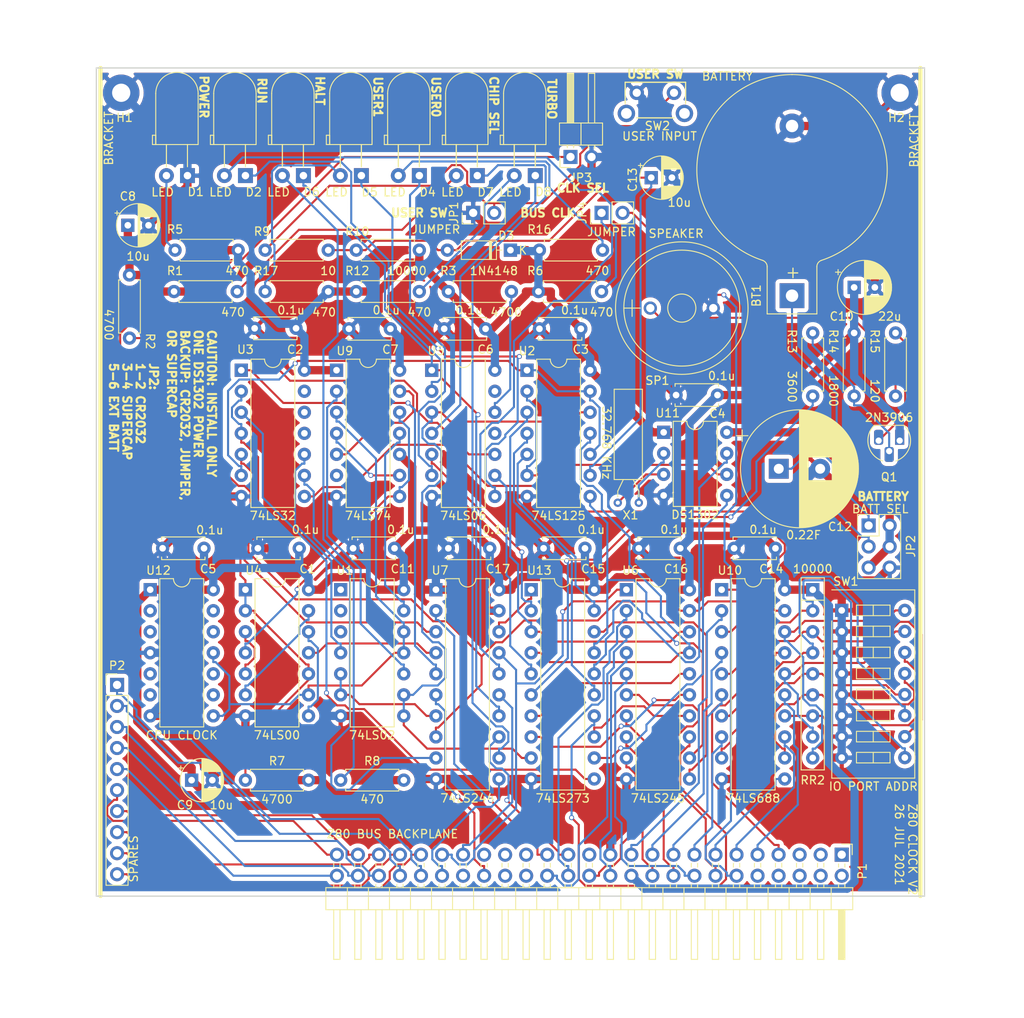
<source format=kicad_pcb>
(kicad_pcb (version 20171130) (host pcbnew "(5.1.9)-1")
  (layers (0 F.Cu signal hide) (31 B.Cu signal hide) (34 B.Paste user) (35 F.Paste user) (36 B.SilkS user) (37 F.SilkS user) (38 B.Mask user) (39 F.Mask user) (44 Edge.Cuts user))
  (net 0 "")
  (net 1 VCC)
  (net 2 GND)
  (net 3 /A7)
  (net 4 /A6)
  (net 5 /CLK)
  (net 6 /A5)
  (net 7 /D4)
  (net 8 /A4)
  (net 9 /D3)
  (net 10 /A3)
  (net 11 /D5)
  (net 12 /A2)
  (net 13 /D6)
  (net 14 /A1)
  (net 15 /A0)
  (net 16 /D2)
  (net 17 /D7)
  (net 18 /D0)
  (net 19 //M1)
  (net 20 /D1)
  (net 21 //RESET)
  (net 22 //HALT)
  (net 23 //WR)
  (net 24 //IORQ)
  (net 25 //RD)
  (net 26 "Net-(U1-Pad11)")
  (net 27 "Net-(C13-Pad1)")
  (net 28 "Net-(D2-Pad1)")
  (net 29 "Net-(D2-Pad2)")
  (net 30 "Net-(D4-Pad1)")
  (net 31 "Net-(D5-Pad1)")
  (net 32 "Net-(Q1-Pad2)")
  (net 33 "Net-(Q1-Pad3)")
  (net 34 /SPEAKER)
  (net 35 "Net-(R15-Pad2)")
  (net 36 "Net-(RR2-Pad3)")
  (net 37 "Net-(RR2-Pad4)")
  (net 38 "Net-(RR2-Pad5)")
  (net 39 "Net-(RR2-Pad6)")
  (net 40 "Net-(RR2-Pad7)")
  (net 41 "Net-(RR2-Pad8)")
  (net 42 "Net-(RR2-Pad9)")
  (net 43 //RTC_RD)
  (net 44 /RTC_DQ)
  (net 45 /RTC_WR_EN)
  (net 46 /RTC_DAT_IN)
  (net 47 //CS_RTC)
  (net 48 //RTC_WR)
  (net 49 /USERLED1)
  (net 50 /USERLED0)
  (net 51 "Net-(U13-Pad18)")
  (net 52 "Net-(U13-Pad14)")
  (net 53 "Net-(U13-Pad13)")
  (net 54 "Net-(U13-Pad8)")
  (net 55 "Net-(U13-Pad7)")
  (net 56 /CLKSEL)
  (net 57 "Net-(U9-Pad13)")
  (net 58 /RTC_RST_IN)
  (net 59 "Net-(U11-Pad2)")
  (net 60 "Net-(U11-Pad3)")
  (net 61 /RTC_CLK_IN)
  (net 62 "Net-(JP1-Pad2)")
  (net 63 /SPARE9)
  (net 64 /SPARE0)
  (net 65 /SPARE8)
  (net 66 /SPARE1)
  (net 67 /SPARE7)
  (net 68 /SPARE2)
  (net 69 /SPARE6)
  (net 70 /SPARE3)
  (net 71 /SPARE5)
  (net 72 /SPARE4)
  (net 73 "Net-(U13-Pad1)")
  (net 74 "Net-(R3-Pad2)")
  (net 75 "Net-(D4-Pad2)")
  (net 76 "Net-(D5-Pad2)")
  (net 77 /VBAT)
  (net 78 /b/M1)
  (net 79 /b/D6)
  (net 80 /b/D0)
  (net 81 /b/WR)
  (net 82 /b/RD)
  (net 83 /b/IORQ)
  (net 84 /bCLK)
  (net 85 "Net-(RR2-Pad2)")
  (net 86 /b/D1)
  (net 87 "Net-(JP3-Pad1)")
  (net 88 "Net-(U1-Pad13)")
  (net 89 "Net-(U4-Pad13)")
  (net 90 "Net-(U4-Pad12)")
  (net 91 "Net-(U4-Pad3)")
  (net 92 "Net-(U4-Pad4)")
  (net 93 "Net-(U9-Pad4)")
  (net 94 /CLKSEL#)
  (net 95 "Net-(D1-Pad2)")
  (net 96 "Net-(D6-Pad1)")
  (net 97 "Net-(U1-Pad4)")
  (net 98 /688SEL#)
  (net 99 "Net-(D6-Pad2)")
  (net 100 "Net-(D7-Pad2)")
  (net 101 "Net-(D7-Pad1)")
  (net 102 "Net-(D8-Pad1)")
  (net 103 "Net-(D8-Pad2)")
  (net 104 "Net-(R2-Pad2)")
  (net 105 "Net-(BT1-Pad1)")
  (net 106 "Net-(C12-Pad1)")
  (net 107 "Net-(JP4-Pad1)")
  (module MountingHole:MountingHole_2.2mm_M2_Pad (layer F.Cu) (at 48 49)
    (fp_text reference H1 (at 0.4 3) (layer F.SilkS))
    (fp_text value BRACKET (at -1.5 5.5 90) (layer F.SilkS))
    (pad 1 thru_hole circle (at 0 0) (size 4.4 4.4) (drill 2.2) (layers *.Cu *.Mask) (net 2 GND))
  )
  (module Resistors_THT:R_Axial_DIN0207_L6.3mm_D2.5mm_P7.62mm_Horizontal (layer F.Cu) (at 54.5 68)
    (fp_text reference R5 (at 0 -2.5) (layer F.SilkS))
    (fp_text value 470 (at 7.5 2.5) (layer F.SilkS))
    (pad 1 thru_hole circle (at 0 0) (size 1.6 1.6) (drill 0.8) (layers *.Cu *.Mask) (net 95 "Net-(D1-Pad2)"))
    (pad 2 thru_hole oval (at 7.62 0) (size 1.6 1.6) (drill 0.8) (layers *.Cu *.Mask) (net 1 VCC))
  )
  (module Resistors_THT:R_Axial_DIN0207_L6.3mm_D2.5mm_P7.62mm_Horizontal (layer F.Cu) (at 62 73 180)
    (fp_text reference R1 (at 7.5 2.5 180) (layer F.SilkS))
    (fp_text value 470 (at 0.5 -2.5 180) (layer F.SilkS))
    (pad 1 thru_hole circle (at 0 0 180) (size 1.6 1.6) (drill 0.8) (layers *.Cu *.Mask) (net 100 "Net-(D7-Pad2)"))
    (pad 2 thru_hole oval (at 7.62 0 180) (size 1.6 1.6) (drill 0.8) (layers *.Cu *.Mask) (net 1 VCC))
  )
  (module Resistors_THT:R_Axial_DIN0207_L6.3mm_D2.5mm_P7.62mm_Horizontal (layer F.Cu) (at 73 68 180)
    (fp_text reference R9 (at 8 2.25 180) (layer F.SilkS))
    (fp_text value 10 (at 0 -2.5 180) (layer F.SilkS))
    (pad 1 thru_hole circle (at 0 0 180) (size 1.6 1.6) (drill 0.8) (layers *.Cu *.Mask) (net 27 "Net-(C13-Pad1)"))
    (pad 2 thru_hole oval (at 7.62 0 180) (size 1.6 1.6) (drill 0.8) (layers *.Cu *.Mask) (net 62 "Net-(JP1-Pad2)"))
  )
  (module Resistors_THT:R_Axial_DIN0207_L6.3mm_D2.5mm_P7.62mm_Horizontal (layer F.Cu) (at 84 68 180)
    (fp_text reference R10 (at 7.5 2.25 180) (layer F.SilkS))
    (fp_text value 10000 (at 1.5 -2.5 180) (layer F.SilkS))
    (pad 1 thru_hole circle (at 0 0 180) (size 1.6 1.6) (drill 0.8) (layers *.Cu *.Mask) (net 1 VCC))
    (pad 2 thru_hole oval (at 7.62 0 180) (size 1.6 1.6) (drill 0.8) (layers *.Cu *.Mask) (net 27 "Net-(C13-Pad1)"))
  )
  (module Resistors_THT:R_Axial_DIN0207_L6.3mm_D2.5mm_P7.62mm_Horizontal (layer F.Cu) (at 131.5 78 270)
    (fp_text reference R13 (at 1 2.5 270 unlocked) (layer F.SilkS))
    (fp_text value 3600 (at 6.5 2.5 270 unlocked) (layer F.SilkS))
    (pad 1 thru_hole circle (at 0 0 270) (size 1.6 1.6) (drill 0.8) (layers *.Cu *.Mask) (net 32 "Net-(Q1-Pad2)"))
    (pad 2 thru_hole oval (at 7.62 0 270) (size 1.6 1.6) (drill 0.8) (layers *.Cu *.Mask) (net 34 /SPEAKER))
  )
  (module Resistors_THT:R_Axial_DIN0207_L6.3mm_D2.5mm_P7.62mm_Horizontal (layer F.Cu) (at 136.5 78 270)
    (fp_text reference R14 (at 1 2.5 270 unlocked) (layer F.SilkS))
    (fp_text value 1800 (at 7 2.5 270 unlocked) (layer F.SilkS))
    (pad 1 thru_hole circle (at 0 0 270) (size 1.6 1.6) (drill 0.8) (layers *.Cu *.Mask) (net 1 VCC))
    (pad 2 thru_hole oval (at 7.62 0 270) (size 1.6 1.6) (drill 0.8) (layers *.Cu *.Mask) (net 32 "Net-(Q1-Pad2)"))
  )
  (module Resistors_THT:R_Axial_DIN0207_L6.3mm_D2.5mm_P7.62mm_Horizontal (layer F.Cu) (at 141.5 78 270)
    (fp_text reference R15 (at 1 2.5 270 unlocked) (layer F.SilkS))
    (fp_text value 120 (at 7 2.5 270 unlocked) (layer F.SilkS))
    (pad 1 thru_hole circle (at 0 0 270) (size 1.6 1.6) (drill 0.8) (layers *.Cu *.Mask) (net 33 "Net-(Q1-Pad3)"))
    (pad 2 thru_hole oval (at 7.62 0 270) (size 1.6 1.6) (drill 0.8) (layers *.Cu *.Mask) (net 35 "Net-(R15-Pad2)"))
  )
  (module Resistors_THT:R_Axial_DIN0207_L6.3mm_D2.5mm_P7.62mm_Horizontal (layer F.Cu) (at 98.5 68)
    (fp_text reference R16 (at 0 -2.5) (layer F.SilkS))
    (fp_text value 470 (at 7 2.5) (layer F.SilkS))
    (pad 1 thru_hole circle (at 0 0) (size 1.6 1.6) (drill 0.8) (layers *.Cu *.Mask) (net 1 VCC))
    (pad 2 thru_hole oval (at 7.62 0) (size 1.6 1.6) (drill 0.8) (layers *.Cu *.Mask) (net 75 "Net-(D4-Pad2)"))
  )
  (module Resistors_THT:R_Axial_DIN0207_L6.3mm_D2.5mm_P7.62mm_Horizontal (layer F.Cu) (at 73 73 180)
    (fp_text reference R17 (at 7.5 2.5 180) (layer F.SilkS))
    (fp_text value 470 (at 0.5 -2.5 180) (layer F.SilkS))
    (pad 1 thru_hole circle (at 0 0 180) (size 1.6 1.6) (drill 0.8) (layers *.Cu *.Mask) (net 1 VCC))
    (pad 2 thru_hole oval (at 7.62 0 180) (size 1.6 1.6) (drill 0.8) (layers *.Cu *.Mask) (net 76 "Net-(D5-Pad2)"))
  )
  (module Buttons_Switches_THT:SW_DIP_x8_W7.62mm_Slide (layer F.Cu) (at 135 111.5)
    (fp_text reference SW1 (at 0.5 -3.5) (layer F.SilkS))
    (fp_text value "IO PORT ADDR" (at 3.81 21.26) (layer F.SilkS))
    (pad 1 thru_hole rect (at 0 0) (size 1.6 1.6) (drill 0.8) (layers *.Cu *.Mask) (net 2 GND))
    (pad 9 thru_hole oval (at 7.62 17.78) (size 1.6 1.6) (drill 0.8) (layers *.Cu *.Mask) (net 85 "Net-(RR2-Pad2)"))
    (pad 2 thru_hole oval (at 0 2.54) (size 1.6 1.6) (drill 0.8) (layers *.Cu *.Mask) (net 2 GND))
    (pad 10 thru_hole oval (at 7.62 15.24) (size 1.6 1.6) (drill 0.8) (layers *.Cu *.Mask) (net 36 "Net-(RR2-Pad3)"))
    (pad 3 thru_hole oval (at 0 5.08) (size 1.6 1.6) (drill 0.8) (layers *.Cu *.Mask) (net 2 GND))
    (pad 11 thru_hole oval (at 7.62 12.7) (size 1.6 1.6) (drill 0.8) (layers *.Cu *.Mask) (net 37 "Net-(RR2-Pad4)"))
    (pad 4 thru_hole oval (at 0 7.62) (size 1.6 1.6) (drill 0.8) (layers *.Cu *.Mask) (net 2 GND))
    (pad 12 thru_hole oval (at 7.62 10.16) (size 1.6 1.6) (drill 0.8) (layers *.Cu *.Mask) (net 38 "Net-(RR2-Pad5)"))
    (pad 5 thru_hole oval (at 0 10.16) (size 1.6 1.6) (drill 0.8) (layers *.Cu *.Mask) (net 2 GND))
    (pad 13 thru_hole oval (at 7.62 7.62) (size 1.6 1.6) (drill 0.8) (layers *.Cu *.Mask) (net 39 "Net-(RR2-Pad6)"))
    (pad 6 thru_hole oval (at 0 12.7) (size 1.6 1.6) (drill 0.8) (layers *.Cu *.Mask) (net 2 GND))
    (pad 14 thru_hole oval (at 7.62 5.08) (size 1.6 1.6) (drill 0.8) (layers *.Cu *.Mask) (net 40 "Net-(RR2-Pad7)"))
    (pad 7 thru_hole oval (at 0 15.24) (size 1.6 1.6) (drill 0.8) (layers *.Cu *.Mask) (net 2 GND))
    (pad 15 thru_hole oval (at 7.62 2.54) (size 1.6 1.6) (drill 0.8) (layers *.Cu *.Mask) (net 41 "Net-(RR2-Pad8)"))
    (pad 8 thru_hole oval (at 0 17.78) (size 1.6 1.6) (drill 0.8) (layers *.Cu *.Mask) (net 2 GND))
    (pad 16 thru_hole oval (at 7.62 0) (size 1.6 1.6) (drill 0.8) (layers *.Cu *.Mask) (net 42 "Net-(RR2-Pad9)"))
  )
  (module Buttons_Switches_THT:SW_Tactile_SPST_Angled (layer F.Cu) (at 110.25 49)
    (fp_text reference SW2 (at 2.5 4) (layer F.SilkS))
    (fp_text value "USER INPUT" (at 2.75 5.25) (layer F.SilkS))
    (pad "" thru_hole circle (at 5.76 2.49) (size 2.1 2.1) (drill 1.3) (layers *.Cu *.Mask))
    (pad 2 thru_hole circle (at 4.5 0) (size 1.75 1.75) (drill 0.99) (layers *.Cu *.Mask) (net 62 "Net-(JP1-Pad2)"))
    (pad 1 thru_hole circle (at 0 0) (size 1.75 1.75) (drill 0.99) (layers *.Cu *.Mask) (net 2 GND))
    (pad "" thru_hole circle (at -1.25 2.49) (size 2.1 2.1) (drill 1.3) (layers *.Cu *.Mask))
  )
  (module Crystals:Crystal_AT310_d3.0mm_l10.0mm_Horizontal (layer F.Cu) (at 110.5 98.5 180)
    (fp_text reference X1 (at 1 -1.5) (layer F.SilkS))
    (fp_text value "32.768 KHz" (at 3.9 7.25 270 unlocked) (layer F.SilkS))
    (pad 1 thru_hole circle (at 0 0 180) (size 1 1) (drill 0.5) (layers *.Cu *.Mask) (net 59 "Net-(U11-Pad2)"))
    (pad 2 thru_hole circle (at 2.54 0 180) (size 1 1) (drill 0.5) (layers *.Cu *.Mask) (net 60 "Net-(U11-Pad3)"))
  )
  (module Resistors_THT:R_Axial_DIN0207_L6.3mm_D2.5mm_P7.62mm_Horizontal (layer F.Cu) (at 87.5 73)
    (fp_text reference R3 (at 0 -2.5) (layer F.SilkS))
    (fp_text value 4700 (at 7 2.5) (layer F.SilkS))
    (pad 1 thru_hole circle (at 0 0) (size 1.6 1.6) (drill 0.8) (layers *.Cu *.Mask) (net 1 VCC))
    (pad 2 thru_hole oval (at 7.62 0) (size 1.6 1.6) (drill 0.8) (layers *.Cu *.Mask) (net 74 "Net-(R3-Pad2)"))
  )
  (module Resistors_THT:R_Axial_DIN0207_L6.3mm_D2.5mm_P7.62mm_Horizontal (layer F.Cu) (at 106 73 180)
    (fp_text reference R6 (at 8 2.5 180) (layer F.SilkS))
    (fp_text value 470 (at 0 -2.5 180) (layer F.SilkS))
    (pad 1 thru_hole circle (at 0 0 180) (size 1.6 1.6) (drill 0.8) (layers *.Cu *.Mask) (net 29 "Net-(D2-Pad2)"))
    (pad 2 thru_hole oval (at 7.62 0 180) (size 1.6 1.6) (drill 0.8) (layers *.Cu *.Mask) (net 1 VCC))
  )
  (module Resistors_THT:R_Axial_DIN0207_L6.3mm_D2.5mm_P7.62mm_Horizontal (layer F.Cu) (at 49 71 270)
    (fp_text reference R2 (at 8 -2.5 270 unlocked) (layer F.SilkS))
    (fp_text value 4700 (at 6 2.5 270 unlocked) (layer F.SilkS))
    (pad 1 thru_hole circle (at 0 0 270) (size 1.6 1.6) (drill 0.8) (layers *.Cu *.Mask) (net 1 VCC))
    (pad 2 thru_hole oval (at 7.62 0 270) (size 1.6 1.6) (drill 0.8) (layers *.Cu *.Mask) (net 104 "Net-(R2-Pad2)"))
  )
  (module Resistors_THT:R_Array_SIP9 (layer F.Cu) (at 131.5 109 270)
    (fp_text reference RR2 (at 23 0) (layer F.SilkS))
    (fp_text value 10000 (at -2.5 0) (layer F.SilkS))
    (pad 1 thru_hole rect (at 0 0 270) (size 1.6 1.6) (drill 0.8) (layers *.Cu *.Mask) (net 1 VCC))
    (pad 2 thru_hole oval (at 2.54 0 270) (size 1.6 1.6) (drill 0.8) (layers *.Cu *.Mask) (net 85 "Net-(RR2-Pad2)"))
    (pad 3 thru_hole oval (at 5.08 0 270) (size 1.6 1.6) (drill 0.8) (layers *.Cu *.Mask) (net 36 "Net-(RR2-Pad3)"))
    (pad 4 thru_hole oval (at 7.62 0 270) (size 1.6 1.6) (drill 0.8) (layers *.Cu *.Mask) (net 37 "Net-(RR2-Pad4)"))
    (pad 5 thru_hole oval (at 10.16 0 270) (size 1.6 1.6) (drill 0.8) (layers *.Cu *.Mask) (net 38 "Net-(RR2-Pad5)"))
    (pad 6 thru_hole oval (at 12.7 0 270) (size 1.6 1.6) (drill 0.8) (layers *.Cu *.Mask) (net 39 "Net-(RR2-Pad6)"))
    (pad 7 thru_hole oval (at 15.24 0 270) (size 1.6 1.6) (drill 0.8) (layers *.Cu *.Mask) (net 40 "Net-(RR2-Pad7)"))
    (pad 8 thru_hole oval (at 17.78 0 270) (size 1.6 1.6) (drill 0.8) (layers *.Cu *.Mask) (net 41 "Net-(RR2-Pad8)"))
    (pad 9 thru_hole oval (at 20.32 0 270) (size 1.6 1.6) (drill 0.8) (layers *.Cu *.Mask) (net 42 "Net-(RR2-Pad9)"))
  )
  (module Resistors_THT:R_Axial_DIN0207_L6.3mm_D2.5mm_P7.62mm_Horizontal (layer F.Cu) (at 63 132)
    (fp_text reference R7 (at 3.81 -2.31) (layer F.SilkS))
    (fp_text value 4700 (at 3.81 2.31) (layer F.SilkS))
    (pad 1 thru_hole circle (at 0 0) (size 1.6 1.6) (drill 0.8) (layers *.Cu *.Mask) (net 87 "Net-(JP3-Pad1)"))
    (pad 2 thru_hole oval (at 7.62 0) (size 1.6 1.6) (drill 0.8) (layers *.Cu *.Mask) (net 1 VCC))
  )
  (module Housings_DIP:DIP-14_W7.62mm (layer F.Cu) (at 74.5 109)
    (fp_text reference U1 (at 0.5 -2.33) (layer F.SilkS))
    (fp_text value 74LS02 (at 3.81 17.57) (layer F.SilkS))
    (pad 1 thru_hole rect (at 0 0) (size 1.6 1.6) (drill 0.8) (layers *.Cu *.Mask))
    (pad 8 thru_hole oval (at 7.62 15.24) (size 1.6 1.6) (drill 0.8) (layers *.Cu *.Mask) (net 56 /CLKSEL))
    (pad 2 thru_hole oval (at 0 2.54) (size 1.6 1.6) (drill 0.8) (layers *.Cu *.Mask))
    (pad 9 thru_hole oval (at 7.62 12.7) (size 1.6 1.6) (drill 0.8) (layers *.Cu *.Mask) (net 56 /CLKSEL))
    (pad 3 thru_hole oval (at 0 5.08) (size 1.6 1.6) (drill 0.8) (layers *.Cu *.Mask))
    (pad 10 thru_hole oval (at 7.62 10.16) (size 1.6 1.6) (drill 0.8) (layers *.Cu *.Mask) (net 94 /CLKSEL#))
    (pad 4 thru_hole oval (at 0 7.62) (size 1.6 1.6) (drill 0.8) (layers *.Cu *.Mask) (net 97 "Net-(U1-Pad4)"))
    (pad 11 thru_hole oval (at 7.62 7.62) (size 1.6 1.6) (drill 0.8) (layers *.Cu *.Mask) (net 26 "Net-(U1-Pad11)"))
    (pad 5 thru_hole oval (at 0 10.16) (size 1.6 1.6) (drill 0.8) (layers *.Cu *.Mask) (net 78 /b/M1))
    (pad 12 thru_hole oval (at 7.62 5.08) (size 1.6 1.6) (drill 0.8) (layers *.Cu *.Mask) (net 26 "Net-(U1-Pad11)"))
    (pad 6 thru_hole oval (at 0 12.7) (size 1.6 1.6) (drill 0.8) (layers *.Cu *.Mask) (net 78 /b/M1))
    (pad 13 thru_hole oval (at 7.62 2.54) (size 1.6 1.6) (drill 0.8) (layers *.Cu *.Mask) (net 88 "Net-(U1-Pad13)"))
    (pad 7 thru_hole oval (at 0 15.24) (size 1.6 1.6) (drill 0.8) (layers *.Cu *.Mask) (net 2 GND))
    (pad 14 thru_hole oval (at 7.62 0) (size 1.6 1.6) (drill 0.8) (layers *.Cu *.Mask) (net 1 VCC))
  )
  (module Housings_DIP:DIP-14_W7.62mm (layer F.Cu) (at 97 82.5)
    (fp_text reference U2 (at 0 -2.33) (layer F.SilkS))
    (fp_text value 74LS125 (at 3.81 17.57) (layer F.SilkS))
    (pad 14 thru_hole oval (at 7.62 0) (size 1.6 1.6) (drill 0.8) (layers *.Cu *.Mask) (net 1 VCC))
    (pad 7 thru_hole oval (at 0 15.24) (size 1.6 1.6) (drill 0.8) (layers *.Cu *.Mask) (net 2 GND))
    (pad 13 thru_hole oval (at 7.62 2.54) (size 1.6 1.6) (drill 0.8) (layers *.Cu *.Mask) (net 43 //RTC_RD))
    (pad 6 thru_hole oval (at 0 12.7) (size 1.6 1.6) (drill 0.8) (layers *.Cu *.Mask) (net 44 /RTC_DQ))
    (pad 12 thru_hole oval (at 7.62 5.08) (size 1.6 1.6) (drill 0.8) (layers *.Cu *.Mask) (net 56 /CLKSEL))
    (pad 5 thru_hole oval (at 0 10.16) (size 1.6 1.6) (drill 0.8) (layers *.Cu *.Mask) (net 46 /RTC_DAT_IN))
    (pad 11 thru_hole oval (at 7.62 7.62) (size 1.6 1.6) (drill 0.8) (layers *.Cu *.Mask) (net 86 /b/D1))
    (pad 4 thru_hole oval (at 0 7.62) (size 1.6 1.6) (drill 0.8) (layers *.Cu *.Mask) (net 45 /RTC_WR_EN))
    (pad 10 thru_hole oval (at 7.62 10.16) (size 1.6 1.6) (drill 0.8) (layers *.Cu *.Mask) (net 43 //RTC_RD))
    (pad 3 thru_hole oval (at 0 5.08) (size 1.6 1.6) (drill 0.8) (layers *.Cu *.Mask) (net 80 /b/D0))
    (pad 9 thru_hole oval (at 7.62 12.7) (size 1.6 1.6) (drill 0.8) (layers *.Cu *.Mask) (net 27 "Net-(C13-Pad1)"))
    (pad 2 thru_hole oval (at 0 2.54) (size 1.6 1.6) (drill 0.8) (layers *.Cu *.Mask) (net 44 /RTC_DQ))
    (pad 8 thru_hole oval (at 7.62 15.24) (size 1.6 1.6) (drill 0.8) (layers *.Cu *.Mask) (net 79 /b/D6))
    (pad 1 thru_hole rect (at 0 0) (size 1.6 1.6) (drill 0.8) (layers *.Cu *.Mask) (net 43 //RTC_RD))
  )
  (module Housings_DIP:DIP-14_W7.62mm (layer F.Cu) (at 62.5 82.5)
    (fp_text reference U3 (at 0.5 -2.5) (layer F.SilkS))
    (fp_text value 74LS32 (at 3.81 17.57) (layer F.SilkS))
    (pad 1 thru_hole rect (at 0 0) (size 1.6 1.6) (drill 0.8) (layers *.Cu *.Mask) (net 81 /b/WR))
    (pad 8 thru_hole oval (at 7.62 15.24) (size 1.6 1.6) (drill 0.8) (layers *.Cu *.Mask) (net 98 /688SEL#))
    (pad 2 thru_hole oval (at 0 2.54) (size 1.6 1.6) (drill 0.8) (layers *.Cu *.Mask) (net 47 //CS_RTC))
    (pad 9 thru_hole oval (at 7.62 12.7) (size 1.6 1.6) (drill 0.8) (layers *.Cu *.Mask) (net 83 /b/IORQ))
    (pad 3 thru_hole oval (at 0 5.08) (size 1.6 1.6) (drill 0.8) (layers *.Cu *.Mask) (net 48 //RTC_WR))
    (pad 10 thru_hole oval (at 7.62 10.16) (size 1.6 1.6) (drill 0.8) (layers *.Cu *.Mask) (net 97 "Net-(U1-Pad4)"))
    (pad 4 thru_hole oval (at 0 7.62) (size 1.6 1.6) (drill 0.8) (layers *.Cu *.Mask) (net 47 //CS_RTC))
    (pad 11 thru_hole oval (at 7.62 7.62) (size 1.6 1.6) (drill 0.8) (layers *.Cu *.Mask))
    (pad 5 thru_hole oval (at 0 10.16) (size 1.6 1.6) (drill 0.8) (layers *.Cu *.Mask) (net 82 /b/RD))
    (pad 12 thru_hole oval (at 7.62 5.08) (size 1.6 1.6) (drill 0.8) (layers *.Cu *.Mask))
    (pad 6 thru_hole oval (at 0 12.7) (size 1.6 1.6) (drill 0.8) (layers *.Cu *.Mask) (net 43 //RTC_RD))
    (pad 13 thru_hole oval (at 7.62 2.54) (size 1.6 1.6) (drill 0.8) (layers *.Cu *.Mask))
    (pad 7 thru_hole oval (at 0 15.24) (size 1.6 1.6) (drill 0.8) (layers *.Cu *.Mask) (net 2 GND))
    (pad 14 thru_hole oval (at 7.62 0) (size 1.6 1.6) (drill 0.8) (layers *.Cu *.Mask) (net 1 VCC))
  )
  (module Housings_DIP:DIP-14_W7.62mm (layer F.Cu) (at 63 109)
    (fp_text reference U4 (at 1 -2.33) (layer F.SilkS))
    (fp_text value 74LS00 (at 3.81 17.57) (layer F.SilkS))
    (pad 14 thru_hole oval (at 7.62 0) (size 1.6 1.6) (drill 0.8) (layers *.Cu *.Mask) (net 1 VCC))
    (pad 7 thru_hole oval (at 0 15.24) (size 1.6 1.6) (drill 0.8) (layers *.Cu *.Mask) (net 2 GND))
    (pad 13 thru_hole oval (at 7.62 2.54) (size 1.6 1.6) (drill 0.8) (layers *.Cu *.Mask) (net 89 "Net-(U4-Pad13)"))
    (pad 6 thru_hole oval (at 0 12.7) (size 1.6 1.6) (drill 0.8) (layers *.Cu *.Mask) (net 89 "Net-(U4-Pad13)"))
    (pad 12 thru_hole oval (at 7.62 5.08) (size 1.6 1.6) (drill 0.8) (layers *.Cu *.Mask) (net 90 "Net-(U4-Pad12)"))
    (pad 5 thru_hole oval (at 0 10.16) (size 1.6 1.6) (drill 0.8) (layers *.Cu *.Mask) (net 91 "Net-(U4-Pad3)"))
    (pad 11 thru_hole oval (at 7.62 7.62) (size 1.6 1.6) (drill 0.8) (layers *.Cu *.Mask) (net 84 /bCLK))
    (pad 4 thru_hole oval (at 0 7.62) (size 1.6 1.6) (drill 0.8) (layers *.Cu *.Mask) (net 92 "Net-(U4-Pad4)"))
    (pad 10 thru_hole oval (at 7.62 10.16) (size 1.6 1.6) (drill 0.8) (layers *.Cu *.Mask) (net 87 "Net-(JP3-Pad1)"))
    (pad 3 thru_hole oval (at 0 5.08) (size 1.6 1.6) (drill 0.8) (layers *.Cu *.Mask) (net 91 "Net-(U4-Pad3)"))
    (pad 9 thru_hole oval (at 7.62 12.7) (size 1.6 1.6) (drill 0.8) (layers *.Cu *.Mask) (net 26 "Net-(U1-Pad11)"))
    (pad 2 thru_hole oval (at 0 2.54) (size 1.6 1.6) (drill 0.8) (layers *.Cu *.Mask) (net 87 "Net-(JP3-Pad1)"))
    (pad 8 thru_hole oval (at 7.62 15.24) (size 1.6 1.6) (drill 0.8) (layers *.Cu *.Mask) (net 90 "Net-(U4-Pad12)"))
    (pad 1 thru_hole rect (at 0 0) (size 1.6 1.6) (drill 0.8) (layers *.Cu *.Mask) (net 87 "Net-(JP3-Pad1)"))
  )
  (module Housings_DIP:DIP-14_W7.62mm (layer F.Cu) (at 85.5 82.5)
    (fp_text reference U5 (at 0.5 -2.33) (layer F.SilkS))
    (fp_text value 74LS06 (at 3.81 17.57) (layer F.SilkS))
    (pad 14 thru_hole oval (at 7.62 0) (size 1.6 1.6) (drill 0.8) (layers *.Cu *.Mask) (net 1 VCC))
    (pad 7 thru_hole oval (at 0 15.24) (size 1.6 1.6) (drill 0.8) (layers *.Cu *.Mask) (net 2 GND))
    (pad 13 thru_hole oval (at 7.62 2.54) (size 1.6 1.6) (drill 0.8) (layers *.Cu *.Mask))
    (pad 6 thru_hole oval (at 0 12.7) (size 1.6 1.6) (drill 0.8) (layers *.Cu *.Mask) (net 30 "Net-(D4-Pad1)"))
    (pad 12 thru_hole oval (at 7.62 5.08) (size 1.6 1.6) (drill 0.8) (layers *.Cu *.Mask) (net 74 "Net-(R3-Pad2)"))
    (pad 5 thru_hole oval (at 0 10.16) (size 1.6 1.6) (drill 0.8) (layers *.Cu *.Mask) (net 50 /USERLED0))
    (pad 11 thru_hole oval (at 7.62 7.62) (size 1.6 1.6) (drill 0.8) (layers *.Cu *.Mask))
    (pad 4 thru_hole oval (at 0 7.62) (size 1.6 1.6) (drill 0.8) (layers *.Cu *.Mask) (net 102 "Net-(D8-Pad1)"))
    (pad 10 thru_hole oval (at 7.62 10.16) (size 1.6 1.6) (drill 0.8) (layers *.Cu *.Mask) (net 104 "Net-(R2-Pad2)"))
    (pad 3 thru_hole oval (at 0 5.08) (size 1.6 1.6) (drill 0.8) (layers *.Cu *.Mask) (net 56 /CLKSEL))
    (pad 9 thru_hole oval (at 7.62 12.7) (size 1.6 1.6) (drill 0.8) (layers *.Cu *.Mask) (net 49 /USERLED1))
    (pad 2 thru_hole oval (at 0 2.54) (size 1.6 1.6) (drill 0.8) (layers *.Cu *.Mask) (net 28 "Net-(D2-Pad1)"))
    (pad 8 thru_hole oval (at 7.62 15.24) (size 1.6 1.6) (drill 0.8) (layers *.Cu *.Mask) (net 31 "Net-(D5-Pad1)"))
    (pad 1 thru_hole rect (at 0 0) (size 1.6 1.6) (drill 0.8) (layers *.Cu *.Mask) (net 96 "Net-(D6-Pad1)"))
  )
  (module Housings_DIP:DIP-20_W7.62mm (layer F.Cu) (at 109 109)
    (fp_text reference U6 (at 0.5 -2.33) (layer F.SilkS))
    (fp_text value 74LS245 (at 3.81 25.19) (layer F.SilkS))
    (pad 1 thru_hole rect (at 0 0) (size 1.6 1.6) (drill 0.8) (layers *.Cu *.Mask) (net 25 //RD))
    (pad 11 thru_hole oval (at 7.62 22.86) (size 1.6 1.6) (drill 0.8) (layers *.Cu *.Mask) (net 51 "Net-(U13-Pad18)"))
    (pad 2 thru_hole oval (at 0 2.54) (size 1.6 1.6) (drill 0.8) (layers *.Cu *.Mask) (net 18 /D0))
    (pad 12 thru_hole oval (at 7.62 20.32) (size 1.6 1.6) (drill 0.8) (layers *.Cu *.Mask) (net 79 /b/D6))
    (pad 3 thru_hole oval (at 0 5.08) (size 1.6 1.6) (drill 0.8) (layers *.Cu *.Mask) (net 20 /D1))
    (pad 13 thru_hole oval (at 7.62 17.78) (size 1.6 1.6) (drill 0.8) (layers *.Cu *.Mask) (net 52 "Net-(U13-Pad14)"))
    (pad 4 thru_hole oval (at 0 7.62) (size 1.6 1.6) (drill 0.8) (layers *.Cu *.Mask) (net 16 /D2))
    (pad 14 thru_hole oval (at 7.62 15.24) (size 1.6 1.6) (drill 0.8) (layers *.Cu *.Mask) (net 53 "Net-(U13-Pad13)"))
    (pad 5 thru_hole oval (at 0 10.16) (size 1.6 1.6) (drill 0.8) (layers *.Cu *.Mask) (net 9 /D3))
    (pad 15 thru_hole oval (at 7.62 12.7) (size 1.6 1.6) (drill 0.8) (layers *.Cu *.Mask) (net 54 "Net-(U13-Pad8)"))
    (pad 6 thru_hole oval (at 0 12.7) (size 1.6 1.6) (drill 0.8) (layers *.Cu *.Mask) (net 7 /D4))
    (pad 16 thru_hole oval (at 7.62 10.16) (size 1.6 1.6) (drill 0.8) (layers *.Cu *.Mask) (net 55 "Net-(U13-Pad7)"))
    (pad 7 thru_hole oval (at 0 15.24) (size 1.6 1.6) (drill 0.8) (layers *.Cu *.Mask) (net 11 /D5))
    (pad 17 thru_hole oval (at 7.62 7.62) (size 1.6 1.6) (drill 0.8) (layers *.Cu *.Mask) (net 86 /b/D1))
    (pad 8 thru_hole oval (at 0 17.78) (size 1.6 1.6) (drill 0.8) (layers *.Cu *.Mask) (net 13 /D6))
    (pad 18 thru_hole oval (at 7.62 5.08) (size 1.6 1.6) (drill 0.8) (layers *.Cu *.Mask) (net 80 /b/D0))
    (pad 9 thru_hole oval (at 0 20.32) (size 1.6 1.6) (drill 0.8) (layers *.Cu *.Mask) (net 17 /D7))
    (pad 19 thru_hole oval (at 7.62 2.54) (size 1.6 1.6) (drill 0.8) (layers *.Cu *.Mask) (net 47 //CS_RTC))
    (pad 10 thru_hole oval (at 0 22.86) (size 1.6 1.6) (drill 0.8) (layers *.Cu *.Mask) (net 2 GND))
    (pad 20 thru_hole oval (at 7.62 0) (size 1.6 1.6) (drill 0.8) (layers *.Cu *.Mask) (net 1 VCC))
  )
  (module Housings_DIP:DIP-20_W7.62mm (layer F.Cu) (at 86 109)
    (fp_text reference U7 (at 0.5 -2.33) (layer F.SilkS))
    (fp_text value 74LS244 (at 3.81 25.19) (layer F.SilkS))
    (pad 20 thru_hole oval (at 7.62 0) (size 1.6 1.6) (drill 0.8) (layers *.Cu *.Mask) (net 1 VCC))
    (pad 10 thru_hole oval (at 0 22.86) (size 1.6 1.6) (drill 0.8) (layers *.Cu *.Mask) (net 2 GND))
    (pad 19 thru_hole oval (at 7.62 2.54) (size 1.6 1.6) (drill 0.8) (layers *.Cu *.Mask) (net 2 GND))
    (pad 9 thru_hole oval (at 0 20.32) (size 1.6 1.6) (drill 0.8) (layers *.Cu *.Mask) (net 83 /b/IORQ))
    (pad 18 thru_hole oval (at 7.62 5.08) (size 1.6 1.6) (drill 0.8) (layers *.Cu *.Mask) (net 73 "Net-(U13-Pad1)"))
    (pad 8 thru_hole oval (at 0 17.78) (size 1.6 1.6) (drill 0.8) (layers *.Cu *.Mask) (net 47 //CS_RTC))
    (pad 17 thru_hole oval (at 7.62 7.62) (size 1.6 1.6) (drill 0.8) (layers *.Cu *.Mask) (net 25 //RD))
    (pad 7 thru_hole oval (at 0 15.24) (size 1.6 1.6) (drill 0.8) (layers *.Cu *.Mask) (net 78 /b/M1))
    (pad 16 thru_hole oval (at 7.62 10.16) (size 1.6 1.6) (drill 0.8) (layers *.Cu *.Mask) (net 107 "Net-(JP4-Pad1)"))
    (pad 6 thru_hole oval (at 0 12.7) (size 1.6 1.6) (drill 0.8) (layers *.Cu *.Mask) (net 22 //HALT))
    (pad 15 thru_hole oval (at 7.62 12.7) (size 1.6 1.6) (drill 0.8) (layers *.Cu *.Mask) (net 23 //WR))
    (pad 5 thru_hole oval (at 0 10.16) (size 1.6 1.6) (drill 0.8) (layers *.Cu *.Mask) (net 81 /b/WR))
    (pad 14 thru_hole oval (at 7.62 15.24) (size 1.6 1.6) (drill 0.8) (layers *.Cu *.Mask) (net 96 "Net-(D6-Pad1)"))
    (pad 4 thru_hole oval (at 0 7.62) (size 1.6 1.6) (drill 0.8) (layers *.Cu *.Mask) (net 84 /bCLK))
    (pad 13 thru_hole oval (at 7.62 17.78) (size 1.6 1.6) (drill 0.8) (layers *.Cu *.Mask) (net 19 //M1))
    (pad 3 thru_hole oval (at 0 5.08) (size 1.6 1.6) (drill 0.8) (layers *.Cu *.Mask) (net 82 /b/RD))
    (pad 12 thru_hole oval (at 7.62 20.32) (size 1.6 1.6) (drill 0.8) (layers *.Cu *.Mask) (net 101 "Net-(D7-Pad1)"))
    (pad 2 thru_hole oval (at 0 2.54) (size 1.6 1.6) (drill 0.8) (layers *.Cu *.Mask) (net 21 //RESET))
    (pad 11 thru_hole oval (at 7.62 22.86) (size 1.6 1.6) (drill 0.8) (layers *.Cu *.Mask) (net 24 //IORQ))
    (pad 1 thru_hole rect (at 0 0) (size 1.6 1.6) (drill 0.8) (layers *.Cu *.Mask) (net 2 GND))
  )
  (module Housings_DIP:DIP-14_W7.62mm (layer F.Cu) (at 74 82.5)
    (fp_text reference U9 (at 1 -2.33) (layer F.SilkS))
    (fp_text value 74LS74 (at 3.81 17.57) (layer F.SilkS))
    (pad 1 thru_hole rect (at 0 0) (size 1.6 1.6) (drill 0.8) (layers *.Cu *.Mask) (net 1 VCC))
    (pad 8 thru_hole oval (at 7.62 15.24) (size 1.6 1.6) (drill 0.8) (layers *.Cu *.Mask) (net 92 "Net-(U4-Pad4)"))
    (pad 2 thru_hole oval (at 0 2.54) (size 1.6 1.6) (drill 0.8) (layers *.Cu *.Mask) (net 94 /CLKSEL#))
    (pad 9 thru_hole oval (at 7.62 12.7) (size 1.6 1.6) (drill 0.8) (layers *.Cu *.Mask) (net 93 "Net-(U9-Pad4)"))
    (pad 3 thru_hole oval (at 0 5.08) (size 1.6 1.6) (drill 0.8) (layers *.Cu *.Mask) (net 26 "Net-(U1-Pad11)"))
    (pad 10 thru_hole oval (at 7.62 10.16) (size 1.6 1.6) (drill 0.8) (layers *.Cu *.Mask) (net 1 VCC))
    (pad 4 thru_hole oval (at 0 7.62) (size 1.6 1.6) (drill 0.8) (layers *.Cu *.Mask) (net 93 "Net-(U9-Pad4)"))
    (pad 11 thru_hole oval (at 7.62 7.62) (size 1.6 1.6) (drill 0.8) (layers *.Cu *.Mask) (net 88 "Net-(U1-Pad13)"))
    (pad 5 thru_hole oval (at 0 10.16) (size 1.6 1.6) (drill 0.8) (layers *.Cu *.Mask) (net 57 "Net-(U9-Pad13)"))
    (pad 12 thru_hole oval (at 7.62 5.08) (size 1.6 1.6) (drill 0.8) (layers *.Cu *.Mask) (net 92 "Net-(U4-Pad4)"))
    (pad 6 thru_hole oval (at 0 12.7) (size 1.6 1.6) (drill 0.8) (layers *.Cu *.Mask))
    (pad 13 thru_hole oval (at 7.62 2.54) (size 1.6 1.6) (drill 0.8) (layers *.Cu *.Mask) (net 57 "Net-(U9-Pad13)"))
    (pad 7 thru_hole oval (at 0 15.24) (size 1.6 1.6) (drill 0.8) (layers *.Cu *.Mask) (net 2 GND))
    (pad 14 thru_hole oval (at 7.62 0) (size 1.6 1.6) (drill 0.8) (layers *.Cu *.Mask) (net 1 VCC))
  )
  (module Housings_DIP:DIP-20_W7.62mm (layer F.Cu) (at 120.5 109)
    (fp_text reference U10 (at 1 -2.33) (layer F.SilkS))
    (fp_text value 74LS688 (at 3.81 25.19) (layer F.SilkS))
    (pad 1 thru_hole rect (at 0 0) (size 1.6 1.6) (drill 0.8) (layers *.Cu *.Mask) (net 98 /688SEL#))
    (pad 11 thru_hole oval (at 7.62 22.86) (size 1.6 1.6) (drill 0.8) (layers *.Cu *.Mask) (net 8 /A4))
    (pad 2 thru_hole oval (at 0 2.54) (size 1.6 1.6) (drill 0.8) (layers *.Cu *.Mask) (net 15 /A0))
    (pad 12 thru_hole oval (at 7.62 20.32) (size 1.6 1.6) (drill 0.8) (layers *.Cu *.Mask) (net 39 "Net-(RR2-Pad6)"))
    (pad 3 thru_hole oval (at 0 5.08) (size 1.6 1.6) (drill 0.8) (layers *.Cu *.Mask) (net 85 "Net-(RR2-Pad2)"))
    (pad 13 thru_hole oval (at 7.62 17.78) (size 1.6 1.6) (drill 0.8) (layers *.Cu *.Mask) (net 6 /A5))
    (pad 4 thru_hole oval (at 0 7.62) (size 1.6 1.6) (drill 0.8) (layers *.Cu *.Mask) (net 14 /A1))
    (pad 14 thru_hole oval (at 7.62 15.24) (size 1.6 1.6) (drill 0.8) (layers *.Cu *.Mask) (net 40 "Net-(RR2-Pad7)"))
    (pad 5 thru_hole oval (at 0 10.16) (size 1.6 1.6) (drill 0.8) (layers *.Cu *.Mask) (net 36 "Net-(RR2-Pad3)"))
    (pad 15 thru_hole oval (at 7.62 12.7) (size 1.6 1.6) (drill 0.8) (layers *.Cu *.Mask) (net 4 /A6))
    (pad 6 thru_hole oval (at 0 12.7) (size 1.6 1.6) (drill 0.8) (layers *.Cu *.Mask) (net 12 /A2))
    (pad 16 thru_hole oval (at 7.62 10.16) (size 1.6 1.6) (drill 0.8) (layers *.Cu *.Mask) (net 41 "Net-(RR2-Pad8)"))
    (pad 7 thru_hole oval (at 0 15.24) (size 1.6 1.6) (drill 0.8) (layers *.Cu *.Mask) (net 37 "Net-(RR2-Pad4)"))
    (pad 17 thru_hole oval (at 7.62 7.62) (size 1.6 1.6) (drill 0.8) (layers *.Cu *.Mask) (net 3 /A7))
    (pad 8 thru_hole oval (at 0 17.78) (size 1.6 1.6) (drill 0.8) (layers *.Cu *.Mask) (net 10 /A3))
    (pad 18 thru_hole oval (at 7.62 5.08) (size 1.6 1.6) (drill 0.8) (layers *.Cu *.Mask) (net 42 "Net-(RR2-Pad9)"))
    (pad 9 thru_hole oval (at 0 20.32) (size 1.6 1.6) (drill 0.8) (layers *.Cu *.Mask) (net 38 "Net-(RR2-Pad5)"))
    (pad 19 thru_hole oval (at 7.62 2.54) (size 1.6 1.6) (drill 0.8) (layers *.Cu *.Mask) (net 47 //CS_RTC))
    (pad 10 thru_hole oval (at 0 22.86) (size 1.6 1.6) (drill 0.8) (layers *.Cu *.Mask) (net 2 GND))
    (pad 20 thru_hole oval (at 7.62 0) (size 1.6 1.6) (drill 0.8) (layers *.Cu *.Mask) (net 1 VCC))
  )
  (module Housings_DIP:DIP-8_W7.62mm (layer F.Cu) (at 113.5 90)
    (fp_text reference U11 (at 0.5 -2.33) (layer F.SilkS))
    (fp_text value DS1302 (at 3.81 9.95) (layer F.SilkS))
    (pad 8 thru_hole oval (at 7.62 0) (size 1.6 1.6) (drill 0.8) (layers *.Cu *.Mask) (net 77 /VBAT))
    (pad 4 thru_hole oval (at 0 7.62) (size 1.6 1.6) (drill 0.8) (layers *.Cu *.Mask) (net 2 GND))
    (pad 7 thru_hole oval (at 7.62 2.54) (size 1.6 1.6) (drill 0.8) (layers *.Cu *.Mask) (net 61 /RTC_CLK_IN))
    (pad 3 thru_hole oval (at 0 5.08) (size 1.6 1.6) (drill 0.8) (layers *.Cu *.Mask) (net 60 "Net-(U11-Pad3)"))
    (pad 6 thru_hole oval (at 7.62 5.08) (size 1.6 1.6) (drill 0.8) (layers *.Cu *.Mask) (net 44 /RTC_DQ))
    (pad 2 thru_hole oval (at 0 2.54) (size 1.6 1.6) (drill 0.8) (layers *.Cu *.Mask) (net 59 "Net-(U11-Pad2)"))
    (pad 5 thru_hole oval (at 7.62 7.62) (size 1.6 1.6) (drill 0.8) (layers *.Cu *.Mask) (net 58 /RTC_RST_IN))
    (pad 1 thru_hole rect (at 0 0) (size 1.6 1.6) (drill 0.8) (layers *.Cu *.Mask) (net 1 VCC))
  )
  (module Housings_DIP:DIP-20_W7.62mm (layer F.Cu) (at 97.5 109)
    (fp_text reference U13 (at 1 -2.33) (layer F.SilkS))
    (fp_text value 74LS273 (at 3.81 25.19) (layer F.SilkS))
    (pad 20 thru_hole oval (at 7.62 0) (size 1.6 1.6) (drill 0.8) (layers *.Cu *.Mask) (net 1 VCC))
    (pad 10 thru_hole oval (at 0 22.86) (size 1.6 1.6) (drill 0.8) (layers *.Cu *.Mask) (net 2 GND))
    (pad 19 thru_hole oval (at 7.62 2.54) (size 1.6 1.6) (drill 0.8) (layers *.Cu *.Mask) (net 46 /RTC_DAT_IN))
    (pad 9 thru_hole oval (at 0 20.32) (size 1.6 1.6) (drill 0.8) (layers *.Cu *.Mask) (net 56 /CLKSEL))
    (pad 18 thru_hole oval (at 7.62 5.08) (size 1.6 1.6) (drill 0.8) (layers *.Cu *.Mask) (net 51 "Net-(U13-Pad18)"))
    (pad 8 thru_hole oval (at 0 17.78) (size 1.6 1.6) (drill 0.8) (layers *.Cu *.Mask) (net 54 "Net-(U13-Pad8)"))
    (pad 17 thru_hole oval (at 7.62 7.62) (size 1.6 1.6) (drill 0.8) (layers *.Cu *.Mask) (net 79 /b/D6))
    (pad 7 thru_hole oval (at 0 15.24) (size 1.6 1.6) (drill 0.8) (layers *.Cu *.Mask) (net 55 "Net-(U13-Pad7)"))
    (pad 16 thru_hole oval (at 7.62 10.16) (size 1.6 1.6) (drill 0.8) (layers *.Cu *.Mask) (net 61 /RTC_CLK_IN))
    (pad 6 thru_hole oval (at 0 12.7) (size 1.6 1.6) (drill 0.8) (layers *.Cu *.Mask) (net 34 /SPEAKER))
    (pad 15 thru_hole oval (at 7.62 12.7) (size 1.6 1.6) (drill 0.8) (layers *.Cu *.Mask) (net 45 /RTC_WR_EN))
    (pad 5 thru_hole oval (at 0 10.16) (size 1.6 1.6) (drill 0.8) (layers *.Cu *.Mask) (net 49 /USERLED1))
    (pad 14 thru_hole oval (at 7.62 15.24) (size 1.6 1.6) (drill 0.8) (layers *.Cu *.Mask) (net 52 "Net-(U13-Pad14)"))
    (pad 4 thru_hole oval (at 0 7.62) (size 1.6 1.6) (drill 0.8) (layers *.Cu *.Mask) (net 86 /b/D1))
    (pad 13 thru_hole oval (at 7.62 17.78) (size 1.6 1.6) (drill 0.8) (layers *.Cu *.Mask) (net 53 "Net-(U13-Pad13)"))
    (pad 3 thru_hole oval (at 0 5.08) (size 1.6 1.6) (drill 0.8) (layers *.Cu *.Mask) (net 80 /b/D0))
    (pad 12 thru_hole oval (at 7.62 20.32) (size 1.6 1.6) (drill 0.8) (layers *.Cu *.Mask) (net 58 /RTC_RST_IN))
    (pad 2 thru_hole oval (at 0 2.54) (size 1.6 1.6) (drill 0.8) (layers *.Cu *.Mask) (net 50 /USERLED0))
    (pad 11 thru_hole oval (at 7.62 22.86) (size 1.6 1.6) (drill 0.8) (layers *.Cu *.Mask) (net 48 //RTC_WR))
    (pad 1 thru_hole rect (at 0 0) (size 1.6 1.6) (drill 0.8) (layers *.Cu *.Mask) (net 73 "Net-(U13-Pad1)"))
  )
  (module Housings_DIP:DIP-14_W7.62mm (layer F.Cu) (at 51.5 109)
    (fp_text reference U12 (at 1 -2.33) (layer F.SilkS))
    (fp_text value "CPU CLOCK" (at 3.81 17.57) (layer F.SilkS))
    (pad 14 thru_hole oval (at 7.62 0) (size 1.6 1.6) (drill 0.8) (layers *.Cu *.Mask) (net 1 VCC))
    (pad 7 thru_hole oval (at 0 15.24) (size 1.6 1.6) (drill 0.8) (layers *.Cu *.Mask) (net 2 GND))
    (pad 13 thru_hole oval (at 7.62 2.54) (size 1.6 1.6) (drill 0.8) (layers *.Cu *.Mask))
    (pad 6 thru_hole oval (at 0 12.7) (size 1.6 1.6) (drill 0.8) (layers *.Cu *.Mask))
    (pad 12 thru_hole oval (at 7.62 5.08) (size 1.6 1.6) (drill 0.8) (layers *.Cu *.Mask))
    (pad 5 thru_hole oval (at 0 10.16) (size 1.6 1.6) (drill 0.8) (layers *.Cu *.Mask))
    (pad 11 thru_hole oval (at 7.62 7.62) (size 1.6 1.6) (drill 0.8) (layers *.Cu *.Mask) (net 26 "Net-(U1-Pad11)"))
    (pad 4 thru_hole oval (at 0 7.62) (size 1.6 1.6) (drill 0.8) (layers *.Cu *.Mask) (net 2 GND))
    (pad 10 thru_hole oval (at 7.62 10.16) (size 1.6 1.6) (drill 0.8) (layers *.Cu *.Mask))
    (pad 3 thru_hole oval (at 0 5.08) (size 1.6 1.6) (drill 0.8) (layers *.Cu *.Mask))
    (pad 9 thru_hole oval (at 7.62 12.7) (size 1.6 1.6) (drill 0.8) (layers *.Cu *.Mask))
    (pad 2 thru_hole oval (at 0 2.54) (size 1.6 1.6) (drill 0.8) (layers *.Cu *.Mask))
    (pad 8 thru_hole oval (at 7.62 15.24) (size 1.6 1.6) (drill 0.8) (layers *.Cu *.Mask) (net 26 "Net-(U1-Pad11)"))
    (pad 1 thru_hole rect (at 0 0) (size 1.6 1.6) (drill 0.8) (layers *.Cu *.Mask) (net 1 VCC))
  )
  (module Buzzers_Beepers:MagneticBuzzer_StarMicronics_HMB-06_HMB-12 (layer F.Cu) (at 119.5 75 180)
    (fp_text reference SP1 (at 6.75 -8.75) (layer F.SilkS))
    (fp_text value SPEAKER (at 4.5 9) (layer F.SilkS))
    (pad 2 thru_hole circle (at 7.60984 0 180) (size 1.6002 1.6002) (drill 1.00076) (layers *.Cu *.Mask) (net 35 "Net-(R15-Pad2)"))
    (pad 1 thru_hole circle (at 0.01016 0 180) (size 1.6002 1.6002) (drill 1.00076) (layers *.Cu *.Mask) (net 2 GND))
  )
  (module Capacitor_THT:C_Disc_D5.0mm_W2.5mm_P5.00mm (layer F.Cu) (at 69.5 104 180)
    (fp_text reference C1 (at -1 -2.5 180) (layer F.SilkS))
    (fp_text value 0.1u (at -0.75 2.25 180) (layer F.SilkS))
    (pad 2 thru_hole circle (at 5 0 180) (size 1.6 1.6) (drill 0.8) (layers *.Cu *.Mask) (net 2 GND))
    (pad 1 thru_hole circle (at 0 0 180) (size 1.6 1.6) (drill 0.8) (layers *.Cu *.Mask) (net 1 VCC))
  )
  (module Capacitor_THT:C_Disc_D5.0mm_W2.5mm_P5.00mm (layer F.Cu) (at 69.11 77.44 180)
    (fp_text reference C2 (at 0.11 -2.56 180) (layer F.SilkS))
    (fp_text value 0.1u (at 0.61 2.19 180) (layer F.SilkS))
    (pad 2 thru_hole circle (at 5 0 180) (size 1.6 1.6) (drill 0.8) (layers *.Cu *.Mask) (net 2 GND))
    (pad 1 thru_hole circle (at 0 0 180) (size 1.6 1.6) (drill 0.8) (layers *.Cu *.Mask) (net 1 VCC))
  )
  (module Capacitor_THT:C_Disc_D5.0mm_W2.5mm_P5.00mm (layer F.Cu) (at 103.5 77.5 180)
    (fp_text reference C3 (at 0 -2.5 180) (layer F.SilkS))
    (fp_text value 0.1u (at 0.75 2.25 180) (layer F.SilkS))
    (pad 1 thru_hole circle (at 0 0 180) (size 1.6 1.6) (drill 0.8) (layers *.Cu *.Mask) (net 1 VCC))
    (pad 2 thru_hole circle (at 5 0 180) (size 1.6 1.6) (drill 0.8) (layers *.Cu *.Mask) (net 2 GND))
  )
  (module Capacitor_THT:C_Disc_D5.0mm_W2.5mm_P5.00mm (layer F.Cu) (at 120 85.5 180)
    (fp_text reference C4 (at 0 -2.25 180) (layer F.SilkS))
    (fp_text value 0.1u (at -0.5 2.31 180) (layer F.SilkS))
    (pad 2 thru_hole circle (at 5 0 180) (size 1.6 1.6) (drill 0.8) (layers *.Cu *.Mask) (net 2 GND))
    (pad 1 thru_hole circle (at 0 0 180) (size 1.6 1.6) (drill 0.8) (layers *.Cu *.Mask) (net 1 VCC))
  )
  (module Capacitor_THT:C_Disc_D5.0mm_W2.5mm_P5.00mm (layer F.Cu) (at 58 104 180)
    (fp_text reference C5 (at -0.5 -2.5 180) (layer F.SilkS))
    (fp_text value 0.1u (at -0.7 2.2 180) (layer F.SilkS))
    (pad 1 thru_hole circle (at 0 0 180) (size 1.6 1.6) (drill 0.8) (layers *.Cu *.Mask) (net 1 VCC))
    (pad 2 thru_hole circle (at 5 0 180) (size 1.6 1.6) (drill 0.8) (layers *.Cu *.Mask) (net 2 GND))
  )
  (module Capacitor_THT:C_Disc_D5.0mm_W2.5mm_P5.00mm (layer F.Cu) (at 92 77.5 180)
    (fp_text reference C6 (at 0 -2.5 180) (layer F.SilkS))
    (fp_text value 0.1u (at 2 2.25 180) (layer F.SilkS))
    (pad 1 thru_hole circle (at 0 0 180) (size 1.6 1.6) (drill 0.8) (layers *.Cu *.Mask) (net 1 VCC))
    (pad 2 thru_hole circle (at 5 0 180) (size 1.6 1.6) (drill 0.8) (layers *.Cu *.Mask) (net 2 GND))
  )
  (module Capacitor_THT:C_Disc_D5.0mm_W2.5mm_P5.00mm (layer F.Cu) (at 80.5 77.5 180)
    (fp_text reference C7 (at 0 -2.5 180) (layer F.SilkS))
    (fp_text value 0.1u (at 0.5 2.25 180) (layer F.SilkS))
    (pad 2 thru_hole circle (at 5 0 180) (size 1.6 1.6) (drill 0.8) (layers *.Cu *.Mask) (net 2 GND))
    (pad 1 thru_hole circle (at 0 0 180) (size 1.6 1.6) (drill 0.8) (layers *.Cu *.Mask) (net 1 VCC))
  )
  (module Capacitor_THT:C_Disc_D5.0mm_W2.5mm_P5.00mm (layer F.Cu) (at 81 104 180)
    (fp_text reference C11 (at -1 -2.5 180) (layer F.SilkS))
    (fp_text value 0.1u (at -0.75 2.25 180) (layer F.SilkS))
    (pad 1 thru_hole circle (at 0 0 180) (size 1.6 1.6) (drill 0.8) (layers *.Cu *.Mask) (net 1 VCC))
    (pad 2 thru_hole circle (at 5 0 180) (size 1.6 1.6) (drill 0.8) (layers *.Cu *.Mask) (net 2 GND))
  )
  (module Capacitor_THT:CP_Radial_D14.0mm_P5.00mm (layer F.Cu) (at 127.4 94.4)
    (fp_text reference C12 (at 7.4 7 unlocked) (layer F.SilkS))
    (fp_text value 0.22F (at 3 8 180) (layer F.SilkS))
    (pad 1 thru_hole rect (at 0 0) (size 2.4 2.4) (drill 1.2) (layers *.Cu *.Mask) (net 106 "Net-(C12-Pad1)"))
    (pad 2 thru_hole circle (at 5 0) (size 2.4 2.4) (drill 1.2) (layers *.Cu *.Mask) (net 2 GND))
  )
  (module Capacitor_THT:C_Disc_D5.0mm_W2.5mm_P5.00mm (layer F.Cu) (at 127 104 180)
    (fp_text reference C14 (at 0.5 -2.5 180) (layer F.SilkS))
    (fp_text value 0.1u (at 1.5 2.25 180) (layer F.SilkS))
    (pad 2 thru_hole circle (at 5 0 180) (size 1.6 1.6) (drill 0.8) (layers *.Cu *.Mask) (net 2 GND))
    (pad 1 thru_hole circle (at 0 0 180) (size 1.6 1.6) (drill 0.8) (layers *.Cu *.Mask) (net 1 VCC))
  )
  (module Capacitor_THT:C_Disc_D5.0mm_W2.5mm_P5.00mm (layer F.Cu) (at 104 104 180)
    (fp_text reference C15 (at -1 -2.5 180) (layer F.SilkS))
    (fp_text value 0.1u (at -0.75 2.25 180) (layer F.SilkS))
    (pad 1 thru_hole circle (at 0 0 180) (size 1.6 1.6) (drill 0.8) (layers *.Cu *.Mask) (net 1 VCC))
    (pad 2 thru_hole circle (at 5 0 180) (size 1.6 1.6) (drill 0.8) (layers *.Cu *.Mask) (net 2 GND))
  )
  (module Capacitor_THT:C_Disc_D5.0mm_W2.5mm_P5.00mm (layer F.Cu) (at 115.5 104 180)
    (fp_text reference C16 (at 0.5 -2.5 180) (layer F.SilkS))
    (fp_text value 0.1u (at 0.75 2.25 180) (layer F.SilkS))
    (pad 2 thru_hole circle (at 5 0 180) (size 1.6 1.6) (drill 0.8) (layers *.Cu *.Mask) (net 2 GND))
    (pad 1 thru_hole circle (at 0 0 180) (size 1.6 1.6) (drill 0.8) (layers *.Cu *.Mask) (net 1 VCC))
  )
  (module Capacitor_THT:C_Disc_D5.0mm_W2.5mm_P5.00mm (layer F.Cu) (at 92.5 104 180)
    (fp_text reference C17 (at -1 -2.5 180) (layer F.SilkS))
    (fp_text value 0.1u (at -0.75 2.25 180) (layer F.SilkS))
    (pad 1 thru_hole circle (at 0 0 180) (size 1.6 1.6) (drill 0.8) (layers *.Cu *.Mask) (net 1 VCC))
    (pad 2 thru_hole circle (at 5 0 180) (size 1.6 1.6) (drill 0.8) (layers *.Cu *.Mask) (net 2 GND))
  )
  (module Diode_THT:D_DO-35_SOD27_P7.62mm_Horizontal (layer F.Cu) (at 95 68 180)
    (fp_text reference D3 (at 0.5 1.75) (layer F.SilkS))
    (fp_text value 1N4148 (at 2 -2.5 180) (layer F.SilkS))
    (fp_text user K (at -1.5 0) (layer F.SilkS))
    (pad 1 thru_hole rect (at 0 0 180) (size 1.6 1.6) (drill 0.8) (layers *.Cu *.Mask) (net 1 VCC))
    (pad 2 thru_hole oval (at 7.62 0 180) (size 1.6 1.6) (drill 0.8) (layers *.Cu *.Mask) (net 27 "Net-(C13-Pad1)"))
  )
  (module Resistors_THT:R_Axial_DIN0207_L6.3mm_D2.5mm_P7.62mm_Horizontal (layer F.Cu) (at 74.5 132)
    (fp_text reference R8 (at 3.81 -2.31) (layer F.SilkS))
    (fp_text value 470 (at 3.81 2.31) (layer F.SilkS))
    (pad 2 thru_hole oval (at 7.62 0) (size 1.6 1.6) (drill 0.8) (layers *.Cu *.Mask) (net 1 VCC))
    (pad 1 thru_hole circle (at 0 0) (size 1.6 1.6) (drill 0.8) (layers *.Cu *.Mask) (net 99 "Net-(D6-Pad2)"))
  )
  (module Resistors_THT:R_Axial_DIN0207_L6.3mm_D2.5mm_P7.62mm_Horizontal (layer F.Cu) (at 84 73 180)
    (fp_text reference R12 (at 7.5 2.5) (layer F.SilkS))
    (fp_text value 470 (at 0 -2.5 180) (layer F.SilkS))
    (pad 1 thru_hole circle (at 0 0 180) (size 1.6 1.6) (drill 0.8) (layers *.Cu *.Mask) (net 103 "Net-(D8-Pad2)"))
    (pad 2 thru_hole oval (at 7.62 0 180) (size 1.6 1.6) (drill 0.8) (layers *.Cu *.Mask) (net 1 VCC))
  )
  (module Capacitor_THT:CP_Radial_D5.0mm_P2.50mm (layer F.Cu) (at 48.8 65)
    (fp_text reference C8 (at 0 -3.5) (layer F.SilkS))
    (fp_text value 10u (at 1.25 3.75) (layer F.SilkS))
    (pad 2 thru_hole circle (at 2.5 0) (size 1.6 1.6) (drill 0.8) (layers *.Cu *.Mask) (net 2 GND))
    (pad 1 thru_hole rect (at 0 0) (size 1.6 1.6) (drill 0.8) (layers *.Cu *.Mask) (net 1 VCC))
  )
  (module Capacitor_THT:CP_Radial_D5.0mm_P2.50mm (layer F.Cu) (at 56.5 132)
    (fp_text reference C9 (at -0.8 3) (layer F.SilkS))
    (fp_text value 10u (at 3.6 3) (layer F.SilkS))
    (pad 1 thru_hole rect (at 0 0) (size 1.6 1.6) (drill 0.8) (layers *.Cu *.Mask) (net 1 VCC))
    (pad 2 thru_hole circle (at 2.5 0) (size 1.6 1.6) (drill 0.8) (layers *.Cu *.Mask) (net 2 GND))
  )
  (module Capacitor_THT:CP_Radial_D6.3mm_P2.50mm (layer F.Cu) (at 136.5 72.5)
    (fp_text reference C10 (at -1.5 3.5) (layer F.SilkS))
    (fp_text value 22u (at 4.3 3.5) (layer F.SilkS))
    (pad 1 thru_hole rect (at 0 0) (size 1.6 1.6) (drill 0.8) (layers *.Cu *.Mask) (net 1 VCC))
    (pad 2 thru_hole circle (at 2.5 0) (size 1.6 1.6) (drill 0.8) (layers *.Cu *.Mask) (net 2 GND))
  )
  (module Capacitor_THT:CP_Radial_D5.0mm_P2.50mm (layer F.Cu) (at 112 59.25)
    (fp_text reference C13 (at -2.25 0.25 90) (layer F.SilkS))
    (fp_text value 10u (at 3.4 3) (layer F.SilkS))
    (pad 1 thru_hole rect (at 0 0) (size 1.6 1.6) (drill 0.8) (layers *.Cu *.Mask) (net 27 "Net-(C13-Pad1)"))
    (pad 2 thru_hole circle (at 2.5 0) (size 1.6 1.6) (drill 0.8) (layers *.Cu *.Mask) (net 2 GND))
  )
  (module MountingHole:MountingHole_2.2mm_M2_Pad (layer F.Cu) (at 142 49)
    (fp_text reference H2 (at -0.4 3) (layer F.SilkS))
    (fp_text value BRACKET (at 1.75 5.75 90) (layer F.SilkS))
    (pad 1 thru_hole circle (at 0 0) (size 4.4 4.4) (drill 2.2) (layers *.Cu *.Mask) (net 2 GND))
  )
  (module Connector_PinHeader_2.54mm:PinHeader_1x02_P2.54mm_Vertical (layer F.Cu) (at 90.5 63.5 90)
    (fp_text reference JP1 (at 0 -2.33 90) (layer F.SilkS))
    (fp_text value JUMPER (at -2 -4.5 180) (layer F.SilkS))
    (pad 1 thru_hole rect (at 0 0 90) (size 1.7 1.7) (drill 1) (layers *.Cu *.Mask) (net 2 GND))
    (pad 2 thru_hole oval (at 0 2.54 90) (size 1.7 1.7) (drill 1) (layers *.Cu *.Mask) (net 62 "Net-(JP1-Pad2)"))
  )
  (module Connector_PinHeader_2.54mm:PinHeader_2x03_P2.54mm_Vertical (layer F.Cu) (at 138.25 101.25)
    (fp_text reference JP2 (at 5.1 2.5 90) (layer F.SilkS))
    (fp_text value "BATT SEL" (at 1.4 -2) (layer F.SilkS))
    (pad 1 thru_hole rect (at 0 0) (size 1.7 1.7) (drill 1) (layers *.Cu *.Mask) (net 105 "Net-(BT1-Pad1)"))
    (pad 2 thru_hole oval (at 2.54 0) (size 1.7 1.7) (drill 1) (layers *.Cu *.Mask) (net 77 /VBAT))
    (pad 3 thru_hole oval (at 0 2.54) (size 1.7 1.7) (drill 1) (layers *.Cu *.Mask) (net 106 "Net-(C12-Pad1)"))
    (pad 4 thru_hole oval (at 2.54 2.54) (size 1.7 1.7) (drill 1) (layers *.Cu *.Mask) (net 77 /VBAT))
    (pad 5 thru_hole oval (at 0 5.08) (size 1.7 1.7) (drill 1) (layers *.Cu *.Mask) (net 77 /VBAT))
    (pad 6 thru_hole oval (at 2.54 5.08) (size 1.7 1.7) (drill 1) (layers *.Cu *.Mask) (net 2 GND))
  )
  (module Connector_PinHeader_2.54mm:PinHeader_1x02_P2.54mm_Vertical (layer F.Cu) (at 106 63.5 90)
    (fp_text reference JP4 (at 0 -2.33 90) (layer F.SilkS))
    (fp_text value JUMPER (at -2.3 1.2 180) (layer F.SilkS))
    (pad 1 thru_hole rect (at 0 0 90) (size 1.7 1.7) (drill 1) (layers *.Cu *.Mask) (net 107 "Net-(JP4-Pad1)"))
    (pad 2 thru_hole oval (at 0 2.54 90) (size 1.7 1.7) (drill 1) (layers *.Cu *.Mask) (net 5 /CLK))
  )
  (module Connector_PinHeader_2.54mm:PinHeader_2x25_P2.54mm_Horizontal (layer F.Cu) (at 135 141 270)
    (fp_text reference P1 (at 2 -2.5 90) (layer F.SilkS))
    (fp_text value "Z80 BUS BACKPLANE" (at -2.5 54.25 180) (layer F.SilkS))
    (pad 1 thru_hole rect (at 0 0 270) (size 1.7 1.7) (drill 1) (layers *.Cu *.Mask))
    (pad 2 thru_hole oval (at 2.54 0 270) (size 1.7 1.7) (drill 1) (layers *.Cu *.Mask))
    (pad 3 thru_hole oval (at 0 2.54 270) (size 1.7 1.7) (drill 1) (layers *.Cu *.Mask))
    (pad 4 thru_hole oval (at 2.54 2.54 270) (size 1.7 1.7) (drill 1) (layers *.Cu *.Mask))
    (pad 5 thru_hole oval (at 0 5.08 270) (size 1.7 1.7) (drill 1) (layers *.Cu *.Mask))
    (pad 6 thru_hole oval (at 2.54 5.08 270) (size 1.7 1.7) (drill 1) (layers *.Cu *.Mask))
    (pad 7 thru_hole oval (at 0 7.62 270) (size 1.7 1.7) (drill 1) (layers *.Cu *.Mask) (net 3 /A7))
    (pad 8 thru_hole oval (at 2.54 7.62 270) (size 1.7 1.7) (drill 1) (layers *.Cu *.Mask))
    (pad 9 thru_hole oval (at 0 10.16 270) (size 1.7 1.7) (drill 1) (layers *.Cu *.Mask) (net 4 /A6))
    (pad 10 thru_hole oval (at 2.54 10.16 270) (size 1.7 1.7) (drill 1) (layers *.Cu *.Mask))
    (pad 11 thru_hole oval (at 0 12.7 270) (size 1.7 1.7) (drill 1) (layers *.Cu *.Mask) (net 6 /A5))
    (pad 12 thru_hole oval (at 2.54 12.7 270) (size 1.7 1.7) (drill 1) (layers *.Cu *.Mask) (net 5 /CLK))
    (pad 13 thru_hole oval (at 0 15.24 270) (size 1.7 1.7) (drill 1) (layers *.Cu *.Mask) (net 8 /A4))
    (pad 14 thru_hole oval (at 2.54 15.24 270) (size 1.7 1.7) (drill 1) (layers *.Cu *.Mask) (net 7 /D4))
    (pad 15 thru_hole oval (at 0 17.78 270) (size 1.7 1.7) (drill 1) (layers *.Cu *.Mask) (net 10 /A3))
    (pad 16 thru_hole oval (at 2.54 17.78 270) (size 1.7 1.7) (drill 1) (layers *.Cu *.Mask) (net 9 /D3))
    (pad 17 thru_hole oval (at 0 20.32 270) (size 1.7 1.7) (drill 1) (layers *.Cu *.Mask) (net 12 /A2))
    (pad 18 thru_hole oval (at 2.54 20.32 270) (size 1.7 1.7) (drill 1) (layers *.Cu *.Mask) (net 11 /D5))
    (pad 19 thru_hole oval (at 0 22.86 270) (size 1.7 1.7) (drill 1) (layers *.Cu *.Mask) (net 14 /A1))
    (pad 20 thru_hole oval (at 2.54 22.86 270) (size 1.7 1.7) (drill 1) (layers *.Cu *.Mask) (net 13 /D6))
    (pad 21 thru_hole oval (at 0 25.4 270) (size 1.7 1.7) (drill 1) (layers *.Cu *.Mask) (net 15 /A0))
    (pad 22 thru_hole oval (at 2.54 25.4 270) (size 1.7 1.7) (drill 1) (layers *.Cu *.Mask) (net 1 VCC))
    (pad 23 thru_hole oval (at 0 27.94 270) (size 1.7 1.7) (drill 1) (layers *.Cu *.Mask) (net 2 GND))
    (pad 24 thru_hole oval (at 2.54 27.94 270) (size 1.7 1.7) (drill 1) (layers *.Cu *.Mask) (net 16 /D2))
    (pad 25 thru_hole oval (at 0 30.48 270) (size 1.7 1.7) (drill 1) (layers *.Cu *.Mask))
    (pad 26 thru_hole oval (at 2.54 30.48 270) (size 1.7 1.7) (drill 1) (layers *.Cu *.Mask) (net 17 /D7))
    (pad 27 thru_hole oval (at 0 33.02 270) (size 1.7 1.7) (drill 1) (layers *.Cu *.Mask) (net 19 //M1))
    (pad 28 thru_hole oval (at 2.54 33.02 270) (size 1.7 1.7) (drill 1) (layers *.Cu *.Mask) (net 18 /D0))
    (pad 29 thru_hole oval (at 0 35.56 270) (size 1.7 1.7) (drill 1) (layers *.Cu *.Mask) (net 21 //RESET))
    (pad 30 thru_hole oval (at 2.54 35.56 270) (size 1.7 1.7) (drill 1) (layers *.Cu *.Mask) (net 20 /D1))
    (pad 31 thru_hole oval (at 0 38.1 270) (size 1.7 1.7) (drill 1) (layers *.Cu *.Mask))
    (pad 32 thru_hole oval (at 2.54 38.1 270) (size 1.7 1.7) (drill 1) (layers *.Cu *.Mask))
    (pad 33 thru_hole oval (at 0 40.64 270) (size 1.7 1.7) (drill 1) (layers *.Cu *.Mask))
    (pad 34 thru_hole oval (at 2.54 40.64 270) (size 1.7 1.7) (drill 1) (layers *.Cu *.Mask))
    (pad 35 thru_hole oval (at 0 43.18 270) (size 1.7 1.7) (drill 1) (layers *.Cu *.Mask))
    (pad 36 thru_hole oval (at 2.54 43.18 270) (size 1.7 1.7) (drill 1) (layers *.Cu *.Mask) (net 22 //HALT))
    (pad 37 thru_hole oval (at 0 45.72 270) (size 1.7 1.7) (drill 1) (layers *.Cu *.Mask) (net 23 //WR))
    (pad 38 thru_hole oval (at 2.54 45.72 270) (size 1.7 1.7) (drill 1) (layers *.Cu *.Mask))
    (pad 39 thru_hole oval (at 0 48.26 270) (size 1.7 1.7) (drill 1) (layers *.Cu *.Mask) (net 25 //RD))
    (pad 40 thru_hole oval (at 2.54 48.26 270) (size 1.7 1.7) (drill 1) (layers *.Cu *.Mask) (net 24 //IORQ))
    (pad 41 thru_hole oval (at 0 50.8 270) (size 1.7 1.7) (drill 1) (layers *.Cu *.Mask) (net 63 /SPARE9))
    (pad 42 thru_hole oval (at 2.54 50.8 270) (size 1.7 1.7) (drill 1) (layers *.Cu *.Mask) (net 64 /SPARE0))
    (pad 43 thru_hole oval (at 0 53.34 270) (size 1.7 1.7) (drill 1) (layers *.Cu *.Mask) (net 65 /SPARE8))
    (pad 44 thru_hole oval (at 2.54 53.34 270) (size 1.7 1.7) (drill 1) (layers *.Cu *.Mask) (net 66 /SPARE1))
    (pad 45 thru_hole oval (at 0 55.88 270) (size 1.7 1.7) (drill 1) (layers *.Cu *.Mask) (net 67 /SPARE7))
    (pad 46 thru_hole oval (at 2.54 55.88 270) (size 1.7 1.7) (drill 1) (layers *.Cu *.Mask) (net 68 /SPARE2))
    (pad 47 thru_hole oval (at 0 58.42 270) (size 1.7 1.7) (drill 1) (layers *.Cu *.Mask) (net 69 /SPARE6))
    (pad 48 thru_hole oval (at 2.54 58.42 270) (size 1.7 1.7) (drill 1) (layers *.Cu *.Mask) (net 70 /SPARE3))
    (pad 49 thru_hole oval (at 0 60.96 270) (size 1.7 1.7) (drill 1) (layers *.Cu *.Mask) (net 71 /SPARE5))
    (pad 50 thru_hole oval (at 2.54 60.96 270) (size 1.7 1.7) (drill 1) (layers *.Cu *.Mask) (net 72 /SPARE4))
  )
  (module Connector_PinHeader_2.54mm:PinHeader_1x10_P2.54mm_Vertical (layer F.Cu) (at 47.5 120.5)
    (fp_text reference P2 (at 0 -2.33) (layer F.SilkS))
    (fp_text value SPARES (at 2 21 90) (layer F.SilkS))
    (pad 1 thru_hole rect (at 0 0) (size 1.7 1.7) (drill 1) (layers *.Cu *.Mask) (net 64 /SPARE0))
    (pad 2 thru_hole oval (at 0 2.54) (size 1.7 1.7) (drill 1) (layers *.Cu *.Mask) (net 66 /SPARE1))
    (pad 3 thru_hole oval (at 0 5.08) (size 1.7 1.7) (drill 1) (layers *.Cu *.Mask) (net 68 /SPARE2))
    (pad 4 thru_hole oval (at 0 7.62) (size 1.7 1.7) (drill 1) (layers *.Cu *.Mask) (net 70 /SPARE3))
    (pad 5 thru_hole oval (at 0 10.16) (size 1.7 1.7) (drill 1) (layers *.Cu *.Mask) (net 72 /SPARE4))
    (pad 6 thru_hole oval (at 0 12.7) (size 1.7 1.7) (drill 1) (layers *.Cu *.Mask) (net 71 /SPARE5))
    (pad 7 thru_hole oval (at 0 15.24) (size 1.7 1.7) (drill 1) (layers *.Cu *.Mask) (net 69 /SPARE6))
    (pad 8 thru_hole oval (at 0 17.78) (size 1.7 1.7) (drill 1) (layers *.Cu *.Mask) (net 67 /SPARE7))
    (pad 9 thru_hole oval (at 0 20.32) (size 1.7 1.7) (drill 1) (layers *.Cu *.Mask) (net 65 /SPARE8))
    (pad 10 thru_hole oval (at 0 22.86) (size 1.7 1.7) (drill 1) (layers *.Cu *.Mask) (net 63 /SPARE9))
  )
  (module Package_TO_SOT_THT:TO-92_HandSolder (layer F.Cu) (at 142 91 180)
    (fp_text reference Q1 (at 1.27 -4.4) (layer F.SilkS))
    (fp_text value 2N3906 (at 1.27 2.79) (layer F.SilkS))
    (pad 2 thru_hole roundrect (at 1.27 -1.27 180) (size 1.1 1.8) (drill 0.75 (offset 0 -0.4)) (layers *.Cu *.Mask) (net 32 "Net-(Q1-Pad2)"))
    (pad 3 thru_hole roundrect (at 2.54 0 180) (size 1.1 1.8) (drill 0.75 (offset 0 0.4)) (layers *.Cu *.Mask) (net 33 "Net-(Q1-Pad3)"))
    (pad 1 thru_hole rect (at 0 0 180) (size 1.1 1.8) (drill 0.75 (offset 0 0.4)) (layers *.Cu *.Mask) (net 1 VCC))
  )
  (module LED_THT:LED_D5.0mm_Horizontal_O3.81mm_Z3.0mm (layer F.Cu) (at 56 59 180)
    (fp_text reference D1 (at -1 -1.96 180) (layer F.SilkS))
    (fp_text value LED (at 3 -2 180) (layer F.SilkS))
    (pad 1 thru_hole rect (at 0 0 180) (size 1.8 1.8) (drill 0.9) (layers *.Cu *.Mask) (net 2 GND))
    (pad 2 thru_hole circle (at 2.54 0 180) (size 1.8 1.8) (drill 0.9) (layers *.Cu *.Mask) (net 95 "Net-(D1-Pad2)"))
  )
  (module LED_THT:LED_D5.0mm_Horizontal_O3.81mm_Z3.0mm (layer F.Cu) (at 63 59 180)
    (fp_text reference D2 (at -1 -2 180) (layer F.SilkS))
    (fp_text value LED (at 3 -2 180) (layer F.SilkS))
    (pad 2 thru_hole circle (at 2.54 0 180) (size 1.8 1.8) (drill 0.9) (layers *.Cu *.Mask) (net 29 "Net-(D2-Pad2)"))
    (pad 1 thru_hole rect (at 0 0 180) (size 1.8 1.8) (drill 0.9) (layers *.Cu *.Mask) (net 28 "Net-(D2-Pad1)"))
  )
  (module LED_THT:LED_D5.0mm_Horizontal_O3.81mm_Z3.0mm (layer F.Cu) (at 84 59 180)
    (fp_text reference D4 (at -1 -2 180) (layer F.SilkS))
    (fp_text value LED (at 3 -2 180) (layer F.SilkS))
    (pad 2 thru_hole circle (at 2.54 0 180) (size 1.8 1.8) (drill 0.9) (layers *.Cu *.Mask) (net 75 "Net-(D4-Pad2)"))
    (pad 1 thru_hole rect (at 0 0 180) (size 1.8 1.8) (drill 0.9) (layers *.Cu *.Mask) (net 30 "Net-(D4-Pad1)"))
  )
  (module LED_THT:LED_D5.0mm_Horizontal_O3.81mm_Z3.0mm (layer F.Cu) (at 77 59 180)
    (fp_text reference D5 (at -1 -2 180) (layer F.SilkS))
    (fp_text value LED (at 3 -2 180) (layer F.SilkS))
    (pad 1 thru_hole rect (at 0 0 180) (size 1.8 1.8) (drill 0.9) (layers *.Cu *.Mask) (net 31 "Net-(D5-Pad1)"))
    (pad 2 thru_hole circle (at 2.54 0 180) (size 1.8 1.8) (drill 0.9) (layers *.Cu *.Mask) (net 76 "Net-(D5-Pad2)"))
  )
  (module LED_THT:LED_D5.0mm_Horizontal_O3.81mm_Z3.0mm (layer F.Cu) (at 70 59 180)
    (fp_text reference D6 (at -1 -1.96) (layer F.SilkS))
    (fp_text value LED (at 3 -2) (layer F.SilkS))
    (pad 1 thru_hole rect (at 0 0 180) (size 1.8 1.8) (drill 0.9) (layers *.Cu *.Mask) (net 96 "Net-(D6-Pad1)"))
    (pad 2 thru_hole circle (at 2.54 0 180) (size 1.8 1.8) (drill 0.9) (layers *.Cu *.Mask) (net 99 "Net-(D6-Pad2)"))
  )
  (module Battery:BatteryHolder_Keystone_103_1x20mm (layer F.Cu) (at 129 73.5 90)
    (fp_text reference BT1 (at 0 -4.3 90) (layer F.SilkS))
    (fp_text value BATTERY (at 26.5 -7.8 180) (layer F.SilkS))
    (fp_text user + (at 2.75 0 90) (layer F.SilkS) (effects (font (size 1.5 1.5))))
    (pad 2 thru_hole circle (at 20.49 0 90) (size 3 3) (drill 1.5) (layers *.Cu *.Mask) (net 2 GND))
    (pad 1 thru_hole rect (at 0 0 90) (size 3 3) (drill 1.5) (layers *.Cu *.Mask) (net 105 "Net-(BT1-Pad1)"))
  )
  (module LED_THT:LED_D5.0mm_Horizontal_O3.81mm_Z3.0mm (layer F.Cu) (at 91 59 180)
    (fp_text reference D7 (at -1 -2) (layer F.SilkS))
    (fp_text value LED (at 3 -2) (layer F.SilkS))
    (pad 2 thru_hole circle (at 2.54 0 180) (size 1.8 1.8) (drill 0.9) (layers *.Cu *.Mask) (net 100 "Net-(D7-Pad2)"))
    (pad 1 thru_hole rect (at 0 0 180) (size 1.8 1.8) (drill 0.9) (layers *.Cu *.Mask) (net 101 "Net-(D7-Pad1)"))
  )
  (module LED_THT:LED_D5.0mm_Horizontal_O3.81mm_Z3.0mm (layer F.Cu) (at 98 59 180)
    (fp_text reference D8 (at -1 -1.96) (layer F.SilkS))
    (fp_text value LED (at 3 -2) (layer F.SilkS))
    (pad 1 thru_hole rect (at 0 0 180) (size 1.8 1.8) (drill 0.9) (layers *.Cu *.Mask) (net 102 "Net-(D8-Pad1)"))
    (pad 2 thru_hole circle (at 2.54 0 180) (size 1.8 1.8) (drill 0.9) (layers *.Cu *.Mask) (net 103 "Net-(D8-Pad2)"))
  )
  (module Connector_PinHeader_2.54mm:PinHeader_1x02_P2.54mm_Horizontal (layer F.Cu) (at 102.25 56.75 90)
    (fp_text reference JP3 (at -2.5 1.25 180) (layer F.SilkS))
    (fp_text value JUMPER)
    (pad 1 thru_hole rect (at 0 0 90) (size 1.7 1.7) (drill 1) (layers *.Cu *.Mask) (net 87 "Net-(JP3-Pad1)"))
    (pad 2 thru_hole oval (at 0 2.54 90) (size 1.7 1.7) (drill 1) (layers *.Cu *.Mask) (net 2 GND))
  )
  (gr_text "JP2: \n1-2 CR2032\n3-4 SUPERCAP\n5-6 EXT BATT" (at 49.5 81.5 -90) (layer F.SilkS) (effects (font (size 1 1) (thickness 0.25)) (justify left)))
  (gr_text "Z80 CLOCK V2\n26 JUL 2021" (at 142.75 134.75 -90) (layer F.SilkS) (effects (font (size 1 1)) (justify left)))
  (gr_line (start 45.5 146) (end 45.5 46) (layer F.SilkS) (width 0.5))
  (gr_line (start 144.5 146) (end 144.5 46) (layer F.SilkS) (width 0.5))
  (gr_text "BUS CLK" (at 99.5 63.5) (layer F.SilkS) (effects (font (size 1 1) (thickness 0.25))))
  (gr_text "USER SW" (at 84 63.5) (layer F.SilkS) (effects (font (size 1 1) (thickness 0.25))))
  (gr_text TURBO (at 100 49.75 270) (layer F.SilkS) (effects (font (size 1 1) (thickness 0.25))))
  (gr_text "CHIP SEL" (at 93 50.5 270) (layer F.SilkS) (effects (font (size 1 1) (thickness 0.25))))
  (gr_text RUN (at 65 48.75 -90) (layer F.SilkS) (effects (font (size 1 1) (thickness 0.25))))
  (gr_text "CAUTION: INSTALL ONLY\nONE DS1302 POWER\nBACKUP: CR2032, JUMPER,\nOR SUPERCAP" (at 56.5 77.5 -90) (layer F.SilkS) (effects (font (size 1 1) (thickness 0.25)) (justify left)))
  (gr_text "CLK SEL" (at 103.75 60.5) (layer F.SilkS) (effects (font (size 1 1) (thickness 0.25))))
  (gr_text USER1 (at 79 49.5 270) (layer F.SilkS) (effects (font (size 1 1) (thickness 0.25))))
  (gr_text USER0 (at 86 49.5 270) (layer F.SilkS) (effects (font (size 1 1) (thickness 0.25))))
  (gr_text HALT (at 72 48.75 -90) (layer F.SilkS) (effects (font (size 1 1) (thickness 0.25))))
  (gr_text "USER SW" (at 112.5 46.75) (layer F.SilkS) (effects (font (size 1 1) (thickness 0.25))))
  (gr_text BATTERY (at 140 97.75) (layer F.SilkS) (effects (font (size 1 1) (thickness 0.25))))
  (gr_text POWER (at 58 49.5 270) (layer F.SilkS) (effects (font (size 1 1) (thickness 0.25))))
  (gr_line (start 145 146) (end 145 46) (angle 90) (layer Edge.Cuts) (width 0.15))
  (gr_line (start 45 146) (end 145 146) (angle 90) (layer Edge.Cuts) (width 0.15))
  (gr_line (start 45 46) (end 45 146) (angle 90) (layer Edge.Cuts) (width 0.15))
  (gr_line (start 145 46) (end 45 46) (angle 90) (layer Edge.Cuts) (width 0.15))
  (segment (start 79.092 73) (end 79.092 76.092) (width 1) (layer F.Cu) (net 1))
  (segment (start 79.092 76.092) (end 80.5 77.5) (width 1) (layer F.Cu) (net 1))
  (segment (start 84 69.5) (end 82.592 69.5) (width 1) (layer F.Cu) (net 1))
  (segment (start 82.592 69.5) (end 79.092 73) (width 1) (layer F.Cu) (net 1))
  (segment (start 79.092 73) (end 77.8803 73) (width 1) (layer F.Cu) (net 1))
  (segment (start 84 69.5) (end 87.5 73) (width 1) (layer F.Cu) (net 1))
  (segment (start 84 68) (end 84 69.5) (width 1) (layer F.Cu) (net 1))
  (segment (start 76.38 73) (end 77.8803 73) (width 1) (layer F.Cu) (net 1))
  (segment (start 62.12 68) (end 60.6197 68) (width 1) (layer F.Cu) (net 1))
  (segment (start 54.38 73) (end 55.8803 73) (width 1) (layer F.Cu) (net 1))
  (segment (start 60.6197 68) (end 60.6197 68.2606) (width 1) (layer F.Cu) (net 1))
  (segment (start 60.6197 68.2606) (end 55.8803 73) (width 1) (layer F.Cu) (net 1))
  (segment (start 115.5 104) (end 116.62 105.12) (width 1) (layer B.Cu) (net 1))
  (segment (start 116.62 105.12) (end 116.62 109) (width 1) (layer B.Cu) (net 1))
  (segment (start 120 85.5) (end 116.6192 88.8808) (width 1) (layer B.Cu) (net 1))
  (segment (start 116.6192 88.8808) (end 116.6192 102.8808) (width 1) (layer B.Cu) (net 1))
  (segment (start 116.6192 102.8808) (end 115.5 104) (width 1) (layer B.Cu) (net 1))
  (segment (start 95.1203 109) (end 95.1203 108.7187) (width 1) (layer F.Cu) (net 1))
  (segment (start 95.1203 108.7187) (end 96.3755 107.4635) (width 1) (layer F.Cu) (net 1))
  (segment (start 96.3755 107.4635) (end 100.6181 107.4635) (width 1) (layer F.Cu) (net 1))
  (segment (start 100.6181 107.4635) (end 102.1546 109) (width 1) (layer F.Cu) (net 1))
  (segment (start 102.1546 109) (end 103.6197 109) (width 1) (layer F.Cu) (net 1))
  (segment (start 81 104) (end 82.12 105.12) (width 1) (layer B.Cu) (net 1))
  (segment (start 82.12 105.12) (end 82.12 109) (width 1) (layer B.Cu) (net 1))
  (segment (start 80.5 77.5) (end 81.62 78.62) (width 1) (layer B.Cu) (net 1))
  (segment (start 81.62 78.62) (end 81.62 82.5) (width 1) (layer B.Cu) (net 1))
  (segment (start 56.5 132) (end 56.5 130.4997) (width 1) (layer F.Cu) (net 1))
  (segment (start 51.5 109) (end 49.938 110.562) (width 1) (layer F.Cu) (net 1))
  (segment (start 49.938 110.562) (end 49.938 124.8754) (width 1) (layer F.Cu) (net 1))
  (segment (start 49.938 124.8754) (end 55.5623 130.4997) (width 1) (layer F.Cu) (net 1))
  (segment (start 55.5623 130.4997) (end 56.5 130.4997) (width 1) (layer F.Cu) (net 1))
  (segment (start 57.6197 109) (end 51.5 109) (width 1) (layer F.Cu) (net 1))
  (segment (start 93.62 109) (end 93.62 107.4997) (width 1) (layer B.Cu) (net 1))
  (segment (start 93.62 107.4997) (end 92.5 106.3797) (width 1) (layer B.Cu) (net 1))
  (segment (start 92.5 106.3797) (end 92.5 104) (width 1) (layer B.Cu) (net 1))
  (segment (start 70.62 132) (end 72.1203 132) (width 1) (layer F.Cu) (net 1))
  (segment (start 82.12 132) (end 80.6197 132) (width 1) (layer F.Cu) (net 1))
  (segment (start 80.6197 132) (end 79.0648 133.5549) (width 1) (layer F.Cu) (net 1))
  (segment (start 79.0648 133.5549) (end 73.6752 133.5549) (width 1) (layer F.Cu) (net 1))
  (segment (start 73.6752 133.5549) (end 72.1203 132) (width 1) (layer F.Cu) (net 1))
  (segment (start 70.62 132) (end 69.1197 132) (width 1) (layer F.Cu) (net 1))
  (segment (start 56.5 132) (end 58.0164 133.5164) (width 1) (layer F.Cu) (net 1))
  (segment (start 58.0164 133.5164) (end 67.6033 133.5164) (width 1) (layer F.Cu) (net 1))
  (segment (start 67.6033 133.5164) (end 69.1197 132) (width 1) (layer F.Cu) (net 1))
  (segment (start 69.5 106.3797) (end 70.62 107.4997) (width 1) (layer B.Cu) (net 1))
  (segment (start 69.5 104) (end 69.5 106.3797) (width 1) (layer B.Cu) (net 1))
  (segment (start 69.5 106.3797) (end 60.24 106.3797) (width 1) (layer B.Cu) (net 1))
  (segment (start 60.24 106.3797) (end 59.12 107.4997) (width 1) (layer B.Cu) (net 1))
  (segment (start 59.12 109) (end 57.6197 109) (width 1) (layer F.Cu) (net 1))
  (segment (start 49 71) (end 50.8797 71) (width 1) (layer F.Cu) (net 1))
  (segment (start 50.8797 71) (end 52.8797 73) (width 1) (layer F.Cu) (net 1))
  (segment (start 54.38 73) (end 52.8797 73) (width 1) (layer F.Cu) (net 1))
  (segment (start 49 71) (end 49 66.7003) (width 1) (layer F.Cu) (net 1))
  (segment (start 49 66.7003) (end 48.8 66.5003) (width 1) (layer F.Cu) (net 1))
  (segment (start 62.12 68) (end 62.12 69.5003) (width 1) (layer B.Cu) (net 1))
  (segment (start 69.11 76.89) (end 69.11 77.44) (width 1) (layer B.Cu) (net 1))
  (segment (start 73 73) (end 69.11 76.89) (width 1) (layer B.Cu) (net 1))
  (segment (start 62.12 69.5003) (end 63.6203 71.0006) (width 1) (layer B.Cu) (net 1))
  (segment (start 63.6203 71.0006) (end 63.6203 73.3627) (width 1) (layer B.Cu) (net 1))
  (segment (start 63.6203 73.3627) (end 67.1476 76.89) (width 1) (layer B.Cu) (net 1))
  (segment (start 67.1476 76.89) (end 69.11 76.89) (width 1) (layer B.Cu) (net 1))
  (segment (start 69.11 77.44) (end 70.12 78.45) (width 1) (layer B.Cu) (net 1))
  (segment (start 70.12 78.45) (end 70.12 82.5) (width 1) (layer B.Cu) (net 1))
  (segment (start 92 77.5) (end 93.12 78.62) (width 1) (layer B.Cu) (net 1))
  (segment (start 93.12 78.62) (end 93.12 82.5) (width 1) (layer B.Cu) (net 1))
  (segment (start 70.62 109) (end 72.1203 109) (width 1) (layer F.Cu) (net 1))
  (segment (start 82.12 109) (end 78.8781 109) (width 1) (layer F.Cu) (net 1))
  (segment (start 78.8781 109) (end 77.3777 107.4996) (width 1) (layer F.Cu) (net 1))
  (segment (start 77.3777 107.4996) (end 73.3876 107.4996) (width 1) (layer F.Cu) (net 1))
  (segment (start 73.3876 107.4996) (end 72.1203 108.7669) (width 1) (layer F.Cu) (net 1))
  (segment (start 72.1203 108.7669) (end 72.1203 109) (width 1) (layer F.Cu) (net 1))
  (segment (start 98.38 73) (end 99.8803 73) (width 1) (layer F.Cu) (net 1))
  (segment (start 103.5 77.5) (end 99.8803 73.8803) (width 1) (layer F.Cu) (net 1))
  (segment (start 99.8803 73.8803) (end 99.8803 73) (width 1) (layer F.Cu) (net 1))
  (segment (start 104.62 82.5) (end 104.62 80.9997) (width 1) (layer B.Cu) (net 1))
  (segment (start 104.62 80.9997) (end 103.5 79.8797) (width 1) (layer B.Cu) (net 1))
  (segment (start 103.5 79.8797) (end 103.5 77.5) (width 1) (layer B.Cu) (net 1))
  (segment (start 136.5 78) (end 129 85.5) (width 1) (layer F.Cu) (net 1))
  (segment (start 129 85.5) (end 120 85.5) (width 1) (layer F.Cu) (net 1))
  (segment (start 105.12 109) (end 105.12 107.4997) (width 1) (layer B.Cu) (net 1))
  (segment (start 105.12 107.4997) (end 104 106.3797) (width 1) (layer B.Cu) (net 1))
  (segment (start 104 106.3797) (end 104 104) (width 1) (layer B.Cu) (net 1))
  (segment (start 105.12 109) (end 106.6203 109) (width 1) (layer F.Cu) (net 1))
  (segment (start 116.62 109) (end 115.1197 109) (width 1) (layer F.Cu) (net 1))
  (segment (start 115.1197 109) (end 113.6193 107.4996) (width 1) (layer F.Cu) (net 1))
  (segment (start 113.6193 107.4996) (end 107.8876 107.4996) (width 1) (layer F.Cu) (net 1))
  (segment (start 107.8876 107.4996) (end 106.6203 108.7669) (width 1) (layer F.Cu) (net 1))
  (segment (start 106.6203 108.7669) (end 106.6203 109) (width 1) (layer F.Cu) (net 1))
  (segment (start 98.38 68.12) (end 98.5 68) (width 1) (layer B.Cu) (net 1))
  (segment (start 98.38 73) (end 98.38 68.12) (width 1) (layer B.Cu) (net 1))
  (segment (start 98.38 68.12) (end 96.6203 68.12) (width 1) (layer B.Cu) (net 1))
  (segment (start 96.6203 68.12) (end 96.5003 68) (width 1) (layer B.Cu) (net 1))
  (segment (start 95 68) (end 96.5003 68) (width 1) (layer B.Cu) (net 1))
  (segment (start 92 77.5) (end 87.5 73) (width 1) (layer F.Cu) (net 1))
  (segment (start 48.8 65) (end 48.8 66.5003) (width 1) (layer F.Cu) (net 1))
  (segment (start 115.5 104) (end 117.0003 102.4997) (width 1) (layer F.Cu) (net 1))
  (segment (start 117.0003 102.4997) (end 125.4997 102.4997) (width 1) (layer F.Cu) (net 1))
  (segment (start 125.4997 102.4997) (end 127 104) (width 1) (layer F.Cu) (net 1))
  (segment (start 113.5 90) (end 111.9997 90) (width 1) (layer F.Cu) (net 1))
  (segment (start 111.9997 90) (end 111.9997 89.8797) (width 1) (layer F.Cu) (net 1))
  (segment (start 111.9997 89.8797) (end 104.62 82.5) (width 1) (layer F.Cu) (net 1))
  (segment (start 120 85.5) (end 115.5 90) (width 1) (layer F.Cu) (net 1))
  (segment (start 115.5 90) (end 113.5 90) (width 1) (layer F.Cu) (net 1))
  (segment (start 70.62 109) (end 70.62 107.4997) (width 1) (layer B.Cu) (net 1))
  (segment (start 96.8797 73) (end 96.8797 73.3751) (width 1) (layer F.Cu) (net 1))
  (segment (start 96.8797 73.3751) (end 92.7548 77.5) (width 1) (layer F.Cu) (net 1))
  (segment (start 92.7548 77.5) (end 92 77.5) (width 1) (layer F.Cu) (net 1))
  (segment (start 98.38 73) (end 96.8797 73) (width 1) (layer F.Cu) (net 1))
  (segment (start 73 73) (end 76.38 73) (width 1) (layer F.Cu) (net 1))
  (segment (start 59.12 107.4997) (end 58 106.3797) (width 1) (layer B.Cu) (net 1))
  (segment (start 58 106.3797) (end 58 104) (width 1) (layer B.Cu) (net 1))
  (segment (start 83.1356 101.8644) (end 81 104) (width 1) (layer F.Cu) (net 1))
  (segment (start 81.62 92.66) (end 83.1356 94.1756) (width 1) (layer F.Cu) (net 1))
  (segment (start 83.1356 94.1756) (end 83.1356 101.8644) (width 1) (layer F.Cu) (net 1))
  (segment (start 83.1356 101.8644) (end 90.3644 101.8644) (width 1) (layer F.Cu) (net 1))
  (segment (start 90.3644 101.8644) (end 92.5 104) (width 1) (layer F.Cu) (net 1))
  (segment (start 74 82.5) (end 70.12 82.5) (width 1) (layer F.Cu) (net 1))
  (segment (start 128.12 109) (end 131.5 109) (width 1) (layer F.Cu) (net 1))
  (segment (start 105.12 109) (end 103.6197 109) (width 1) (layer F.Cu) (net 1))
  (segment (start 93.62 109) (end 95.1203 109) (width 1) (layer F.Cu) (net 1))
  (segment (start 128.12 109) (end 128.12 107.4997) (width 1) (layer B.Cu) (net 1))
  (segment (start 127 104) (end 127 106.3797) (width 1) (layer B.Cu) (net 1))
  (segment (start 127 106.3797) (end 128.12 107.4997) (width 1) (layer B.Cu) (net 1))
  (segment (start 59.12 109) (end 59.12 107.4997) (width 1) (layer B.Cu) (net 1))
  (segment (start 136.5 72.5) (end 136.5 78) (width 1) (layer B.Cu) (net 1))
  (segment (start 109.6 143.54) (end 111.162 145.102) (width 1) (layer B.Cu) (net 1))
  (segment (start 111.162 145.102) (end 135.6518 145.102) (width 1) (layer B.Cu) (net 1))
  (segment (start 135.6518 145.102) (end 136.5504 144.2034) (width 1) (layer B.Cu) (net 1))
  (segment (start 136.5504 144.2034) (end 136.5504 133.0058) (width 1) (layer B.Cu) (net 1))
  (segment (start 136.5504 133.0058) (end 133.4611 129.9165) (width 1) (layer B.Cu) (net 1))
  (segment (start 133.4611 129.9165) (end 133.4611 110.9611) (width 1) (layer B.Cu) (net 1))
  (segment (start 133.4611 110.9611) (end 131.5 109) (width 1) (layer B.Cu) (net 1))
  (segment (start 142 91) (end 142 88.772) (width 1) (layer B.Cu) (net 1))
  (segment (start 142 88.772) (end 136.5 83.272) (width 1) (layer B.Cu) (net 1))
  (segment (start 136.5 83.272) (end 136.5 78) (width 1) (layer B.Cu) (net 1))
  (segment (start 113.5 97.62) (end 113.5 101) (width 1) (layer B.Cu) (net 2))
  (segment (start 113.5 101) (end 110.5 104) (width 1) (layer B.Cu) (net 2))
  (segment (start 115.0004 85.5) (end 115.0004 96.1196) (width 1) (layer B.Cu) (net 2))
  (segment (start 115.0004 96.1196) (end 113.5 97.62) (width 1) (layer B.Cu) (net 2))
  (segment (start 95.9997 131.86) (end 94.468 133.3917) (width 1) (layer F.Cu) (net 2))
  (segment (start 94.468 133.3917) (end 89.4564 133.3917) (width 1) (layer F.Cu) (net 2))
  (segment (start 89.4564 133.3917) (end 87.9247 131.86) (width 1) (layer F.Cu) (net 2))
  (segment (start 87.9247 131.86) (end 87.5003 131.86) (width 1) (layer F.Cu) (net 2))
  (segment (start 122 104) (end 131.6 94.4) (width 1) (layer B.Cu) (net 2))
  (segment (start 131.6 94.4) (end 132.4 94.4) (width 1) (layer B.Cu) (net 2))
  (segment (start 99 104.2988) (end 99.1509 104.2988) (width 1) (layer F.Cu) (net 2))
  (segment (start 99.1509 104.2988) (end 101.3731 106.521) (width 1) (layer F.Cu) (net 2))
  (segment (start 101.3731 106.521) (end 102.2018 106.521) (width 1) (layer F.Cu) (net 2))
  (segment (start 102.2018 106.521) (end 102.5197 106.2031) (width 1) (layer F.Cu) (net 2))
  (segment (start 102.5197 106.2031) (end 108.2969 106.2031) (width 1) (layer F.Cu) (net 2))
  (segment (start 108.2969 106.2031) (end 110.5 104) (width 1) (layer F.Cu) (net 2))
  (segment (start 58.7503 129.99) (end 59 130.2397) (width 1) (layer F.Cu) (net 2))
  (segment (start 59 130.2397) (end 59 132) (width 1) (layer F.Cu) (net 2))
  (segment (start 53.0003 124.24) (end 58.7503 129.99) (width 1) (layer F.Cu) (net 2))
  (segment (start 63 125.7403) (end 58.7503 129.99) (width 1) (layer F.Cu) (net 2))
  (segment (start 63 124.24) (end 63 125.7403) (width 1) (layer F.Cu) (net 2))
  (segment (start 63 124.24) (end 64.5003 124.24) (width 1) (layer B.Cu) (net 2))
  (segment (start 74.5 124.24) (end 72.9997 124.24) (width 1) (layer B.Cu) (net 2))
  (segment (start 72.9997 124.24) (end 71.4987 125.741) (width 1) (layer B.Cu) (net 2))
  (segment (start 71.4987 125.741) (end 66.0013 125.741) (width 1) (layer B.Cu) (net 2))
  (segment (start 66.0013 125.741) (end 64.5003 124.24) (width 1) (layer B.Cu) (net 2))
  (segment (start 76.0003 124.24) (end 76.8797 124.24) (width 1) (layer F.Cu) (net 2))
  (segment (start 76.8797 124.24) (end 84.4997 131.86) (width 1) (layer F.Cu) (net 2))
  (segment (start 51.5 124.24) (end 53.0003 124.24) (width 1) (layer F.Cu) (net 2))
  (segment (start 104.79 56.75) (end 104.79 58.3003) (width 1) (layer F.Cu) (net 2))
  (segment (start 104.79 58.3003) (end 98.0322 65.0581) (width 1) (layer F.Cu) (net 2))
  (segment (start 98.0322 65.0581) (end 92.0581 65.0581) (width 1) (layer F.Cu) (net 2))
  (segment (start 92.0581 65.0581) (end 90.5 63.5) (width 1) (layer F.Cu) (net 2))
  (segment (start 64.11 77.44) (end 57.5045 70.8345) (width 1) (layer B.Cu) (net 2))
  (segment (start 57.5045 70.8345) (end 55.2101 70.8345) (width 1) (layer B.Cu) (net 2))
  (segment (start 55.2101 70.8345) (end 51.3 66.9244) (width 1) (layer B.Cu) (net 2))
  (segment (start 51.3 66.9244) (end 51.3 65) (width 1) (layer B.Cu) (net 2))
  (segment (start 115 85.5) (end 109.3445 79.8445) (width 1) (layer F.Cu) (net 2))
  (segment (start 109.3445 79.8445) (end 100.8445 79.8445) (width 1) (layer F.Cu) (net 2))
  (segment (start 100.8445 79.8445) (end 98.5 77.5) (width 1) (layer F.Cu) (net 2))
  (segment (start 99.0003 131.86) (end 102.4406 135.3003) (width 1) (layer F.Cu) (net 2))
  (segment (start 102.4406 135.3003) (end 107.06 135.3003) (width 1) (layer F.Cu) (net 2))
  (segment (start 72.4997 97.74) (end 66.2397 104) (width 1) (layer F.Cu) (net 2))
  (segment (start 66.2397 104) (end 64.5 104) (width 1) (layer F.Cu) (net 2))
  (segment (start 84.4997 109) (end 81.7991 106.2994) (width 1) (layer F.Cu) (net 2))
  (segment (start 81.7991 106.2994) (end 78.2994 106.2994) (width 1) (layer F.Cu) (net 2))
  (segment (start 78.2994 106.2994) (end 76 104) (width 1) (layer F.Cu) (net 2))
  (segment (start 74 97.74) (end 72.4997 97.74) (width 1) (layer F.Cu) (net 2))
  (segment (start 99 104) (end 99 104.2988) (width 1) (layer F.Cu) (net 2))
  (segment (start 91.4613 109) (end 94.1982 106.2631) (width 1) (layer F.Cu) (net 2))
  (segment (start 94.1982 106.2631) (end 97.0357 106.2631) (width 1) (layer F.Cu) (net 2))
  (segment (start 97.0357 106.2631) (end 99 104.2988) (width 1) (layer F.Cu) (net 2))
  (segment (start 92.1197 111.54) (end 92.1197 109.6584) (width 1) (layer F.Cu) (net 2))
  (segment (start 92.1197 109.6584) (end 91.4613 109) (width 1) (layer F.Cu) (net 2))
  (segment (start 91.4613 109) (end 87.5003 109) (width 1) (layer F.Cu) (net 2))
  (segment (start 122 104) (end 120.4996 105.5004) (width 1) (layer F.Cu) (net 2))
  (segment (start 120.4996 105.5004) (end 112.0004 105.5004) (width 1) (layer F.Cu) (net 2))
  (segment (start 112.0004 105.5004) (end 110.5 104) (width 1) (layer F.Cu) (net 2))
  (segment (start 86 131.86) (end 84.4997 131.86) (width 1) (layer F.Cu) (net 2))
  (segment (start 74.5 124.24) (end 76.0003 124.24) (width 1) (layer F.Cu) (net 2))
  (segment (start 119.4898 75) (end 115.0004 79.4894) (width 1) (layer B.Cu) (net 2))
  (segment (start 115.0004 79.4894) (end 115.0004 85.5) (width 1) (layer B.Cu) (net 2))
  (segment (start 115 85.5) (end 115.0004 85.5) (width 1) (layer B.Cu) (net 2))
  (segment (start 137.99 53.01) (end 139 54.02) (width 1) (layer F.Cu) (net 2))
  (segment (start 139 54.02) (end 139 72.5) (width 1) (layer F.Cu) (net 2))
  (segment (start 137.99 53.01) (end 142 49) (width 1) (layer F.Cu) (net 2))
  (segment (start 129 53.01) (end 137.99 53.01) (width 1) (layer F.Cu) (net 2))
  (segment (start 135 107.8885) (end 135 111.5) (width 1) (layer F.Cu) (net 2))
  (segment (start 132.4 94.4) (end 135 97) (width 1) (layer F.Cu) (net 2))
  (segment (start 135 97) (end 135 107.8885) (width 1) (layer F.Cu) (net 2))
  (segment (start 140.79 106.33) (end 139.2315 107.8885) (width 1) (layer F.Cu) (net 2))
  (segment (start 139.2315 107.8885) (end 135 107.8885) (width 1) (layer F.Cu) (net 2))
  (segment (start 120.5 131.86) (end 122.0003 131.86) (width 1) (layer F.Cu) (net 2))
  (segment (start 135 129.28) (end 133.4997 129.28) (width 1) (layer F.Cu) (net 2))
  (segment (start 133.4997 129.28) (end 133.4997 129.4675) (width 1) (layer F.Cu) (net 2))
  (segment (start 133.4997 129.4675) (end 129.5861 133.3811) (width 1) (layer F.Cu) (net 2))
  (segment (start 129.5861 133.3811) (end 123.5214 133.3811) (width 1) (layer F.Cu) (net 2))
  (segment (start 123.5214 133.3811) (end 122.0003 131.86) (width 1) (layer F.Cu) (net 2))
  (segment (start 119.4898 62.5202) (end 119.4898 75) (width 1) (layer B.Cu) (net 2))
  (segment (start 87 77.5) (end 85.492 79.008) (width 1) (layer F.Cu) (net 2))
  (segment (start 85.492 79.008) (end 77.008 79.008) (width 1) (layer F.Cu) (net 2))
  (segment (start 77.008 79.008) (end 75.5 77.5) (width 1) (layer F.Cu) (net 2))
  (segment (start 98.5 77.5) (end 96.9719 79.0281) (width 1) (layer F.Cu) (net 2))
  (segment (start 96.9719 79.0281) (end 88.5281 79.0281) (width 1) (layer F.Cu) (net 2))
  (segment (start 88.5281 79.0281) (end 87 77.5) (width 1) (layer F.Cu) (net 2))
  (segment (start 74 97.74) (end 74 99.2403) (width 1) (layer B.Cu) (net 2))
  (segment (start 76 104) (end 76 101.2403) (width 1) (layer B.Cu) (net 2))
  (segment (start 76 101.2403) (end 74 99.2403) (width 1) (layer B.Cu) (net 2))
  (segment (start 75.5 77.5) (end 74.0489 78.9511) (width 1) (layer F.Cu) (net 2))
  (segment (start 74.0489 78.9511) (end 65.6211 78.9511) (width 1) (layer F.Cu) (net 2))
  (segment (start 65.6211 78.9511) (end 64.11 77.44) (width 1) (layer F.Cu) (net 2))
  (segment (start 56 59) (end 56 57) (width 1) (layer B.Cu) (net 2))
  (segment (start 56 57) (end 48 49) (width 1) (layer B.Cu) (net 2))
  (segment (start 135 126.74) (end 135 124.2) (width 1) (layer B.Cu) (net 2))
  (segment (start 135 129.28) (end 135 126.74) (width 1) (layer B.Cu) (net 2))
  (segment (start 87.5 104) (end 85.5 102) (width 1) (layer B.Cu) (net 2))
  (segment (start 85.5 102) (end 85.5 97.74) (width 1) (layer B.Cu) (net 2))
  (segment (start 87.5 104) (end 86 105.5) (width 1) (layer B.Cu) (net 2))
  (segment (start 86 105.5) (end 86 109) (width 1) (layer B.Cu) (net 2))
  (segment (start 119.4898 62.5202) (end 129 53.01) (width 1) (layer B.Cu) (net 2))
  (segment (start 114.5 59.25) (end 117.7702 62.5202) (width 1) (layer B.Cu) (net 2))
  (segment (start 117.7702 62.5202) (end 119.4898 62.5202) (width 1) (layer B.Cu) (net 2))
  (segment (start 114.5 59.25) (end 114.5 59.1562) (width 1) (layer B.Cu) (net 2))
  (segment (start 114.5 59.1562) (end 110.937 55.5932) (width 1) (layer B.Cu) (net 2))
  (segment (start 53.0003 116.62) (end 53.0003 122.7397) (width 1) (layer B.Cu) (net 2))
  (segment (start 53.0003 122.7397) (end 51.5 124.24) (width 1) (layer B.Cu) (net 2))
  (segment (start 53 104) (end 53.0003 104.0003) (width 1) (layer B.Cu) (net 2))
  (segment (start 53.0003 104.0003) (end 53.0003 116.62) (width 1) (layer B.Cu) (net 2))
  (segment (start 51.5 116.62) (end 53.0003 116.62) (width 1) (layer B.Cu) (net 2))
  (segment (start 104.79 56.75) (end 109.7802 56.75) (width 1) (layer B.Cu) (net 2))
  (segment (start 109.7802 56.75) (end 110.937 55.5932) (width 1) (layer B.Cu) (net 2))
  (segment (start 110.937 55.5932) (end 110.937 49.687) (width 1) (layer B.Cu) (net 2))
  (segment (start 110.937 49.687) (end 110.25 49) (width 1) (layer B.Cu) (net 2))
  (segment (start 62.5 97.74) (end 59.26 97.74) (width 1) (layer F.Cu) (net 2))
  (segment (start 59.26 97.74) (end 53 104) (width 1) (layer F.Cu) (net 2))
  (segment (start 86 109) (end 84.4997 109) (width 1) (layer F.Cu) (net 2))
  (segment (start 86 109) (end 87.5003 109) (width 1) (layer F.Cu) (net 2))
  (segment (start 62.5 97.74) (end 62.5 99.2403) (width 1) (layer B.Cu) (net 2))
  (segment (start 62.5 99.2403) (end 64.5 101.2403) (width 1) (layer B.Cu) (net 2))
  (segment (start 64.5 101.2403) (end 64.5 104) (width 1) (layer B.Cu) (net 2))
  (segment (start 107.06 135.3003) (end 109 133.3603) (width 1) (layer F.Cu) (net 2))
  (segment (start 107.06 141) (end 107.06 135.3003) (width 1) (layer F.Cu) (net 2))
  (segment (start 135 114.04) (end 135 111.5) (width 1) (layer B.Cu) (net 2))
  (segment (start 135 116.58) (end 135 114.04) (width 1) (layer B.Cu) (net 2))
  (segment (start 135 119.12) (end 135 116.58) (width 1) (layer B.Cu) (net 2))
  (segment (start 135 121.66) (end 135 119.12) (width 1) (layer B.Cu) (net 2))
  (segment (start 135 124.2) (end 135 121.66) (width 1) (layer B.Cu) (net 2))
  (segment (start 97.5 131.86) (end 95.9997 131.86) (width 1) (layer F.Cu) (net 2))
  (segment (start 86 131.86) (end 87.5003 131.86) (width 1) (layer F.Cu) (net 2))
  (segment (start 93.62 111.54) (end 92.1197 111.54) (width 1) (layer F.Cu) (net 2))
  (segment (start 97.5 131.86) (end 99.0003 131.86) (width 1) (layer F.Cu) (net 2))
  (segment (start 99 104) (end 97 102) (width 1) (layer F.Cu) (net 2))
  (segment (start 97 102) (end 97 97.74) (width 1) (layer F.Cu) (net 2))
  (segment (start 109 131.86) (end 109 133.3603) (width 1) (layer F.Cu) (net 2))
  (segment (start 56 59) (end 56 60.6003) (width 1) (layer F.Cu) (net 2))
  (segment (start 56 60.6003) (end 55.6997 60.6003) (width 1) (layer F.Cu) (net 2))
  (segment (start 55.6997 60.6003) (end 51.3 65) (width 1) (layer F.Cu) (net 2))
  (segment (start 128.12 116.62) (end 126.9947 116.62) (width 0.25) (layer F.Cu) (net 3))
  (segment (start 127.38 141) (end 127.38 139.8247) (width 0.25) (layer F.Cu) (net 3))
  (segment (start 127.38 139.8247) (end 126.8658 139.8247) (width 0.25) (layer F.Cu) (net 3))
  (segment (start 126.8658 139.8247) (end 119.3517 132.3106) (width 0.25) (layer F.Cu) (net 3))
  (segment (start 119.3517 132.3106) (end 119.3517 123.7263) (width 0.25) (layer F.Cu) (net 3))
  (segment (start 119.3517 123.7263) (end 120.108 122.97) (width 0.25) (layer F.Cu) (net 3))
  (segment (start 120.108 122.97) (end 120.926 122.97) (width 0.25) (layer F.Cu) (net 3))
  (segment (start 120.926 122.97) (end 126.9947 116.9013) (width 0.25) (layer F.Cu) (net 3))
  (segment (start 126.9947 116.9013) (end 126.9947 116.62) (width 0.25) (layer F.Cu) (net 3))
  (segment (start 124.84 139.8247) (end 129.6956 134.9691) (width 0.25) (layer B.Cu) (net 4))
  (segment (start 129.6956 134.9691) (end 129.6956 128.2331) (width 0.25) (layer B.Cu) (net 4))
  (segment (start 129.6956 128.2331) (end 129.2453 127.7828) (width 0.25) (layer B.Cu) (net 4))
  (segment (start 129.2453 127.7828) (end 129.2453 123.6692) (width 0.25) (layer B.Cu) (net 4))
  (segment (start 129.2453 123.6692) (end 128.4014 122.8253) (width 0.25) (layer B.Cu) (net 4))
  (segment (start 128.4014 122.8253) (end 128.12 122.8253) (width 0.25) (layer B.Cu) (net 4))
  (segment (start 128.12 121.7) (end 128.12 122.8253) (width 0.25) (layer B.Cu) (net 4))
  (segment (start 124.84 141) (end 124.84 139.8247) (width 0.25) (layer B.Cu) (net 4))
  (segment (start 122.3 143.54) (end 121.1247 143.54) (width 0.25) (layer B.Cu) (net 5))
  (segment (start 108.54 63.5) (end 109.7153 63.5) (width 0.25) (layer F.Cu) (net 5))
  (segment (start 120.7572 73.3954) (end 119.6107 73.3954) (width 0.25) (layer F.Cu) (net 5))
  (segment (start 119.6107 73.3954) (end 109.7153 63.5) (width 0.25) (layer F.Cu) (net 5))
  (segment (start 121.1247 143.54) (end 121.1247 143.1726) (width 0.25) (layer B.Cu) (net 5))
  (segment (start 121.1247 143.1726) (end 120.3168 142.3647) (width 0.25) (layer B.Cu) (net 5))
  (segment (start 120.3168 142.3647) (end 119.4599 142.3647) (width 0.25) (layer B.Cu) (net 5))
  (segment (start 119.4599 142.3647) (end 118.5772 141.482) (width 0.25) (layer B.Cu) (net 5))
  (segment (start 118.5772 141.482) (end 118.5772 139.9628) (width 0.25) (layer B.Cu) (net 5))
  (segment (start 118.5772 139.9628) (end 121.6254 136.9146) (width 0.25) (layer B.Cu) (net 5))
  (segment (start 121.6254 136.9146) (end 121.6254 106.3495) (width 0.25) (layer B.Cu) (net 5))
  (segment (start 121.6254 106.3495) (end 120.8512 105.5753) (width 0.25) (layer B.Cu) (net 5))
  (segment (start 120.8512 105.5753) (end 120.8512 100.0207) (width 0.25) (layer B.Cu) (net 5))
  (segment (start 120.8512 100.0207) (end 122.2593 98.6126) (width 0.25) (layer B.Cu) (net 5))
  (segment (start 122.2593 98.6126) (end 122.2593 74.8975) (width 0.25) (layer B.Cu) (net 5))
  (segment (start 122.2593 74.8975) (end 120.7572 73.3954) (width 0.25) (layer B.Cu) (net 5))
  (via (at 120.7572 73.3954) (size 0.6) (layers F.Cu B.Cu) (net 5))
  (segment (start 128.12 126.78) (end 128.12 127.9053) (width 0.25) (layer B.Cu) (net 6))
  (segment (start 122.3 141) (end 122.3 139.8247) (width 0.25) (layer B.Cu) (net 6))
  (segment (start 122.3 139.8247) (end 129.2453 132.8794) (width 0.25) (layer B.Cu) (net 6))
  (segment (start 129.2453 132.8794) (end 129.2453 128.8378) (width 0.25) (layer B.Cu) (net 6))
  (segment (start 129.2453 128.8378) (end 128.3128 127.9053) (width 0.25) (layer B.Cu) (net 6))
  (segment (start 128.3128 127.9053) (end 128.12 127.9053) (width 0.25) (layer B.Cu) (net 6))
  (segment (start 110.1253 121.7) (end 110.4957 121.7) (width 0.25) (layer F.Cu) (net 7))
  (segment (start 110.4957 121.7) (end 111.7536 122.9579) (width 0.25) (layer F.Cu) (net 7))
  (segment (start 111.7536 122.9579) (end 117.0049 122.9579) (width 0.25) (layer F.Cu) (net 7))
  (segment (start 117.0049 122.9579) (end 117.7453 123.6983) (width 0.25) (layer F.Cu) (net 7))
  (segment (start 117.7453 123.6983) (end 117.7453 124.7803) (width 0.25) (layer F.Cu) (net 7))
  (segment (start 117.7453 124.7803) (end 117.0156 125.51) (width 0.25) (layer F.Cu) (net 7))
  (segment (start 117.0156 125.51) (end 116.2925 125.51) (width 0.25) (layer F.Cu) (net 7))
  (segment (start 116.2925 125.51) (end 115.0409 126.7616) (width 0.25) (layer F.Cu) (net 7))
  (segment (start 115.0409 126.7616) (end 115.0409 133.1222) (width 0.25) (layer F.Cu) (net 7))
  (segment (start 115.0409 133.1222) (end 118.5847 136.666) (width 0.25) (layer F.Cu) (net 7))
  (segment (start 118.5847 136.666) (end 118.5847 141.5568) (width 0.25) (layer F.Cu) (net 7))
  (segment (start 118.5847 141.5568) (end 119.3926 142.3647) (width 0.25) (layer F.Cu) (net 7))
  (segment (start 119.3926 142.3647) (end 119.76 142.3647) (width 0.25) (layer F.Cu) (net 7))
  (segment (start 109 121.7) (end 110.1253 121.7) (width 0.25) (layer F.Cu) (net 7))
  (segment (start 119.76 143.54) (end 119.76 142.3647) (width 0.25) (layer F.Cu) (net 7))
  (segment (start 128.12 131.86) (end 126.9947 131.86) (width 0.25) (layer B.Cu) (net 8))
  (segment (start 119.76 141) (end 119.76 139.8247) (width 0.25) (layer B.Cu) (net 8))
  (segment (start 119.76 139.8247) (end 126.9947 132.59) (width 0.25) (layer B.Cu) (net 8))
  (segment (start 126.9947 132.59) (end 126.9947 131.86) (width 0.25) (layer B.Cu) (net 8))
  (segment (start 109 119.16) (end 109 120.2853) (width 0.25) (layer B.Cu) (net 9))
  (segment (start 117.22 143.54) (end 116.0447 143.54) (width 0.25) (layer B.Cu) (net 9))
  (segment (start 116.0447 143.54) (end 116.0447 143.1726) (width 0.25) (layer B.Cu) (net 9))
  (segment (start 116.0447 143.1726) (end 115.2368 142.3647) (width 0.25) (layer B.Cu) (net 9))
  (segment (start 115.2368 142.3647) (end 109.2869 142.3647) (width 0.25) (layer B.Cu) (net 9))
  (segment (start 109.2869 142.3647) (end 108.4246 141.5024) (width 0.25) (layer B.Cu) (net 9))
  (segment (start 108.4246 141.5024) (end 108.4246 137.1907) (width 0.25) (layer B.Cu) (net 9))
  (segment (start 108.4246 137.1907) (end 107.6483 136.4144) (width 0.25) (layer B.Cu) (net 9))
  (segment (start 107.6483 136.4144) (end 107.6483 121.3557) (width 0.25) (layer B.Cu) (net 9))
  (segment (start 107.6483 121.3557) (end 108.7187 120.2853) (width 0.25) (layer B.Cu) (net 9))
  (segment (start 108.7187 120.2853) (end 109 120.2853) (width 0.25) (layer B.Cu) (net 9))
  (segment (start 120.5 126.78) (end 120.5 127.9053) (width 0.25) (layer B.Cu) (net 10))
  (segment (start 117.22 141) (end 117.22 139.8247) (width 0.25) (layer B.Cu) (net 10))
  (segment (start 117.22 139.8247) (end 119.3665 137.6782) (width 0.25) (layer B.Cu) (net 10))
  (segment (start 119.3665 137.6782) (end 119.3665 128.846) (width 0.25) (layer B.Cu) (net 10))
  (segment (start 119.3665 128.846) (end 120.3072 127.9053) (width 0.25) (layer B.Cu) (net 10))
  (segment (start 120.3072 127.9053) (end 120.5 127.9053) (width 0.25) (layer B.Cu) (net 10))
  (segment (start 109 124.24) (end 109 125.3653) (width 0.25) (layer F.Cu) (net 11))
  (segment (start 114.68 143.54) (end 114.68 142.3647) (width 0.25) (layer F.Cu) (net 11))
  (segment (start 114.68 142.3647) (end 114.3126 142.3647) (width 0.25) (layer F.Cu) (net 11))
  (segment (start 114.3126 142.3647) (end 113.5047 141.5568) (width 0.25) (layer F.Cu) (net 11))
  (segment (start 113.5047 141.5568) (end 113.5047 129.5887) (width 0.25) (layer F.Cu) (net 11))
  (segment (start 113.5047 129.5887) (end 109.2813 125.3653) (width 0.25) (layer F.Cu) (net 11))
  (segment (start 109.2813 125.3653) (end 109 125.3653) (width 0.25) (layer F.Cu) (net 11))
  (segment (start 114.68 139.8247) (end 118.7817 135.723) (width 0.25) (layer B.Cu) (net 12))
  (segment (start 118.7817 135.723) (end 118.7817 124.3508) (width 0.25) (layer B.Cu) (net 12))
  (segment (start 118.7817 124.3508) (end 120.3072 122.8253) (width 0.25) (layer B.Cu) (net 12))
  (segment (start 120.3072 122.8253) (end 120.5 122.8253) (width 0.25) (layer B.Cu) (net 12))
  (segment (start 120.5 121.7) (end 120.5 122.8253) (width 0.25) (layer B.Cu) (net 12))
  (segment (start 114.68 141) (end 114.68 139.8247) (width 0.25) (layer B.Cu) (net 12))
  (segment (start 112.14 142.3647) (end 111.7727 142.3647) (width 0.25) (layer F.Cu) (net 13))
  (segment (start 111.7727 142.3647) (end 110.9541 141.5461) (width 0.25) (layer F.Cu) (net 13))
  (segment (start 110.9541 141.5461) (end 110.9541 129.6609) (width 0.25) (layer F.Cu) (net 13))
  (segment (start 110.9541 129.6609) (end 109.1985 127.9053) (width 0.25) (layer F.Cu) (net 13))
  (segment (start 109.1985 127.9053) (end 109 127.9053) (width 0.25) (layer F.Cu) (net 13))
  (segment (start 109 126.78) (end 109 127.9053) (width 0.25) (layer F.Cu) (net 13))
  (segment (start 112.14 143.54) (end 112.14 142.3647) (width 0.25) (layer F.Cu) (net 13))
  (segment (start 112.14 139.8247) (end 118.3314 133.6333) (width 0.25) (layer B.Cu) (net 14))
  (segment (start 118.3314 133.6333) (end 118.3314 123.7038) (width 0.25) (layer B.Cu) (net 14))
  (segment (start 118.3314 123.7038) (end 119.2875 122.7477) (width 0.25) (layer B.Cu) (net 14))
  (segment (start 119.2875 122.7477) (end 119.2875 118.7809) (width 0.25) (layer B.Cu) (net 14))
  (segment (start 119.2875 118.7809) (end 120.3231 117.7453) (width 0.25) (layer B.Cu) (net 14))
  (segment (start 120.3231 117.7453) (end 120.5 117.7453) (width 0.25) (layer B.Cu) (net 14))
  (segment (start 120.5 116.62) (end 120.5 117.7453) (width 0.25) (layer B.Cu) (net 14))
  (segment (start 112.14 141) (end 112.14 139.8247) (width 0.25) (layer B.Cu) (net 14))
  (segment (start 109.6 139.8247) (end 110.2611 139.8247) (width 0.25) (layer B.Cu) (net 15))
  (segment (start 110.2611 139.8247) (end 117.7454 132.3404) (width 0.25) (layer B.Cu) (net 15))
  (segment (start 117.7454 132.3404) (end 117.7454 122.9847) (width 0.25) (layer B.Cu) (net 15))
  (segment (start 117.7454 122.9847) (end 118.7181 122.012) (width 0.25) (layer B.Cu) (net 15))
  (segment (start 118.7181 122.012) (end 118.7181 114.1659) (width 0.25) (layer B.Cu) (net 15))
  (segment (start 118.7181 114.1659) (end 120.2187 112.6653) (width 0.25) (layer B.Cu) (net 15))
  (segment (start 120.2187 112.6653) (end 120.5 112.6653) (width 0.25) (layer B.Cu) (net 15))
  (segment (start 120.5 111.54) (end 120.5 112.6653) (width 0.25) (layer B.Cu) (net 15))
  (segment (start 109.6 141) (end 109.6 139.8247) (width 0.25) (layer B.Cu) (net 15))
  (segment (start 109 116.62) (end 109 117.7453) (width 0.25) (layer B.Cu) (net 16))
  (segment (start 107.06 143.54) (end 107.06 142.3647) (width 0.25) (layer B.Cu) (net 16))
  (segment (start 107.06 142.3647) (end 106.6927 142.3647) (width 0.25) (layer B.Cu) (net 16))
  (segment (start 106.6927 142.3647) (end 105.8671 141.5391) (width 0.25) (layer B.Cu) (net 16))
  (segment (start 105.8671 141.5391) (end 105.8671 139.4043) (width 0.25) (layer B.Cu) (net 16))
  (segment (start 105.8671 139.4043) (end 107.1462 138.1252) (width 0.25) (layer B.Cu) (net 16))
  (segment (start 107.1462 138.1252) (end 107.1462 119.4222) (width 0.25) (layer B.Cu) (net 16))
  (segment (start 107.1462 119.4222) (end 108.8231 117.7453) (width 0.25) (layer B.Cu) (net 16))
  (segment (start 108.8231 117.7453) (end 109 117.7453) (width 0.25) (layer B.Cu) (net 16))
  (segment (start 109 129.32) (end 109 130.4453) (width 0.25) (layer F.Cu) (net 17))
  (segment (start 104.52 143.54) (end 105.6953 143.54) (width 0.25) (layer F.Cu) (net 17))
  (segment (start 105.6953 143.54) (end 105.6953 143.1726) (width 0.25) (layer F.Cu) (net 17))
  (segment (start 105.6953 143.1726) (end 106.5032 142.3647) (width 0.25) (layer F.Cu) (net 17))
  (segment (start 106.5032 142.3647) (end 107.3963 142.3647) (width 0.25) (layer F.Cu) (net 17))
  (segment (start 107.3963 142.3647) (end 108.33 141.431) (width 0.25) (layer F.Cu) (net 17))
  (segment (start 108.33 141.431) (end 108.33 139.8246) (width 0.25) (layer F.Cu) (net 17))
  (segment (start 108.33 139.8246) (end 110.1253 138.0293) (width 0.25) (layer F.Cu) (net 17))
  (segment (start 110.1253 138.0293) (end 110.1253 131.2892) (width 0.25) (layer F.Cu) (net 17))
  (segment (start 110.1253 131.2892) (end 109.2814 130.4453) (width 0.25) (layer F.Cu) (net 17))
  (segment (start 109.2814 130.4453) (end 109 130.4453) (width 0.25) (layer F.Cu) (net 17))
  (segment (start 109 111.54) (end 109 112.6653) (width 0.25) (layer B.Cu) (net 18))
  (segment (start 101.98 143.54) (end 101.98 142.3647) (width 0.25) (layer B.Cu) (net 18))
  (segment (start 101.98 142.3647) (end 101.6127 142.3647) (width 0.25) (layer B.Cu) (net 18))
  (segment (start 101.6127 142.3647) (end 100.8035 141.5555) (width 0.25) (layer B.Cu) (net 18))
  (segment (start 100.8035 141.5555) (end 100.8035 126.9074) (width 0.25) (layer B.Cu) (net 18))
  (segment (start 100.8035 126.9074) (end 104.8273 122.8836) (width 0.25) (layer B.Cu) (net 18))
  (segment (start 104.8273 122.8836) (end 105.5796 122.8836) (width 0.25) (layer B.Cu) (net 18))
  (segment (start 105.5796 122.8836) (end 106.2454 122.2178) (width 0.25) (layer B.Cu) (net 18))
  (segment (start 106.2454 122.2178) (end 106.2454 118.4824) (width 0.25) (layer B.Cu) (net 18))
  (segment (start 106.2454 118.4824) (end 106.9742 117.7536) (width 0.25) (layer B.Cu) (net 18))
  (segment (start 106.9742 117.7536) (end 106.9742 116.4014) (width 0.25) (layer B.Cu) (net 18))
  (segment (start 106.9742 116.4014) (end 107.8747 115.5009) (width 0.25) (layer B.Cu) (net 18))
  (segment (start 107.8747 115.5009) (end 107.8747 113.5092) (width 0.25) (layer B.Cu) (net 18))
  (segment (start 107.8747 113.5092) (end 108.7186 112.6653) (width 0.25) (layer B.Cu) (net 18))
  (segment (start 108.7186 112.6653) (end 109 112.6653) (width 0.25) (layer B.Cu) (net 18))
  (segment (start 100.8047 141) (end 100.8047 140.6567) (width 0.25) (layer F.Cu) (net 19))
  (segment (start 100.8047 140.6567) (end 94.5689 134.4209) (width 0.25) (layer F.Cu) (net 19))
  (segment (start 94.5689 134.4209) (end 94.7673 134.2225) (width 0.25) (layer B.Cu) (net 19))
  (segment (start 94.7673 134.2225) (end 94.7673 131.3762) (width 0.25) (layer B.Cu) (net 19))
  (segment (start 94.7673 131.3762) (end 93.9811 130.59) (width 0.25) (layer B.Cu) (net 19))
  (segment (start 93.9811 130.59) (end 93.2856 130.59) (width 0.25) (layer B.Cu) (net 19))
  (segment (start 93.2856 130.59) (end 92.4866 129.791) (width 0.25) (layer B.Cu) (net 19))
  (segment (start 92.4866 129.791) (end 92.4866 127.9134) (width 0.25) (layer B.Cu) (net 19))
  (segment (start 92.4866 127.9134) (end 93.62 126.78) (width 0.25) (layer B.Cu) (net 19))
  (segment (start 101.98 141) (end 100.8047 141) (width 0.25) (layer F.Cu) (net 19))
  (via (at 94.5689 134.4209) (size 0.6) (layers F.Cu B.Cu) (net 19))
  (segment (start 109 115.2053) (end 108.8152 115.2053) (width 0.25) (layer B.Cu) (net 20))
  (segment (start 108.8152 115.2053) (end 107.4903 116.5302) (width 0.25) (layer B.Cu) (net 20))
  (segment (start 107.4903 116.5302) (end 107.4903 118.382) (width 0.25) (layer B.Cu) (net 20))
  (segment (start 107.4903 118.382) (end 106.6958 119.1765) (width 0.25) (layer B.Cu) (net 20))
  (segment (start 106.6958 119.1765) (end 106.6958 136.4277) (width 0.25) (layer B.Cu) (net 20))
  (segment (start 106.6958 136.4277) (end 103.25 139.8735) (width 0.25) (layer B.Cu) (net 20))
  (segment (start 103.25 139.8735) (end 103.25 143.962) (width 0.25) (layer B.Cu) (net 20))
  (segment (start 103.25 143.962) (end 102.484 144.728) (width 0.25) (layer B.Cu) (net 20))
  (segment (start 102.484 144.728) (end 101.436 144.728) (width 0.25) (layer B.Cu) (net 20))
  (segment (start 101.436 144.728) (end 100.6153 143.9073) (width 0.25) (layer B.Cu) (net 20))
  (segment (start 100.6153 143.9073) (end 100.6153 143.54) (width 0.25) (layer B.Cu) (net 20))
  (segment (start 109 114.08) (end 109 115.2053) (width 0.25) (layer B.Cu) (net 20))
  (segment (start 99.44 143.54) (end 100.6153 143.54) (width 0.25) (layer B.Cu) (net 20))
  (segment (start 86 111.54) (end 86 112.6653) (width 0.25) (layer B.Cu) (net 21))
  (segment (start 99.44 141) (end 98.2647 141) (width 0.25) (layer F.Cu) (net 21))
  (segment (start 92.606 134.4338) (end 88.2101 130.0379) (width 0.25) (layer B.Cu) (net 21))
  (segment (start 88.2101 130.0379) (end 88.2101 114.5941) (width 0.25) (layer B.Cu) (net 21))
  (segment (start 88.2101 114.5941) (end 86.2813 112.6653) (width 0.25) (layer B.Cu) (net 21))
  (segment (start 86.2813 112.6653) (end 86 112.6653) (width 0.25) (layer B.Cu) (net 21))
  (segment (start 98.2647 141) (end 98.2647 140.0925) (width 0.25) (layer F.Cu) (net 21))
  (segment (start 98.2647 140.0925) (end 92.606 134.4338) (width 0.25) (layer F.Cu) (net 21))
  (via (at 92.606 134.4338) (size 0.6) (layers F.Cu B.Cu) (net 21))
  (segment (start 86 121.7) (end 86 122.8253) (width 0.25) (layer B.Cu) (net 22))
  (segment (start 91.82 143.54) (end 91.82 142.3647) (width 0.25) (layer F.Cu) (net 22))
  (segment (start 88.6418 133.9918) (end 87.1253 132.4753) (width 0.25) (layer B.Cu) (net 22))
  (segment (start 87.1253 132.4753) (end 87.1253 123.6692) (width 0.25) (layer B.Cu) (net 22))
  (segment (start 87.1253 123.6692) (end 86.2814 122.8253) (width 0.25) (layer B.Cu) (net 22))
  (segment (start 86.2814 122.8253) (end 86 122.8253) (width 0.25) (layer B.Cu) (net 22))
  (segment (start 91.82 142.3647) (end 91.4526 142.3647) (width 0.25) (layer F.Cu) (net 22))
  (segment (start 91.4526 142.3647) (end 90.6447 141.5568) (width 0.25) (layer F.Cu) (net 22))
  (segment (start 90.6447 141.5568) (end 90.6447 135.9947) (width 0.25) (layer F.Cu) (net 22))
  (segment (start 90.6447 135.9947) (end 88.6418 133.9918) (width 0.25) (layer F.Cu) (net 22))
  (via (at 88.6418 133.9918) (size 0.6) (layers F.Cu B.Cu) (net 22))
  (segment (start 89.28 139.8247) (end 90.0495 139.8247) (width 0.25) (layer B.Cu) (net 23))
  (segment (start 90.0495 139.8247) (end 95.2177 134.6565) (width 0.25) (layer B.Cu) (net 23))
  (segment (start 95.2177 134.6565) (end 95.2177 123.2977) (width 0.25) (layer B.Cu) (net 23))
  (segment (start 95.2177 123.2977) (end 93.62 121.7) (width 0.25) (layer B.Cu) (net 23))
  (segment (start 89.28 141) (end 89.28 139.8247) (width 0.25) (layer B.Cu) (net 23))
  (segment (start 86.74 143.54) (end 86.74 142.3647) (width 0.25) (layer B.Cu) (net 24))
  (segment (start 86.74 142.3647) (end 86.3727 142.3647) (width 0.25) (layer B.Cu) (net 24))
  (segment (start 86.3727 142.3647) (end 85.5641 141.5561) (width 0.25) (layer B.Cu) (net 24))
  (segment (start 85.5641 141.5561) (end 85.5641 140.4574) (width 0.25) (layer B.Cu) (net 24))
  (segment (start 85.5641 140.4574) (end 90.7964 135.2251) (width 0.25) (layer B.Cu) (net 24))
  (segment (start 90.7964 135.2251) (end 92.7004 135.2251) (width 0.25) (layer B.Cu) (net 24))
  (segment (start 92.7004 135.2251) (end 93.62 134.3055) (width 0.25) (layer B.Cu) (net 24))
  (segment (start 93.62 134.3055) (end 93.62 131.86) (width 0.25) (layer B.Cu) (net 24))
  (segment (start 95.6804 120.3206) (end 95.6804 118.6804) (width 0.25) (layer B.Cu) (net 25))
  (segment (start 95.6804 118.6804) (end 93.62 116.62) (width 0.25) (layer B.Cu) (net 25))
  (segment (start 87.9153 141) (end 87.9153 141.3673) (width 0.25) (layer B.Cu) (net 25))
  (segment (start 87.9153 141.3673) (end 88.7234 142.1754) (width 0.25) (layer B.Cu) (net 25))
  (segment (start 88.7234 142.1754) (end 89.8056 142.1754) (width 0.25) (layer B.Cu) (net 25))
  (segment (start 89.8056 142.1754) (end 90.6211 141.3599) (width 0.25) (layer B.Cu) (net 25))
  (segment (start 90.6211 141.3599) (end 90.6211 140.4964) (width 0.25) (layer B.Cu) (net 25))
  (segment (start 90.6211 140.4964) (end 95.6804 135.4371) (width 0.25) (layer B.Cu) (net 25))
  (segment (start 95.6804 135.4371) (end 95.6804 120.3206) (width 0.25) (layer B.Cu) (net 25))
  (segment (start 95.6804 120.3206) (end 97.9359 120.3206) (width 0.25) (layer B.Cu) (net 25))
  (segment (start 97.9359 120.3206) (end 101.3075 116.949) (width 0.25) (layer B.Cu) (net 25))
  (segment (start 101.3075 116.949) (end 101.3075 111.6657) (width 0.25) (layer B.Cu) (net 25))
  (segment (start 109 109) (end 107.8747 109) (width 0.25) (layer F.Cu) (net 25))
  (segment (start 101.3075 111.6657) (end 102.567 110.4062) (width 0.25) (layer F.Cu) (net 25))
  (segment (start 102.567 110.4062) (end 106.4685 110.4062) (width 0.25) (layer F.Cu) (net 25))
  (segment (start 106.4685 110.4062) (end 107.8747 109) (width 0.25) (layer F.Cu) (net 25))
  (segment (start 86.74 141) (end 87.9153 141) (width 0.25) (layer B.Cu) (net 25))
  (via (at 101.3075 111.6657) (size 0.6) (layers F.Cu B.Cu) (net 25))
  (segment (start 61.06 122.8253) (end 61.06 119.404) (width 0.25) (layer B.Cu) (net 26))
  (segment (start 61.06 119.404) (end 59.4013 117.7453) (width 0.25) (layer B.Cu) (net 26))
  (segment (start 59.4013 117.7453) (end 59.12 117.7453) (width 0.25) (layer B.Cu) (net 26))
  (segment (start 60.2453 124.24) (end 61.06 123.4253) (width 0.25) (layer B.Cu) (net 26))
  (segment (start 61.06 123.4253) (end 61.06 122.8253) (width 0.25) (layer B.Cu) (net 26))
  (segment (start 61.06 122.8253) (end 68.3694 122.8253) (width 0.25) (layer B.Cu) (net 26))
  (segment (start 68.3694 122.8253) (end 69.4947 121.7) (width 0.25) (layer B.Cu) (net 26))
  (segment (start 59.12 116.62) (end 59.12 117.7453) (width 0.25) (layer B.Cu) (net 26))
  (segment (start 70.62 121.7) (end 69.4947 121.7) (width 0.25) (layer B.Cu) (net 26))
  (segment (start 59.12 124.24) (end 60.2453 124.24) (width 0.25) (layer B.Cu) (net 26))
  (segment (start 82.12 116.62) (end 80.9947 116.62) (width 0.25) (layer F.Cu) (net 26))
  (segment (start 70.62 121.7) (end 70.62 120.5747) (width 0.25) (layer F.Cu) (net 26))
  (segment (start 70.62 120.5747) (end 77.04 120.5747) (width 0.25) (layer F.Cu) (net 26))
  (segment (start 77.04 120.5747) (end 80.9947 116.62) (width 0.25) (layer F.Cu) (net 26))
  (segment (start 74 88.7053) (end 74.2814 88.7053) (width 0.25) (layer B.Cu) (net 26))
  (segment (start 74.2814 88.7053) (end 78.7688 93.1927) (width 0.25) (layer B.Cu) (net 26))
  (segment (start 78.7688 93.1927) (end 78.7688 109.783) (width 0.25) (layer B.Cu) (net 26))
  (segment (start 78.7688 109.783) (end 81.9405 112.9547) (width 0.25) (layer B.Cu) (net 26))
  (segment (start 81.9405 112.9547) (end 82.12 112.9547) (width 0.25) (layer B.Cu) (net 26))
  (segment (start 82.12 114.08) (end 82.12 112.9547) (width 0.25) (layer B.Cu) (net 26))
  (segment (start 82.12 116.62) (end 82.12 114.08) (width 0.25) (layer B.Cu) (net 26))
  (segment (start 74 87.58) (end 74 88.7053) (width 0.25) (layer B.Cu) (net 26))
  (segment (start 104.62 95.2) (end 104.62 94.0747) (width 0.25) (layer B.Cu) (net 27))
  (segment (start 112 59.25) (end 112 60.3753) (width 0.25) (layer B.Cu) (net 27))
  (segment (start 112 60.3753) (end 110.712 61.6633) (width 0.25) (layer B.Cu) (net 27))
  (segment (start 110.712 61.6633) (end 110.712 88.264) (width 0.25) (layer B.Cu) (net 27))
  (segment (start 110.712 88.264) (end 104.9013 94.0747) (width 0.25) (layer B.Cu) (net 27))
  (segment (start 104.9013 94.0747) (end 104.62 94.0747) (width 0.25) (layer B.Cu) (net 27))
  (segment (start 87.38 68) (end 88.5053 68) (width 0.25) (layer F.Cu) (net 27))
  (segment (start 112 59.25) (end 107.2896 59.25) (width 0.25) (layer F.Cu) (net 27))
  (segment (start 107.2896 59.25) (end 99.6649 66.8747) (width 0.25) (layer F.Cu) (net 27))
  (segment (start 99.6649 66.8747) (end 89.6306 66.8747) (width 0.25) (layer F.Cu) (net 27))
  (segment (start 89.6306 66.8747) (end 88.5053 68) (width 0.25) (layer F.Cu) (net 27))
  (segment (start 76.38 68) (end 75.2547 68) (width 0.25) (layer F.Cu) (net 27))
  (segment (start 73 68) (end 75.2547 68) (width 0.25) (layer F.Cu) (net 27))
  (segment (start 86.2547 68) (end 85.1229 66.8682) (width 0.25) (layer F.Cu) (net 27))
  (segment (start 85.1229 66.8682) (end 78.6371 66.8682) (width 0.25) (layer F.Cu) (net 27))
  (segment (start 78.6371 66.8682) (end 77.5053 68) (width 0.25) (layer F.Cu) (net 27))
  (segment (start 76.38 68) (end 77.5053 68) (width 0.25) (layer F.Cu) (net 27))
  (segment (start 87.38 68) (end 86.2547 68) (width 0.25) (layer F.Cu) (net 27))
  (segment (start 64.2253 59) (end 65.908 57.3173) (width 0.25) (layer B.Cu) (net 28))
  (segment (start 65.908 57.3173) (end 74.5116 57.3173) (width 0.25) (layer B.Cu) (net 28))
  (segment (start 74.5116 57.3173) (end 75.7746 58.5803) (width 0.25) (layer B.Cu) (net 28))
  (segment (start 75.7746 58.5803) (end 75.7746 64.7203) (width 0.25) (layer B.Cu) (net 28))
  (segment (start 75.7746 64.7203) (end 80.2983 69.244) (width 0.25) (layer B.Cu) (net 28))
  (segment (start 80.2983 69.244) (end 80.2983 74.9777) (width 0.25) (layer B.Cu) (net 28))
  (segment (start 80.2983 74.9777) (end 86.6253 81.3047) (width 0.25) (layer B.Cu) (net 28))
  (segment (start 86.6253 81.3047) (end 86.6253 83.4928) (width 0.25) (layer B.Cu) (net 28))
  (segment (start 86.6253 83.4928) (end 86.2034 83.9147) (width 0.25) (layer B.Cu) (net 28))
  (segment (start 86.2034 83.9147) (end 85.5 83.9147) (width 0.25) (layer B.Cu) (net 28))
  (segment (start 85.5 85.04) (end 85.5 83.9147) (width 0.25) (layer B.Cu) (net 28))
  (segment (start 63 59) (end 64.2253 59) (width 0.25) (layer B.Cu) (net 28))
  (segment (start 60.46 59) (end 62.6633 56.7967) (width 0.25) (layer B.Cu) (net 29))
  (segment (start 62.6633 56.7967) (end 99.3898 56.7967) (width 0.25) (layer B.Cu) (net 29))
  (segment (start 99.3898 56.7967) (end 103.3346 60.7415) (width 0.25) (layer B.Cu) (net 29))
  (segment (start 103.3346 60.7415) (end 105.4371 60.7415) (width 0.25) (layer B.Cu) (net 29))
  (segment (start 105.4371 60.7415) (end 107.1754 62.4798) (width 0.25) (layer B.Cu) (net 29))
  (segment (start 107.1754 62.4798) (end 107.1754 64.6754) (width 0.25) (layer B.Cu) (net 29))
  (segment (start 107.1754 64.6754) (end 107.7411 65.2411) (width 0.25) (layer B.Cu) (net 29))
  (segment (start 107.7411 65.2411) (end 107.7411 71.2589) (width 0.25) (layer B.Cu) (net 29))
  (segment (start 107.7411 71.2589) (end 106 73) (width 0.25) (layer B.Cu) (net 29))
  (segment (start 84 60.2253) (end 82.8746 61.3507) (width 0.25) (layer B.Cu) (net 30))
  (segment (start 82.8746 61.3507) (end 82.8746 75.6047) (width 0.25) (layer B.Cu) (net 30))
  (segment (start 82.8746 75.6047) (end 87.0886 79.8187) (width 0.25) (layer B.Cu) (net 30))
  (segment (start 87.0886 79.8187) (end 87.0886 85.0536) (width 0.25) (layer B.Cu) (net 30))
  (segment (start 87.0886 85.0536) (end 85.8322 86.31) (width 0.25) (layer B.Cu) (net 30))
  (segment (start 85.8322 86.31) (end 85.1507 86.31) (width 0.25) (layer B.Cu) (net 30))
  (segment (start 85.1507 86.31) (end 83.9244 87.5363) (width 0.25) (layer B.Cu) (net 30))
  (segment (start 83.9244 87.5363) (end 83.9244 92.7804) (width 0.25) (layer B.Cu) (net 30))
  (segment (start 83.9244 92.7804) (end 85.2187 94.0747) (width 0.25) (layer B.Cu) (net 30))
  (segment (start 85.2187 94.0747) (end 85.5 94.0747) (width 0.25) (layer B.Cu) (net 30))
  (segment (start 85.5 95.2) (end 85.5 94.0747) (width 0.25) (layer B.Cu) (net 30))
  (segment (start 84 59) (end 84 60.2253) (width 0.25) (layer B.Cu) (net 30))
  (segment (start 96.0787 80.8448) (end 87.2302 80.8448) (width 0.25) (layer F.Cu) (net 31))
  (segment (start 87.2302 80.8448) (end 86.2532 79.8678) (width 0.25) (layer F.Cu) (net 31))
  (segment (start 93.12 96.6147) (end 92.8387 96.6147) (width 0.25) (layer B.Cu) (net 31))
  (segment (start 92.8387 96.6147) (end 91.9865 95.7625) (width 0.25) (layer B.Cu) (net 31))
  (segment (start 91.9865 95.7625) (end 91.9865 92.1749) (width 0.25) (layer B.Cu) (net 31))
  (segment (start 91.9865 92.1749) (end 92.7714 91.39) (width 0.25) (layer B.Cu) (net 31))
  (segment (start 92.7714 91.39) (end 93.5483 91.39) (width 0.25) (layer B.Cu) (net 31))
  (segment (start 93.5483 91.39) (end 94.3791 90.5592) (width 0.25) (layer B.Cu) (net 31))
  (segment (start 94.3791 90.5592) (end 94.3791 90.2821) (width 0.25) (layer B.Cu) (net 31))
  (segment (start 94.3791 90.2821) (end 95.8746 88.7866) (width 0.25) (layer B.Cu) (net 31))
  (segment (start 95.8746 88.7866) (end 95.8746 81.0489) (width 0.25) (layer B.Cu) (net 31))
  (segment (start 95.8746 81.0489) (end 96.0787 80.8448) (width 0.25) (layer B.Cu) (net 31))
  (segment (start 77 60.2253) (end 80.7487 63.974) (width 0.25) (layer B.Cu) (net 31))
  (segment (start 80.7487 63.974) (end 80.7487 74.3633) (width 0.25) (layer B.Cu) (net 31))
  (segment (start 80.7487 74.3633) (end 86.2532 79.8678) (width 0.25) (layer B.Cu) (net 31))
  (segment (start 93.12 97.74) (end 93.12 96.6147) (width 0.25) (layer B.Cu) (net 31))
  (segment (start 77 59) (end 77 60.2253) (width 0.25) (layer B.Cu) (net 31))
  (via (at 96.0787 80.8448) (size 0.6) (layers F.Cu B.Cu) (net 31))
  (via (at 86.2532 79.8678) (size 0.6) (layers F.Cu B.Cu) (net 31))
  (segment (start 136.5 85.62) (end 136.5 86.7453) (width 0.25) (layer B.Cu) (net 32))
  (segment (start 140.73 92.27) (end 140.73 90.1138) (width 0.25) (layer B.Cu) (net 32))
  (segment (start 140.73 90.1138) (end 137.3615 86.7453) (width 0.25) (layer B.Cu) (net 32))
  (segment (start 137.3615 86.7453) (end 136.5 86.7453) (width 0.25) (layer B.Cu) (net 32))
  (segment (start 136.5 85.62) (end 136.5 84.4947) (width 0.25) (layer B.Cu) (net 32))
  (segment (start 136.5 84.4947) (end 131.5 79.4947) (width 0.25) (layer B.Cu) (net 32))
  (segment (start 131.5 79.4947) (end 131.5 78) (width 0.25) (layer B.Cu) (net 32))
  (segment (start 139.46 91) (end 142.6678 87.7922) (width 0.25) (layer F.Cu) (net 33))
  (segment (start 142.6678 87.7922) (end 142.6678 79.1678) (width 0.25) (layer F.Cu) (net 33))
  (segment (start 142.6678 79.1678) (end 141.5 78) (width 0.25) (layer F.Cu) (net 33))
  (segment (start 97.5 121.7) (end 101.9328 117.2672) (width 0.25) (layer B.Cu) (net 34))
  (segment (start 101.9328 117.2672) (end 101.9328 105.6661) (width 0.25) (layer B.Cu) (net 34))
  (segment (start 101.9328 105.6661) (end 101.7874 105.5207) (width 0.25) (layer B.Cu) (net 34))
  (segment (start 121.6101 100.2232) (end 124.6957 97.1376) (width 0.25) (layer B.Cu) (net 34))
  (segment (start 124.6957 97.1376) (end 124.6957 93.5496) (width 0.25) (layer B.Cu) (net 34))
  (segment (start 124.6957 93.5496) (end 131.5 86.7453) (width 0.25) (layer B.Cu) (net 34))
  (segment (start 101.7874 105.5207) (end 101.9304 105.3777) (width 0.25) (layer F.Cu) (net 34))
  (segment (start 101.9304 105.3777) (end 105.7502 105.3777) (width 0.25) (layer F.Cu) (net 34))
  (segment (start 105.7502 105.3777) (end 110.9047 100.2232) (width 0.25) (layer F.Cu) (net 34))
  (segment (start 110.9047 100.2232) (end 121.6101 100.2232) (width 0.25) (layer F.Cu) (net 34))
  (segment (start 131.5 85.62) (end 131.5 86.7453) (width 0.25) (layer B.Cu) (net 34))
  (via (at 121.6101 100.2232) (size 0.6) (layers F.Cu B.Cu) (net 34))
  (via (at 101.7874 105.5207) (size 0.6) (layers F.Cu B.Cu) (net 34))
  (segment (start 111.8902 75) (end 113.0617 76.1715) (width 0.25) (layer F.Cu) (net 35))
  (segment (start 113.0617 76.1715) (end 136.3003 76.1715) (width 0.25) (layer F.Cu) (net 35))
  (segment (start 136.3003 76.1715) (end 141.5 81.3712) (width 0.25) (layer F.Cu) (net 35))
  (segment (start 141.5 81.3712) (end 141.5 85.62) (width 0.25) (layer F.Cu) (net 35))
  (segment (start 142.62 126.74) (end 144.6459 124.7141) (width 0.25) (layer F.Cu) (net 36))
  (segment (start 144.6459 124.7141) (end 144.6459 114.4362) (width 0.25) (layer F.Cu) (net 36))
  (segment (start 144.6459 114.4362) (end 143.0923 112.8826) (width 0.25) (layer F.Cu) (net 36))
  (segment (start 143.0923 112.8826) (end 141.9772 112.8826) (width 0.25) (layer F.Cu) (net 36))
  (segment (start 141.9772 112.8826) (end 139.6267 115.2331) (width 0.25) (layer F.Cu) (net 36))
  (segment (start 139.6267 115.2331) (end 132.5933 115.2331) (width 0.25) (layer F.Cu) (net 36))
  (segment (start 132.5933 115.2331) (end 131.4402 114.08) (width 0.25) (layer F.Cu) (net 36))
  (segment (start 131.5 114.08) (end 131.4402 114.08) (width 0.25) (layer F.Cu) (net 36))
  (segment (start 130.9374 114.08) (end 130.3747 114.08) (width 0.25) (layer F.Cu) (net 36))
  (segment (start 130.9374 114.08) (end 131.4402 114.08) (width 0.25) (layer F.Cu) (net 36))
  (segment (start 120.5 119.16) (end 121.6253 119.16) (width 0.25) (layer F.Cu) (net 36))
  (segment (start 121.6253 119.16) (end 125.58 115.2053) (width 0.25) (layer F.Cu) (net 36))
  (segment (start 125.58 115.2053) (end 129.2494 115.2053) (width 0.25) (layer F.Cu) (net 36))
  (segment (start 129.2494 115.2053) (end 130.3747 114.08) (width 0.25) (layer F.Cu) (net 36))
  (segment (start 142.62 124.2) (end 142.62 123.0747) (width 0.25) (layer B.Cu) (net 37))
  (segment (start 131.5 116.62) (end 131.5 115.4947) (width 0.25) (layer B.Cu) (net 37))
  (segment (start 131.5 115.4947) (end 131.2186 115.4947) (width 0.25) (layer B.Cu) (net 37))
  (segment (start 131.2186 115.4947) (end 129.9178 114.1939) (width 0.25) (layer B.Cu) (net 37))
  (segment (start 129.9178 114.1939) (end 129.9178 107.8133) (width 0.25) (layer B.Cu) (net 37))
  (segment (start 129.9178 107.8133) (end 130.3069 107.4242) (width 0.25) (layer B.Cu) (net 37))
  (segment (start 130.3069 107.4242) (end 133.6673 107.4242) (width 0.25) (layer B.Cu) (net 37))
  (segment (start 133.6673 107.4242) (end 136.9256 110.6825) (width 0.25) (layer B.Cu) (net 37))
  (segment (start 136.9256 110.6825) (end 136.9256 117.6616) (width 0.25) (layer B.Cu) (net 37))
  (segment (start 136.9256 117.6616) (end 142.3387 123.0747) (width 0.25) (layer B.Cu) (net 37))
  (segment (start 142.3387 123.0747) (end 142.62 123.0747) (width 0.25) (layer B.Cu) (net 37))
  (segment (start 121.5127 124.24) (end 121.5127 124.1574) (width 0.25) (layer F.Cu) (net 37))
  (segment (start 121.5127 124.1574) (end 127.9248 117.7453) (width 0.25) (layer F.Cu) (net 37))
  (segment (start 127.9248 117.7453) (end 129.2494 117.7453) (width 0.25) (layer F.Cu) (net 37))
  (segment (start 129.2494 117.7453) (end 130.3747 116.62) (width 0.25) (layer F.Cu) (net 37))
  (segment (start 120.5 124.24) (end 121.5127 124.24) (width 0.25) (layer F.Cu) (net 37))
  (segment (start 131.5 116.62) (end 130.3747 116.62) (width 0.25) (layer F.Cu) (net 37))
  (segment (start 131.5 119.16) (end 130.3747 119.16) (width 0.25) (layer F.Cu) (net 38))
  (segment (start 120.5 129.32) (end 120.5 128.1947) (width 0.25) (layer F.Cu) (net 38))
  (segment (start 120.5 128.1947) (end 120.7814 128.1947) (width 0.25) (layer F.Cu) (net 38))
  (segment (start 120.7814 128.1947) (end 121.6253 127.3508) (width 0.25) (layer F.Cu) (net 38))
  (segment (start 121.6253 127.3508) (end 121.6253 126.5499) (width 0.25) (layer F.Cu) (net 38))
  (segment (start 121.6253 126.5499) (end 127.8899 120.2853) (width 0.25) (layer F.Cu) (net 38))
  (segment (start 127.8899 120.2853) (end 129.2494 120.2853) (width 0.25) (layer F.Cu) (net 38))
  (segment (start 129.2494 120.2853) (end 130.3747 119.16) (width 0.25) (layer F.Cu) (net 38))
  (segment (start 142.62 121.66) (end 141.4947 121.66) (width 0.25) (layer F.Cu) (net 38))
  (segment (start 131.5 119.16) (end 132.6253 119.16) (width 0.25) (layer F.Cu) (net 38))
  (segment (start 132.6253 119.16) (end 134 120.5347) (width 0.25) (layer F.Cu) (net 38))
  (segment (start 134 120.5347) (end 140.3694 120.5347) (width 0.25) (layer F.Cu) (net 38))
  (segment (start 140.3694 120.5347) (end 141.4947 121.66) (width 0.25) (layer F.Cu) (net 38))
  (segment (start 131.5 121.7) (end 130.3747 121.7) (width 0.25) (layer F.Cu) (net 39))
  (segment (start 128.12 129.32) (end 128.12 128.1947) (width 0.25) (layer F.Cu) (net 39))
  (segment (start 128.12 128.1947) (end 127.8387 128.1947) (width 0.25) (layer F.Cu) (net 39))
  (segment (start 127.8387 128.1947) (end 126.9476 127.3036) (width 0.25) (layer F.Cu) (net 39))
  (segment (start 126.9476 127.3036) (end 126.9476 123.7457) (width 0.25) (layer F.Cu) (net 39))
  (segment (start 126.9476 123.7457) (end 127.868 122.8253) (width 0.25) (layer F.Cu) (net 39))
  (segment (start 127.868 122.8253) (end 129.2494 122.8253) (width 0.25) (layer F.Cu) (net 39))
  (segment (start 129.2494 122.8253) (end 130.3747 121.7) (width 0.25) (layer F.Cu) (net 39))
  (segment (start 142.62 119.12) (end 142.62 120.2453) (width 0.25) (layer F.Cu) (net 39))
  (segment (start 131.5 121.7) (end 132.6253 121.7) (width 0.25) (layer F.Cu) (net 39))
  (segment (start 132.6253 121.7) (end 133.7705 122.8452) (width 0.25) (layer F.Cu) (net 39))
  (segment (start 133.7705 122.8452) (end 143.0586 122.8452) (width 0.25) (layer F.Cu) (net 39))
  (segment (start 143.0586 122.8452) (end 143.7453 122.1585) (width 0.25) (layer F.Cu) (net 39))
  (segment (start 143.7453 122.1585) (end 143.7453 121.1778) (width 0.25) (layer F.Cu) (net 39))
  (segment (start 143.7453 121.1778) (end 142.8128 120.2453) (width 0.25) (layer F.Cu) (net 39))
  (segment (start 142.8128 120.2453) (end 142.62 120.2453) (width 0.25) (layer F.Cu) (net 39))
  (segment (start 128.12 124.24) (end 131.5 124.24) (width 0.25) (layer F.Cu) (net 40))
  (segment (start 132.6253 124.24) (end 133.7486 125.3633) (width 0.25) (layer F.Cu) (net 40))
  (segment (start 133.7486 125.3633) (end 143.068 125.3633) (width 0.25) (layer F.Cu) (net 40))
  (segment (start 143.068 125.3633) (end 144.1956 124.2357) (width 0.25) (layer F.Cu) (net 40))
  (segment (start 144.1956 124.2357) (end 144.1956 118.9995) (width 0.25) (layer F.Cu) (net 40))
  (segment (start 144.1956 118.9995) (end 142.9014 117.7053) (width 0.25) (layer F.Cu) (net 40))
  (segment (start 142.9014 117.7053) (end 142.62 117.7053) (width 0.25) (layer F.Cu) (net 40))
  (segment (start 142.62 116.58) (end 142.62 117.7053) (width 0.25) (layer F.Cu) (net 40))
  (segment (start 131.5 124.24) (end 132.6253 124.24) (width 0.25) (layer F.Cu) (net 40))
  (segment (start 131.5 125.6547) (end 131.2185 125.6547) (width 0.25) (layer B.Cu) (net 41))
  (segment (start 131.2185 125.6547) (end 129.701 124.1372) (width 0.25) (layer B.Cu) (net 41))
  (segment (start 129.701 124.1372) (end 129.701 121.6337) (width 0.25) (layer B.Cu) (net 41))
  (segment (start 129.701 121.6337) (end 128.3526 120.2853) (width 0.25) (layer B.Cu) (net 41))
  (segment (start 128.3526 120.2853) (end 128.12 120.2853) (width 0.25) (layer B.Cu) (net 41))
  (segment (start 142.62 114.04) (end 141.4947 114.04) (width 0.25) (layer F.Cu) (net 41))
  (segment (start 128.12 119.16) (end 129.2453 119.16) (width 0.25) (layer F.Cu) (net 41))
  (segment (start 129.2453 119.16) (end 130.5553 117.85) (width 0.25) (layer F.Cu) (net 41))
  (segment (start 130.5553 117.85) (end 137.6847 117.85) (width 0.25) (layer F.Cu) (net 41))
  (segment (start 137.6847 117.85) (end 141.4947 114.04) (width 0.25) (layer F.Cu) (net 41))
  (segment (start 131.5 126.78) (end 131.5 125.6547) (width 0.25) (layer B.Cu) (net 41))
  (segment (start 128.12 119.16) (end 128.12 120.2853) (width 0.25) (layer B.Cu) (net 41))
  (segment (start 142.62 111.5) (end 141.4947 111.5) (width 0.25) (layer F.Cu) (net 42))
  (segment (start 128.12 114.08) (end 129.2453 114.08) (width 0.25) (layer F.Cu) (net 42))
  (segment (start 129.2453 114.08) (end 130.5553 112.77) (width 0.25) (layer F.Cu) (net 42))
  (segment (start 130.5553 112.77) (end 140.2247 112.77) (width 0.25) (layer F.Cu) (net 42))
  (segment (start 140.2247 112.77) (end 141.4947 111.5) (width 0.25) (layer F.Cu) (net 42))
  (segment (start 128.12 115.2053) (end 128.4013 115.2053) (width 0.25) (layer B.Cu) (net 42))
  (segment (start 128.4013 115.2053) (end 130.3505 117.1545) (width 0.25) (layer B.Cu) (net 42))
  (segment (start 130.3505 117.1545) (end 130.3505 122.1658) (width 0.25) (layer B.Cu) (net 42))
  (segment (start 130.3505 122.1658) (end 131.1547 122.97) (width 0.25) (layer B.Cu) (net 42))
  (segment (start 131.1547 122.97) (end 131.8901 122.97) (width 0.25) (layer B.Cu) (net 42))
  (segment (start 131.8901 122.97) (end 132.6253 123.7052) (width 0.25) (layer B.Cu) (net 42))
  (segment (start 132.6253 123.7052) (end 132.6253 127.3508) (width 0.25) (layer B.Cu) (net 42))
  (segment (start 132.6253 127.3508) (end 131.7814 128.1947) (width 0.25) (layer B.Cu) (net 42))
  (segment (start 131.7814 128.1947) (end 131.5 128.1947) (width 0.25) (layer B.Cu) (net 42))
  (segment (start 131.5 129.32) (end 131.5 128.1947) (width 0.25) (layer B.Cu) (net 42))
  (segment (start 128.12 114.08) (end 128.12 115.2053) (width 0.25) (layer B.Cu) (net 42))
  (segment (start 62.5 95.2) (end 62.5 94.0747) (width 0.25) (layer B.Cu) (net 43))
  (segment (start 97 82.5) (end 95.8747 82.5) (width 0.25) (layer F.Cu) (net 43))
  (segment (start 69.0109 81.6787) (end 67.0642 83.6254) (width 0.25) (layer B.Cu) (net 43))
  (segment (start 67.0642 83.6254) (end 62.2659 83.6254) (width 0.25) (layer B.Cu) (net 43))
  (segment (start 62.2659 83.6254) (end 60.9027 84.9886) (width 0.25) (layer B.Cu) (net 43))
  (segment (start 60.9027 84.9886) (end 60.9027 92.7587) (width 0.25) (layer B.Cu) (net 43))
  (segment (start 60.9027 92.7587) (end 62.2187 94.0747) (width 0.25) (layer B.Cu) (net 43))
  (segment (start 62.2187 94.0747) (end 62.5 94.0747) (width 0.25) (layer B.Cu) (net 43))
  (segment (start 95.8747 82.5) (end 94.7493 81.3746) (width 0.25) (layer F.Cu) (net 43))
  (segment (start 94.7493 81.3746) (end 69.315 81.3746) (width 0.25) (layer F.Cu) (net 43))
  (segment (start 69.315 81.3746) (end 69.0109 81.6787) (width 0.25) (layer F.Cu) (net 43))
  (segment (start 104.62 85.04) (end 104.62 86.1653) (width 0.25) (layer B.Cu) (net 43))
  (segment (start 104.62 86.1653) (end 104.9013 86.1653) (width 0.25) (layer B.Cu) (net 43))
  (segment (start 104.9013 86.1653) (end 105.7673 87.0313) (width 0.25) (layer B.Cu) (net 43))
  (segment (start 105.7673 87.0313) (end 105.7673 91.5127) (width 0.25) (layer B.Cu) (net 43))
  (segment (start 105.7673 91.5127) (end 104.62 92.66) (width 0.25) (layer B.Cu) (net 43))
  (segment (start 98.1253 82.5) (end 100.6653 85.04) (width 0.25) (layer B.Cu) (net 43))
  (segment (start 100.6653 85.04) (end 104.62 85.04) (width 0.25) (layer B.Cu) (net 43))
  (segment (start 97 82.5) (end 98.1253 82.5) (width 0.25) (layer B.Cu) (net 43))
  (via (at 69.0109 81.6787) (size 0.6) (layers F.Cu B.Cu) (net 43))
  (segment (start 97 85.04) (end 97 86.1653) (width 0.25) (layer B.Cu) (net 44))
  (segment (start 97 95.2) (end 97 94.0747) (width 0.25) (layer B.Cu) (net 44))
  (segment (start 97 94.0747) (end 97.2813 94.0747) (width 0.25) (layer B.Cu) (net 44))
  (segment (start 97.2813 94.0747) (end 98.1253 93.2307) (width 0.25) (layer B.Cu) (net 44))
  (segment (start 98.1253 93.2307) (end 98.1253 87.0092) (width 0.25) (layer B.Cu) (net 44))
  (segment (start 98.1253 87.0092) (end 97.2814 86.1653) (width 0.25) (layer B.Cu) (net 44))
  (segment (start 97.2814 86.1653) (end 97 86.1653) (width 0.25) (layer B.Cu) (net 44))
  (segment (start 97 95.2) (end 98.1253 95.2) (width 0.25) (layer F.Cu) (net 44))
  (segment (start 121.12 95.08) (end 119.9947 95.08) (width 0.25) (layer F.Cu) (net 44))
  (segment (start 119.9947 95.08) (end 118.8447 93.93) (width 0.25) (layer F.Cu) (net 44))
  (segment (start 118.8447 93.93) (end 99.3953 93.93) (width 0.25) (layer F.Cu) (net 44))
  (segment (start 99.3953 93.93) (end 98.1253 95.2) (width 0.25) (layer F.Cu) (net 44))
  (segment (start 105.12 120.5747) (end 104.886 120.5747) (width 0.25) (layer B.Cu) (net 45))
  (segment (start 104.886 120.5747) (end 102.4127 118.1014) (width 0.25) (layer B.Cu) (net 45))
  (segment (start 102.4127 118.1014) (end 102.4127 105.2616) (width 0.25) (layer B.Cu) (net 45))
  (segment (start 102.4127 105.2616) (end 102.0465 104.8954) (width 0.25) (layer B.Cu) (net 45))
  (segment (start 102.0465 104.8954) (end 101.9043 104.8954) (width 0.25) (layer B.Cu) (net 45))
  (segment (start 101.9043 104.8954) (end 95.4244 98.4155) (width 0.25) (layer B.Cu) (net 45))
  (segment (start 95.4244 98.4155) (end 95.4244 92.5395) (width 0.25) (layer B.Cu) (net 45))
  (segment (start 95.4244 92.5395) (end 96.7186 91.2453) (width 0.25) (layer B.Cu) (net 45))
  (segment (start 96.7186 91.2453) (end 97 91.2453) (width 0.25) (layer B.Cu) (net 45))
  (segment (start 97 90.12) (end 97 91.2453) (width 0.25) (layer B.Cu) (net 45))
  (segment (start 105.12 121.7) (end 105.12 120.5747) (width 0.25) (layer B.Cu) (net 45))
  (segment (start 105.12 110.4147) (end 104.8387 110.4147) (width 0.25) (layer B.Cu) (net 46))
  (segment (start 104.8387 110.4147) (end 102.863 108.439) (width 0.25) (layer B.Cu) (net 46))
  (segment (start 102.863 108.439) (end 102.863 105.075) (width 0.25) (layer B.Cu) (net 46))
  (segment (start 102.863 105.075) (end 102.2331 104.4451) (width 0.25) (layer B.Cu) (net 46))
  (segment (start 102.2331 104.4451) (end 102.0909 104.4451) (width 0.25) (layer B.Cu) (net 46))
  (segment (start 102.0909 104.4451) (end 95.8747 98.2289) (width 0.25) (layer B.Cu) (net 46))
  (segment (start 95.8747 98.2289) (end 95.8747 93.7853) (width 0.25) (layer B.Cu) (net 46))
  (segment (start 95.8747 93.7853) (end 97 92.66) (width 0.25) (layer B.Cu) (net 46))
  (segment (start 105.12 111.54) (end 105.12 110.4147) (width 0.25) (layer B.Cu) (net 46))
  (segment (start 62.5 90.12) (end 62.5 91.2453) (width 0.25) (layer F.Cu) (net 47))
  (segment (start 91.5179 117.0548) (end 87.2731 112.81) (width 0.25) (layer F.Cu) (net 47))
  (segment (start 87.2731 112.81) (end 85.6561 112.81) (width 0.25) (layer F.Cu) (net 47))
  (segment (start 85.6561 112.81) (end 83.0149 110.1688) (width 0.25) (layer F.Cu) (net 47))
  (segment (start 83.0149 110.1688) (end 69.0518 110.1688) (width 0.25) (layer F.Cu) (net 47))
  (segment (start 69.0518 110.1688) (end 63.3559 104.4729) (width 0.25) (layer F.Cu) (net 47))
  (segment (start 63.3559 104.4729) (end 63.3559 103.4225) (width 0.25) (layer F.Cu) (net 47))
  (segment (start 63.3559 103.4225) (end 64.5282 102.2502) (width 0.25) (layer F.Cu) (net 47))
  (segment (start 64.5282 102.2502) (end 64.5282 92.9922) (width 0.25) (layer F.Cu) (net 47))
  (segment (start 64.5282 92.9922) (end 62.7813 91.2453) (width 0.25) (layer F.Cu) (net 47))
  (segment (start 62.7813 91.2453) (end 62.5 91.2453) (width 0.25) (layer F.Cu) (net 47))
  (segment (start 91.5179 117.0548) (end 93.2227 115.35) (width 0.25) (layer F.Cu) (net 47))
  (segment (start 93.2227 115.35) (end 94.0109 115.35) (width 0.25) (layer F.Cu) (net 47))
  (segment (start 94.0109 115.35) (end 96.6393 112.7216) (width 0.25) (layer F.Cu) (net 47))
  (segment (start 96.6393 112.7216) (end 105.5375 112.7216) (width 0.25) (layer F.Cu) (net 47))
  (segment (start 105.5375 112.7216) (end 107.8444 110.4147) (width 0.25) (layer F.Cu) (net 47))
  (segment (start 107.8444 110.4147) (end 114.3694 110.4147) (width 0.25) (layer F.Cu) (net 47))
  (segment (start 114.3694 110.4147) (end 115.4947 111.54) (width 0.25) (layer F.Cu) (net 47))
  (segment (start 86 125.6547) (end 86.2814 125.6547) (width 0.25) (layer F.Cu) (net 47))
  (segment (start 86.2814 125.6547) (end 91.5179 120.4182) (width 0.25) (layer F.Cu) (net 47))
  (segment (start 91.5179 120.4182) (end 91.5179 117.0548) (width 0.25) (layer F.Cu) (net 47))
  (segment (start 116.62 111.54) (end 115.4947 111.54) (width 0.25) (layer F.Cu) (net 47))
  (segment (start 86 126.78) (end 86 125.6547) (width 0.25) (layer F.Cu) (net 47))
  (segment (start 62.5 85.04) (end 62.5 86.1653) (width 0.25) (layer B.Cu) (net 47))
  (segment (start 62.5 90.12) (end 62.5 88.9947) (width 0.25) (layer B.Cu) (net 47))
  (segment (start 62.5 88.9947) (end 62.2187 88.9947) (width 0.25) (layer B.Cu) (net 47))
  (segment (start 62.2187 88.9947) (end 61.3747 88.1507) (width 0.25) (layer B.Cu) (net 47))
  (segment (start 61.3747 88.1507) (end 61.3747 87.0092) (width 0.25) (layer B.Cu) (net 47))
  (segment (start 61.3747 87.0092) (end 62.2186 86.1653) (width 0.25) (layer B.Cu) (net 47))
  (segment (start 62.2186 86.1653) (end 62.5 86.1653) (width 0.25) (layer B.Cu) (net 47))
  (segment (start 116.62 111.54) (end 117.7453 111.54) (width 0.25) (layer F.Cu) (net 47))
  (segment (start 128.12 111.54) (end 126.9947 111.54) (width 0.25) (layer F.Cu) (net 47))
  (segment (start 126.9947 111.54) (end 125.8694 110.4147) (width 0.25) (layer F.Cu) (net 47))
  (segment (start 125.8694 110.4147) (end 118.8706 110.4147) (width 0.25) (layer F.Cu) (net 47))
  (segment (start 118.8706 110.4147) (end 117.7453 111.54) (width 0.25) (layer F.Cu) (net 47))
  (segment (start 105.12 131.86) (end 103.9947 131.86) (width 0.25) (layer F.Cu) (net 48))
  (segment (start 72.7852 121.4593) (end 72.7852 105.5617) (width 0.25) (layer B.Cu) (net 48))
  (segment (start 72.7852 105.5617) (end 65.0997 97.8762) (width 0.25) (layer B.Cu) (net 48))
  (segment (start 65.0997 97.8762) (end 65.0997 90.1797) (width 0.25) (layer B.Cu) (net 48))
  (segment (start 65.0997 90.1797) (end 62.5 87.58) (width 0.25) (layer B.Cu) (net 48))
  (segment (start 103.9947 131.86) (end 102.8694 130.7347) (width 0.25) (layer F.Cu) (net 48))
  (segment (start 102.8694 130.7347) (end 84.6603 130.7347) (width 0.25) (layer F.Cu) (net 48))
  (segment (start 84.6603 130.7347) (end 77.3402 123.4146) (width 0.25) (layer F.Cu) (net 48))
  (segment (start 77.3402 123.4146) (end 75.4748 123.4146) (width 0.25) (layer F.Cu) (net 48))
  (segment (start 75.4748 123.4146) (end 75.0302 122.97) (width 0.25) (layer F.Cu) (net 48))
  (segment (start 75.0302 122.97) (end 74.0656 122.97) (width 0.25) (layer F.Cu) (net 48))
  (segment (start 74.0656 122.97) (end 72.7852 121.6896) (width 0.25) (layer F.Cu) (net 48))
  (segment (start 72.7852 121.6896) (end 72.7852 121.4593) (width 0.25) (layer F.Cu) (net 48))
  (via (at 72.7852 121.4593) (size 0.6) (layers F.Cu B.Cu) (net 48))
  (segment (start 97.5 119.16) (end 97.5 118.0347) (width 0.25) (layer B.Cu) (net 49))
  (segment (start 97.5 118.0347) (end 97.2187 118.0347) (width 0.25) (layer B.Cu) (net 49))
  (segment (start 97.2187 118.0347) (end 94.9739 115.7899) (width 0.25) (layer B.Cu) (net 49))
  (segment (start 94.9739 115.7899) (end 94.9739 107.6863) (width 0.25) (layer B.Cu) (net 49))
  (segment (start 94.9739 107.6863) (end 94.5237 107.2361) (width 0.25) (layer B.Cu) (net 49))
  (segment (start 94.5237 107.2361) (end 94.5237 96.6037) (width 0.25) (layer B.Cu) (net 49))
  (segment (start 94.5237 96.6037) (end 93.12 95.2) (width 0.25) (layer B.Cu) (net 49))
  (segment (start 97.5 111.54) (end 97.5 110.4147) (width 0.25) (layer B.Cu) (net 50))
  (segment (start 85.5 93.7853) (end 85.7072 93.7853) (width 0.25) (layer F.Cu) (net 50))
  (segment (start 85.7072 93.7853) (end 96.3747 104.4528) (width 0.25) (layer F.Cu) (net 50))
  (segment (start 97.5 110.4147) (end 96.7966 110.4147) (width 0.25) (layer B.Cu) (net 50))
  (segment (start 96.7966 110.4147) (end 96.3747 109.9928) (width 0.25) (layer B.Cu) (net 50))
  (segment (start 96.3747 109.9928) (end 96.3747 104.4528) (width 0.25) (layer B.Cu) (net 50))
  (segment (start 85.5 92.66) (end 85.5 93.7853) (width 0.25) (layer F.Cu) (net 50))
  (via (at 96.3747 104.4528) (size 0.6) (layers F.Cu B.Cu) (net 50))
  (segment (start 116.62 130.7347) (end 116.9013 130.7347) (width 0.25) (layer F.Cu) (net 51))
  (segment (start 116.9013 130.7347) (end 118.6675 128.9685) (width 0.25) (layer F.Cu) (net 51))
  (segment (start 118.6675 128.9685) (end 118.6675 114.5229) (width 0.25) (layer F.Cu) (net 51))
  (segment (start 118.6675 114.5229) (end 117.0913 112.9467) (width 0.25) (layer F.Cu) (net 51))
  (segment (start 117.0913 112.9467) (end 107.3786 112.9467) (width 0.25) (layer F.Cu) (net 51))
  (segment (start 107.3786 112.9467) (end 106.2453 114.08) (width 0.25) (layer F.Cu) (net 51))
  (segment (start 116.62 131.86) (end 116.62 130.7347) (width 0.25) (layer F.Cu) (net 51))
  (segment (start 105.12 114.08) (end 106.2453 114.08) (width 0.25) (layer F.Cu) (net 51))
  (segment (start 105.12 124.24) (end 105.12 125.3653) (width 0.25) (layer B.Cu) (net 52))
  (segment (start 116.62 126.78) (end 116.62 127.9053) (width 0.25) (layer F.Cu) (net 52))
  (segment (start 102.3853 136.5295) (end 103.25 137.3942) (width 0.25) (layer F.Cu) (net 52))
  (segment (start 103.25 137.3942) (end 103.25 143.9582) (width 0.25) (layer F.Cu) (net 52))
  (segment (start 103.25 143.9582) (end 104.0423 144.7505) (width 0.25) (layer F.Cu) (net 52))
  (segment (start 104.0423 144.7505) (end 120.2401 144.7505) (width 0.25) (layer F.Cu) (net 52))
  (segment (start 120.2401 144.7505) (end 121.03 143.9606) (width 0.25) (layer F.Cu) (net 52))
  (segment (start 121.03 143.9606) (end 121.03 138.436) (width 0.25) (layer F.Cu) (net 52))
  (segment (start 121.03 138.436) (end 115.4912 132.8972) (width 0.25) (layer F.Cu) (net 52))
  (segment (start 115.4912 132.8972) (end 115.4912 128.8396) (width 0.25) (layer F.Cu) (net 52))
  (segment (start 115.4912 128.8396) (end 116.4255 127.9053) (width 0.25) (layer F.Cu) (net 52))
  (segment (start 116.4255 127.9053) (end 116.62 127.9053) (width 0.25) (layer F.Cu) (net 52))
  (segment (start 105.12 125.3653) (end 104.8387 125.3653) (width 0.25) (layer B.Cu) (net 52))
  (segment (start 104.8387 125.3653) (end 102.3853 127.8187) (width 0.25) (layer B.Cu) (net 52))
  (segment (start 102.3853 127.8187) (end 102.3853 136.5295) (width 0.25) (layer B.Cu) (net 52))
  (via (at 102.3853 136.5295) (size 0.6) (layers F.Cu B.Cu) (net 52))
  (segment (start 105.12 126.78) (end 105.12 125.6547) (width 0.25) (layer F.Cu) (net 53))
  (segment (start 105.12 125.6547) (end 105.9855 125.6547) (width 0.25) (layer F.Cu) (net 53))
  (segment (start 105.9855 125.6547) (end 108.5607 123.0795) (width 0.25) (layer F.Cu) (net 53))
  (segment (start 108.5607 123.0795) (end 111.1444 123.0795) (width 0.25) (layer F.Cu) (net 53))
  (segment (start 111.1444 123.0795) (end 112.3049 124.24) (width 0.25) (layer F.Cu) (net 53))
  (segment (start 112.3049 124.24) (end 116.62 124.24) (width 0.25) (layer F.Cu) (net 53))
  (segment (start 97.5 126.78) (end 98.6253 126.78) (width 0.25) (layer F.Cu) (net 54))
  (segment (start 116.62 121.7) (end 115.4947 121.7) (width 0.25) (layer F.Cu) (net 54))
  (segment (start 98.6253 126.78) (end 99.812 127.9667) (width 0.25) (layer F.Cu) (net 54))
  (segment (start 99.812 127.9667) (end 105.8861 127.9667) (width 0.25) (layer F.Cu) (net 54))
  (segment (start 105.8861 127.9667) (end 108.3725 125.4803) (width 0.25) (layer F.Cu) (net 54))
  (segment (start 108.3725 125.4803) (end 109.4214 125.4803) (width 0.25) (layer B.Cu) (net 54))
  (segment (start 109.4214 125.4803) (end 112.3358 122.5659) (width 0.25) (layer B.Cu) (net 54))
  (segment (start 112.3358 122.5659) (end 112.3358 122.3325) (width 0.25) (layer B.Cu) (net 54))
  (segment (start 112.3358 122.3325) (end 114.8622 122.3325) (width 0.25) (layer F.Cu) (net 54))
  (segment (start 114.8622 122.3325) (end 115.4947 121.7) (width 0.25) (layer F.Cu) (net 54))
  (via (at 112.3358 122.3325) (size 0.6) (layers F.Cu B.Cu) (net 54))
  (via (at 108.3725 125.4803) (size 0.6) (layers F.Cu B.Cu) (net 54))
  (segment (start 116.62 119.16) (end 115.4947 119.16) (width 0.25) (layer F.Cu) (net 55))
  (segment (start 97.5 124.24) (end 98.6253 124.24) (width 0.25) (layer F.Cu) (net 55))
  (segment (start 98.6253 124.24) (end 102.58 120.2853) (width 0.25) (layer F.Cu) (net 55))
  (segment (start 102.58 120.2853) (end 114.3694 120.2853) (width 0.25) (layer F.Cu) (net 55))
  (segment (start 114.3694 120.2853) (end 115.4947 119.16) (width 0.25) (layer F.Cu) (net 55))
  (segment (start 82.12 124.24) (end 82.12 125.3653) (width 0.25) (layer F.Cu) (net 56))
  (segment (start 97.5 129.32) (end 96.3747 129.32) (width 0.25) (layer F.Cu) (net 56))
  (segment (start 96.3747 129.32) (end 95.2494 128.1947) (width 0.25) (layer F.Cu) (net 56))
  (segment (start 95.2494 128.1947) (end 84.9494 128.1947) (width 0.25) (layer F.Cu) (net 56))
  (segment (start 84.9494 128.1947) (end 82.12 125.3653) (width 0.25) (layer F.Cu) (net 56))
  (segment (start 104.62 87.58) (end 103.4947 87.58) (width 0.25) (layer F.Cu) (net 56))
  (segment (start 85.5 87.58) (end 86.6253 87.58) (width 0.25) (layer F.Cu) (net 56))
  (segment (start 86.6253 87.58) (end 87.7506 88.7053) (width 0.25) (layer F.Cu) (net 56))
  (segment (start 87.7506 88.7053) (end 102.3694 88.7053) (width 0.25) (layer F.Cu) (net 56))
  (segment (start 102.3694 88.7053) (end 103.4947 87.58) (width 0.25) (layer F.Cu) (net 56))
  (segment (start 85.5 87.58) (end 85.5 88.7053) (width 0.25) (layer B.Cu) (net 56))
  (segment (start 82.12 121.7) (end 83.2453 121.7) (width 0.25) (layer B.Cu) (net 56))
  (segment (start 83.2453 121.7) (end 84.3706 120.5747) (width 0.25) (layer B.Cu) (net 56))
  (segment (start 84.3706 120.5747) (end 86.2103 120.5747) (width 0.25) (layer B.Cu) (net 56))
  (segment (start 86.2103 120.5747) (end 87.1409 119.6441) (width 0.25) (layer B.Cu) (net 56))
  (segment (start 87.1409 119.6441) (end 87.1409 116.163) (width 0.25) (layer B.Cu) (net 56))
  (segment (start 87.1409 116.163) (end 86.3279 115.35) (width 0.25) (layer B.Cu) (net 56))
  (segment (start 86.3279 115.35) (end 85.6045 115.35) (width 0.25) (layer B.Cu) (net 56))
  (segment (start 85.6045 115.35) (end 84.3496 114.0951) (width 0.25) (layer B.Cu) (net 56))
  (segment (start 84.3496 114.0951) (end 84.3496 97.2704) (width 0.25) (layer B.Cu) (net 56))
  (segment (start 84.3496 97.2704) (end 85.15 96.47) (width 0.25) (layer B.Cu) (net 56))
  (segment (start 85.15 96.47) (end 85.8878 96.47) (width 0.25) (layer B.Cu) (net 56))
  (segment (start 85.8878 96.47) (end 86.6432 95.7146) (width 0.25) (layer B.Cu) (net 56))
  (segment (start 86.6432 95.7146) (end 86.6432 92.2083) (width 0.25) (layer B.Cu) (net 56))
  (segment (start 86.6432 92.2083) (end 85.8249 91.39) (width 0.25) (layer B.Cu) (net 56))
  (segment (start 85.8249 91.39) (end 85.0997 91.39) (width 0.25) (layer B.Cu) (net 56))
  (segment (start 85.0997 91.39) (end 84.3747 90.665) (width 0.25) (layer B.Cu) (net 56))
  (segment (start 84.3747 90.665) (end 84.3747 89.5492) (width 0.25) (layer B.Cu) (net 56))
  (segment (start 84.3747 89.5492) (end 85.2186 88.7053) (width 0.25) (layer B.Cu) (net 56))
  (segment (start 85.2186 88.7053) (end 85.5 88.7053) (width 0.25) (layer B.Cu) (net 56))
  (segment (start 82.12 124.24) (end 82.12 121.7) (width 0.25) (layer B.Cu) (net 56))
  (segment (start 74 92.66) (end 75.1253 92.66) (width 0.25) (layer F.Cu) (net 57))
  (segment (start 81.62 85.04) (end 82.7453 85.04) (width 0.25) (layer F.Cu) (net 57))
  (segment (start 82.7453 85.04) (end 83.2617 85.5564) (width 0.25) (layer F.Cu) (net 57))
  (segment (start 83.2617 85.5564) (end 83.2617 87.5308) (width 0.25) (layer F.Cu) (net 57))
  (segment (start 83.2617 87.5308) (end 81.9425 88.85) (width 0.25) (layer F.Cu) (net 57))
  (segment (start 81.9425 88.85) (end 78.9353 88.85) (width 0.25) (layer F.Cu) (net 57))
  (segment (start 78.9353 88.85) (end 75.1253 92.66) (width 0.25) (layer F.Cu) (net 57))
  (segment (start 108.3239 128.1354) (end 109.2902 128.1354) (width 0.25) (layer B.Cu) (net 58))
  (segment (start 109.2902 128.1354) (end 111.4191 126.0065) (width 0.25) (layer B.Cu) (net 58))
  (segment (start 111.4191 126.0065) (end 111.4191 125.3034) (width 0.25) (layer B.Cu) (net 58))
  (segment (start 111.4191 125.3034) (end 116.2925 120.43) (width 0.25) (layer B.Cu) (net 58))
  (segment (start 116.2925 120.43) (end 116.9702 120.43) (width 0.25) (layer B.Cu) (net 58))
  (segment (start 116.9702 120.43) (end 118.2492 119.151) (width 0.25) (layer B.Cu) (net 58))
  (segment (start 118.2492 119.151) (end 118.2492 101.6161) (width 0.25) (layer B.Cu) (net 58))
  (segment (start 118.2492 101.6161) (end 121.12 98.7453) (width 0.25) (layer B.Cu) (net 58))
  (segment (start 121.12 97.62) (end 121.12 98.7453) (width 0.25) (layer B.Cu) (net 58))
  (segment (start 108.3239 128.1354) (end 107.1393 129.32) (width 0.25) (layer F.Cu) (net 58))
  (segment (start 107.1393 129.32) (end 105.12 129.32) (width 0.25) (layer F.Cu) (net 58))
  (via (at 108.3239 128.1354) (size 0.6) (layers F.Cu B.Cu) (net 58))
  (segment (start 113.5 92.54) (end 113.5 93.6653) (width 0.25) (layer B.Cu) (net 59))
  (segment (start 113.5 93.6653) (end 113.2187 93.6653) (width 0.25) (layer B.Cu) (net 59))
  (segment (start 113.2187 93.6653) (end 110.5 96.384) (width 0.25) (layer B.Cu) (net 59))
  (segment (start 110.5 96.384) (end 110.5 98.5) (width 0.25) (layer B.Cu) (net 59))
  (segment (start 113.5 95.08) (end 111.38 95.08) (width 0.25) (layer F.Cu) (net 60))
  (segment (start 111.38 95.08) (end 107.96 98.5) (width 0.25) (layer F.Cu) (net 60))
  (segment (start 105.12 119.16) (end 105.12 118.0347) (width 0.25) (layer B.Cu) (net 61))
  (segment (start 121.12 92.54) (end 121.12 93.6653) (width 0.25) (layer B.Cu) (net 61))
  (segment (start 121.12 93.6653) (end 120.8387 93.6653) (width 0.25) (layer B.Cu) (net 61))
  (segment (start 120.8387 93.6653) (end 117.7988 96.7052) (width 0.25) (layer B.Cu) (net 61))
  (segment (start 117.7988 96.7052) (end 117.7988 117.0881) (width 0.25) (layer B.Cu) (net 61))
  (segment (start 117.7988 117.0881) (end 117.1413 117.7456) (width 0.25) (layer B.Cu) (net 61))
  (segment (start 117.1413 117.7456) (end 116.1432 117.7456) (width 0.25) (layer B.Cu) (net 61))
  (segment (start 116.1432 117.7456) (end 110.8994 112.5018) (width 0.25) (layer B.Cu) (net 61))
  (segment (start 110.8994 112.5018) (end 110.8994 111.8427) (width 0.25) (layer B.Cu) (net 61))
  (segment (start 110.8994 111.8427) (end 109.4007 110.344) (width 0.25) (layer B.Cu) (net 61))
  (segment (start 109.4007 110.344) (end 108.5934 110.344) (width 0.25) (layer B.Cu) (net 61))
  (segment (start 108.5934 110.344) (end 107.4243 111.5131) (width 0.25) (layer B.Cu) (net 61))
  (segment (start 107.4243 111.5131) (end 107.4243 114.0994) (width 0.25) (layer B.Cu) (net 61))
  (segment (start 107.4243 114.0994) (end 106.5238 114.9999) (width 0.25) (layer B.Cu) (net 61))
  (segment (start 106.5238 114.9999) (end 106.5238 116.8237) (width 0.25) (layer B.Cu) (net 61))
  (segment (start 106.5238 116.8237) (end 105.3128 118.0347) (width 0.25) (layer B.Cu) (net 61))
  (segment (start 105.3128 118.0347) (end 105.12 118.0347) (width 0.25) (layer B.Cu) (net 61))
  (segment (start 93.04 62.3247) (end 93.04 62.3246) (width 0.25) (layer F.Cu) (net 62))
  (segment (start 93.04 62.3246) (end 92.0307 62.3246) (width 0.25) (layer F.Cu) (net 62))
  (segment (start 92.0307 62.3246) (end 89.7746 60.0685) (width 0.25) (layer F.Cu) (net 62))
  (segment (start 89.7746 60.0685) (end 89.7746 58.5447) (width 0.25) (layer F.Cu) (net 62))
  (segment (start 89.7746 58.5447) (end 88.9651 57.7352) (width 0.25) (layer F.Cu) (net 62))
  (segment (start 88.9651 57.7352) (end 87.9155 57.7352) (width 0.25) (layer F.Cu) (net 62))
  (segment (start 87.9155 57.7352) (end 85.4253 60.2254) (width 0.25) (layer F.Cu) (net 62))
  (segment (start 85.4253 60.2254) (end 73.1546 60.2254) (width 0.25) (layer F.Cu) (net 62))
  (segment (start 73.1546 60.2254) (end 65.38 68) (width 0.25) (layer F.Cu) (net 62))
  (segment (start 114.75 49) (end 110.727 53.023) (width 0.25) (layer F.Cu) (net 62))
  (segment (start 110.727 53.023) (end 106.7841 53.023) (width 0.25) (layer F.Cu) (net 62))
  (segment (start 106.7841 53.023) (end 103.4254 56.3817) (width 0.25) (layer F.Cu) (net 62))
  (segment (start 103.4254 56.3817) (end 103.4254 57.7708) (width 0.25) (layer F.Cu) (net 62))
  (segment (start 103.4254 57.7708) (end 98.8715 62.3247) (width 0.25) (layer F.Cu) (net 62))
  (segment (start 98.8715 62.3247) (end 93.04 62.3247) (width 0.25) (layer F.Cu) (net 62))
  (segment (start 93.04 63.5) (end 93.04 62.3247) (width 0.25) (layer F.Cu) (net 62))
  (segment (start 48.6753 143.36) (end 50.4933 145.178) (width 0.25) (layer F.Cu) (net 63))
  (segment (start 50.4933 145.178) (end 79.1991 145.178) (width 0.25) (layer F.Cu) (net 63))
  (segment (start 79.1991 145.178) (end 80.4234 143.9537) (width 0.25) (layer F.Cu) (net 63))
  (segment (start 80.4234 143.9537) (end 80.4234 143.0484) (width 0.25) (layer F.Cu) (net 63))
  (segment (start 80.4234 143.0484) (end 81.2965 142.1753) (width 0.25) (layer F.Cu) (net 63))
  (segment (start 81.2965 142.1753) (end 82.2168 142.1753) (width 0.25) (layer F.Cu) (net 63))
  (segment (start 82.2168 142.1753) (end 83.0247 141.3674) (width 0.25) (layer F.Cu) (net 63))
  (segment (start 83.0247 141.3674) (end 83.0247 141) (width 0.25) (layer F.Cu) (net 63))
  (segment (start 84.2 141) (end 83.0247 141) (width 0.25) (layer F.Cu) (net 63))
  (segment (start 47.5 143.36) (end 48.6753 143.36) (width 0.25) (layer F.Cu) (net 63))
  (segment (start 84.2 143.54) (end 84.2 142.3647) (width 0.25) (layer B.Cu) (net 64))
  (segment (start 47.5 120.5) (end 47.5 121.6753) (width 0.25) (layer B.Cu) (net 64))
  (segment (start 47.5 121.6753) (end 48.0142 121.6753) (width 0.25) (layer B.Cu) (net 64))
  (segment (start 48.0142 121.6753) (end 49.8514 123.5125) (width 0.25) (layer B.Cu) (net 64))
  (segment (start 49.8514 123.5125) (end 49.8514 124.216) (width 0.25) (layer B.Cu) (net 64))
  (segment (start 49.8514 124.216) (end 52.6985 127.0631) (width 0.25) (layer B.Cu) (net 64))
  (segment (start 52.6985 127.0631) (end 56.3554 127.0631) (width 0.25) (layer B.Cu) (net 64))
  (segment (start 56.3554 127.0631) (end 65.9869 136.6946) (width 0.25) (layer B.Cu) (net 64))
  (segment (start 65.9869 136.6946) (end 79.0651 136.6946) (width 0.25) (layer B.Cu) (net 64))
  (segment (start 79.0651 136.6946) (end 83.0247 140.6542) (width 0.25) (layer B.Cu) (net 64))
  (segment (start 83.0247 140.6542) (end 83.0247 141.5568) (width 0.25) (layer B.Cu) (net 64))
  (segment (start 83.0247 141.5568) (end 83.8326 142.3647) (width 0.25) (layer B.Cu) (net 64))
  (segment (start 83.8326 142.3647) (end 84.2 142.3647) (width 0.25) (layer B.Cu) (net 64))
  (segment (start 81.66 141) (end 80.4847 141) (width 0.25) (layer F.Cu) (net 65))
  (segment (start 47.5 140.82) (end 48.6753 140.82) (width 0.25) (layer F.Cu) (net 65))
  (segment (start 48.6753 140.82) (end 52.583 144.7277) (width 0.25) (layer F.Cu) (net 65))
  (segment (start 52.583 144.7277) (end 77.0659 144.7277) (width 0.25) (layer F.Cu) (net 65))
  (segment (start 77.0659 144.7277) (end 77.8834 143.9102) (width 0.25) (layer F.Cu) (net 65))
  (segment (start 77.8834 143.9102) (end 77.8834 143.0484) (width 0.25) (layer F.Cu) (net 65))
  (segment (start 77.8834 143.0484) (end 78.7565 142.1753) (width 0.25) (layer F.Cu) (net 65))
  (segment (start 78.7565 142.1753) (end 79.6768 142.1753) (width 0.25) (layer F.Cu) (net 65))
  (segment (start 79.6768 142.1753) (end 80.4847 141.3674) (width 0.25) (layer F.Cu) (net 65))
  (segment (start 80.4847 141.3674) (end 80.4847 141) (width 0.25) (layer F.Cu) (net 65))
  (segment (start 48.6753 123.04) (end 48.6753 123.6768) (width 0.25) (layer B.Cu) (net 66))
  (segment (start 48.6753 123.6768) (end 54.9054 129.9069) (width 0.25) (layer B.Cu) (net 66))
  (segment (start 54.9054 129.9069) (end 58.5623 129.9069) (width 0.25) (layer B.Cu) (net 66))
  (segment (start 58.5623 129.9069) (end 67.1326 138.4772) (width 0.25) (layer B.Cu) (net 66))
  (segment (start 67.1326 138.4772) (end 78.2605 138.4772) (width 0.25) (layer B.Cu) (net 66))
  (segment (start 78.2605 138.4772) (end 80.4847 140.7014) (width 0.25) (layer B.Cu) (net 66))
  (segment (start 80.4847 140.7014) (end 80.4847 141.5568) (width 0.25) (layer B.Cu) (net 66))
  (segment (start 80.4847 141.5568) (end 81.2926 142.3647) (width 0.25) (layer B.Cu) (net 66))
  (segment (start 81.2926 142.3647) (end 81.66 142.3647) (width 0.25) (layer B.Cu) (net 66))
  (segment (start 81.66 143.54) (end 81.66 142.3647) (width 0.25) (layer B.Cu) (net 66))
  (segment (start 47.5 123.04) (end 48.6753 123.04) (width 0.25) (layer B.Cu) (net 66))
  (segment (start 77.9447 141) (end 77.9447 141.3674) (width 0.25) (layer F.Cu) (net 67))
  (segment (start 77.9447 141.3674) (end 77.1368 142.1753) (width 0.25) (layer F.Cu) (net 67))
  (segment (start 77.1368 142.1753) (end 52.5706 142.1753) (width 0.25) (layer F.Cu) (net 67))
  (segment (start 52.5706 142.1753) (end 48.6753 138.28) (width 0.25) (layer F.Cu) (net 67))
  (segment (start 79.12 141) (end 77.9447 141) (width 0.25) (layer F.Cu) (net 67))
  (segment (start 47.5 138.28) (end 48.6753 138.28) (width 0.25) (layer F.Cu) (net 67))
  (segment (start 79.12 143.54) (end 77.9447 143.54) (width 0.25) (layer B.Cu) (net 68))
  (segment (start 47.5 125.58) (end 48.6753 125.58) (width 0.25) (layer B.Cu) (net 68))
  (segment (start 48.6753 125.58) (end 48.6753 126.2411) (width 0.25) (layer B.Cu) (net 68))
  (segment (start 48.6753 126.2411) (end 61.7747 139.3405) (width 0.25) (layer B.Cu) (net 68))
  (segment (start 61.7747 139.3405) (end 74.0809 139.3405) (width 0.25) (layer B.Cu) (net 68))
  (segment (start 74.0809 139.3405) (end 75.2154 140.475) (width 0.25) (layer B.Cu) (net 68))
  (segment (start 75.2154 140.475) (end 75.2154 141.403) (width 0.25) (layer B.Cu) (net 68))
  (segment (start 75.2154 141.403) (end 76.1771 142.3647) (width 0.25) (layer B.Cu) (net 68))
  (segment (start 76.1771 142.3647) (end 77.1368 142.3647) (width 0.25) (layer B.Cu) (net 68))
  (segment (start 77.1368 142.3647) (end 77.9447 143.1726) (width 0.25) (layer B.Cu) (net 68))
  (segment (start 77.9447 143.1726) (end 77.9447 143.54) (width 0.25) (layer B.Cu) (net 68))
  (segment (start 48.6753 135.74) (end 49.1752 136.2399) (width 0.25) (layer F.Cu) (net 69))
  (segment (start 49.1752 136.2399) (end 71.0119 136.2399) (width 0.25) (layer F.Cu) (net 69))
  (segment (start 71.0119 136.2399) (end 75.4047 140.6327) (width 0.25) (layer F.Cu) (net 69))
  (segment (start 75.4047 140.6327) (end 75.4047 141) (width 0.25) (layer F.Cu) (net 69))
  (segment (start 76.58 141) (end 75.4047 141) (width 0.25) (layer F.Cu) (net 69))
  (segment (start 47.5 135.74) (end 48.6753 135.74) (width 0.25) (layer F.Cu) (net 69))
  (segment (start 75.4047 143.54) (end 75.4047 143.1726) (width 0.25) (layer B.Cu) (net 70))
  (segment (start 75.4047 143.1726) (end 74.5968 142.3647) (width 0.25) (layer B.Cu) (net 70))
  (segment (start 74.5968 142.3647) (end 62.92 142.3647) (width 0.25) (layer B.Cu) (net 70))
  (segment (start 62.92 142.3647) (end 48.6753 128.12) (width 0.25) (layer B.Cu) (net 70))
  (segment (start 76.58 143.54) (end 75.4047 143.54) (width 0.25) (layer B.Cu) (net 70))
  (segment (start 47.5 128.12) (end 48.6753 128.12) (width 0.25) (layer B.Cu) (net 70))
  (segment (start 47.5 134.3753) (end 47.1327 134.3753) (width 0.25) (layer F.Cu) (net 71))
  (segment (start 47.1327 134.3753) (end 46.3092 135.1988) (width 0.25) (layer F.Cu) (net 71))
  (segment (start 46.3092 135.1988) (end 46.3092 136.2164) (width 0.25) (layer F.Cu) (net 71))
  (segment (start 46.3092 136.2164) (end 47.0081 136.9153) (width 0.25) (layer F.Cu) (net 71))
  (segment (start 47.0081 136.9153) (end 68.78 136.9153) (width 0.25) (layer F.Cu) (net 71))
  (segment (start 68.78 136.9153) (end 72.8647 141) (width 0.25) (layer F.Cu) (net 71))
  (segment (start 74.04 141) (end 72.8647 141) (width 0.25) (layer F.Cu) (net 71))
  (segment (start 47.5 133.2) (end 47.5 134.3753) (width 0.25) (layer F.Cu) (net 71))
  (segment (start 47.5 130.66) (end 48.6753 130.66) (width 0.25) (layer B.Cu) (net 72))
  (segment (start 48.6753 130.66) (end 61.5553 143.54) (width 0.25) (layer B.Cu) (net 72))
  (segment (start 61.5553 143.54) (end 74.04 143.54) (width 0.25) (layer B.Cu) (net 72))
  (segment (start 93.62 114.08) (end 93.62 112.9547) (width 0.25) (layer F.Cu) (net 73))
  (segment (start 97.5 109) (end 97.5 110.1253) (width 0.25) (layer F.Cu) (net 73))
  (segment (start 97.5 110.1253) (end 97.2186 110.1253) (width 0.25) (layer F.Cu) (net 73))
  (segment (start 97.2186 110.1253) (end 94.3892 112.9547) (width 0.25) (layer F.Cu) (net 73))
  (segment (start 94.3892 112.9547) (end 93.62 112.9547) (width 0.25) (layer F.Cu) (net 73))
  (segment (start 95.12 74.1253) (end 94.974 74.2713) (width 0.25) (layer B.Cu) (net 74))
  (segment (start 94.974 74.2713) (end 94.974 84.805) (width 0.25) (layer B.Cu) (net 74))
  (segment (start 94.974 84.805) (end 93.3243 86.4547) (width 0.25) (layer B.Cu) (net 74))
  (segment (start 93.3243 86.4547) (end 93.12 86.4547) (width 0.25) (layer B.Cu) (net 74))
  (segment (start 95.12 73) (end 95.12 74.1253) (width 0.25) (layer B.Cu) (net 74))
  (segment (start 93.12 87.58) (end 93.12 86.4547) (width 0.25) (layer B.Cu) (net 74))
  (segment (start 106.12 66.8747) (end 99.7003 60.455) (width 0.25) (layer B.Cu) (net 75))
  (segment (start 99.7003 60.455) (end 99.7003 57.7457) (width 0.25) (layer B.Cu) (net 75))
  (segment (start 99.7003 57.7457) (end 99.2475 57.2929) (width 0.25) (layer B.Cu) (net 75))
  (segment (start 99.2475 57.2929) (end 83.1671 57.2929) (width 0.25) (layer B.Cu) (net 75))
  (segment (start 83.1671 57.2929) (end 81.46 59) (width 0.25) (layer B.Cu) (net 75))
  (segment (start 106.12 68) (end 106.12 66.8747) (width 0.25) (layer B.Cu) (net 75))
  (segment (start 65.38 73) (end 65.38 71.8747) (width 0.25) (layer B.Cu) (net 76))
  (segment (start 74.46 59) (end 73.2277 57.7677) (width 0.25) (layer B.Cu) (net 76))
  (segment (start 73.2277 57.7677) (end 66.9411 57.7677) (width 0.25) (layer B.Cu) (net 76))
  (segment (start 66.9411 57.7677) (end 66.2105 58.4983) (width 0.25) (layer B.Cu) (net 76))
  (segment (start 66.2105 58.4983) (end 66.2105 67.1075) (width 0.25) (layer B.Cu) (net 76))
  (segment (start 66.2105 67.1075) (end 66.5053 67.4023) (width 0.25) (layer B.Cu) (net 76))
  (segment (start 66.5053 67.4023) (end 66.5053 70.7494) (width 0.25) (layer B.Cu) (net 76))
  (segment (start 66.5053 70.7494) (end 65.38 71.8747) (width 0.25) (layer B.Cu) (net 76))
  (segment (start 140.79 101.25) (end 140.79 99.6997) (width 1) (layer F.Cu) (net 77))
  (segment (start 140.79 99.6997) (end 131.0903 90) (width 1) (layer F.Cu) (net 77))
  (segment (start 131.0903 90) (end 121.12 90) (width 1) (layer F.Cu) (net 77))
  (segment (start 140.79 103.79) (end 140.79 101.25) (width 1) (layer B.Cu) (net 77))
  (segment (start 138.25 106.33) (end 140.79 103.79) (width 1) (layer F.Cu) (net 77))
  (segment (start 74.5 121.7) (end 74.5 119.16) (width 0.25) (layer B.Cu) (net 78))
  (segment (start 74.5 121.7) (end 75.6253 121.7) (width 0.25) (layer F.Cu) (net 78))
  (segment (start 86 124.24) (end 84.8747 124.24) (width 0.25) (layer F.Cu) (net 78))
  (segment (start 84.8747 124.24) (end 83.46 122.8253) (width 0.25) (layer F.Cu) (net 78))
  (segment (start 83.46 122.8253) (end 76.7506 122.8253) (width 0.25) (layer F.Cu) (net 78))
  (segment (start 76.7506 122.8253) (end 75.6253 121.7) (width 0.25) (layer F.Cu) (net 78))
  (segment (start 115.0783 115.477) (end 111.4044 111.8031) (width 0.25) (layer B.Cu) (net 79))
  (segment (start 111.4044 111.8031) (end 111.4044 109.3305) (width 0.25) (layer B.Cu) (net 79))
  (segment (start 111.4044 109.3305) (end 109.9142 107.8403) (width 0.25) (layer B.Cu) (net 79))
  (segment (start 109.9142 107.8403) (end 106.6956 107.8403) (width 0.25) (layer B.Cu) (net 79))
  (segment (start 106.6956 107.8403) (end 106.6956 100.9409) (width 0.25) (layer B.Cu) (net 79))
  (segment (start 106.6956 100.9409) (end 104.62 98.8653) (width 0.25) (layer B.Cu) (net 79))
  (segment (start 105.12 115.4947) (end 105.3921 115.4947) (width 0.25) (layer B.Cu) (net 79))
  (segment (start 105.3921 115.4947) (end 106.6956 114.1912) (width 0.25) (layer B.Cu) (net 79))
  (segment (start 106.6956 114.1912) (end 106.6956 107.8403) (width 0.25) (layer B.Cu) (net 79))
  (segment (start 115.0783 115.477) (end 117.0852 115.477) (width 0.25) (layer F.Cu) (net 79))
  (segment (start 117.0852 115.477) (end 118.2171 116.6089) (width 0.25) (layer F.Cu) (net 79))
  (segment (start 118.2171 116.6089) (end 118.2171 127.7229) (width 0.25) (layer F.Cu) (net 79))
  (segment (start 118.2171 127.7229) (end 116.62 129.32) (width 0.25) (layer F.Cu) (net 79))
  (segment (start 104.62 97.74) (end 104.62 98.8653) (width 0.25) (layer B.Cu) (net 79))
  (segment (start 105.12 116.62) (end 105.12 115.4947) (width 0.25) (layer B.Cu) (net 79))
  (via (at 115.0783 115.477) (size 0.6) (layers F.Cu B.Cu) (net 79))
  (segment (start 97 87.58) (end 97 88.7053) (width 0.25) (layer B.Cu) (net 80))
  (segment (start 97.5 114.08) (end 97.5 112.9547) (width 0.25) (layer B.Cu) (net 80))
  (segment (start 97.5 112.9547) (end 97.2187 112.9547) (width 0.25) (layer B.Cu) (net 80))
  (segment (start 97.2187 112.9547) (end 95.9243 111.6603) (width 0.25) (layer B.Cu) (net 80))
  (segment (start 95.9243 111.6603) (end 95.9243 105.9358) (width 0.25) (layer B.Cu) (net 80))
  (segment (start 95.9243 105.9358) (end 94.974 104.9855) (width 0.25) (layer B.Cu) (net 80))
  (segment (start 94.974 104.9855) (end 94.974 90.5384) (width 0.25) (layer B.Cu) (net 80))
  (segment (start 94.974 90.5384) (end 96.8071 88.7053) (width 0.25) (layer B.Cu) (net 80))
  (segment (start 96.8071 88.7053) (end 97 88.7053) (width 0.25) (layer B.Cu) (net 80))
  (segment (start 116.62 114.08) (end 115.4947 114.08) (width 0.25) (layer F.Cu) (net 80))
  (segment (start 115.4947 114.08) (end 114.3065 115.2682) (width 0.25) (layer F.Cu) (net 80))
  (segment (start 114.3065 115.2682) (end 99.8135 115.2682) (width 0.25) (layer F.Cu) (net 80))
  (segment (start 99.8135 115.2682) (end 98.6253 114.08) (width 0.25) (layer F.Cu) (net 80))
  (segment (start 97.5 114.08) (end 98.6253 114.08) (width 0.25) (layer F.Cu) (net 80))
  (segment (start 86 119.16) (end 86 118.0347) (width 0.25) (layer B.Cu) (net 81))
  (segment (start 62.5 82.5) (end 63.6253 82.5) (width 0.25) (layer F.Cu) (net 81))
  (segment (start 82.6291 86.4517) (end 67.577 86.4517) (width 0.25) (layer F.Cu) (net 81))
  (segment (start 67.577 86.4517) (end 63.6253 82.5) (width 0.25) (layer F.Cu) (net 81))
  (segment (start 86 118.0347) (end 85.7187 118.0347) (width 0.25) (layer B.Cu) (net 81))
  (segment (start 85.7187 118.0347) (end 83.474 115.79) (width 0.25) (layer B.Cu) (net 81))
  (segment (start 83.474 115.79) (end 83.474 87.2966) (width 0.25) (layer B.Cu) (net 81))
  (segment (start 83.474 87.2966) (end 82.6291 86.4517) (width 0.25) (layer B.Cu) (net 81))
  (via (at 82.6291 86.4517) (size 0.6) (layers F.Cu B.Cu) (net 81))
  (segment (start 62.5 93.7853) (end 62.7814 93.7853) (width 0.25) (layer F.Cu) (net 82))
  (segment (start 62.7814 93.7853) (end 64.0758 95.0797) (width 0.25) (layer F.Cu) (net 82))
  (segment (start 64.0758 95.0797) (end 64.0758 99.8701) (width 0.25) (layer F.Cu) (net 82))
  (segment (start 64.0758 99.8701) (end 62.9055 101.0404) (width 0.25) (layer F.Cu) (net 82))
  (segment (start 62.9055 101.0404) (end 62.9055 105.4571) (width 0.25) (layer F.Cu) (net 82))
  (segment (start 62.9055 105.4571) (end 70.4031 112.9547) (width 0.25) (layer F.Cu) (net 82))
  (segment (start 70.4031 112.9547) (end 83.7494 112.9547) (width 0.25) (layer F.Cu) (net 82))
  (segment (start 83.7494 112.9547) (end 84.8747 114.08) (width 0.25) (layer F.Cu) (net 82))
  (segment (start 62.5 92.66) (end 62.5 93.7853) (width 0.25) (layer F.Cu) (net 82))
  (segment (start 86 114.08) (end 84.8747 114.08) (width 0.25) (layer F.Cu) (net 82))
  (segment (start 70.12 95.2) (end 70.12 96.3253) (width 0.25) (layer B.Cu) (net 83))
  (segment (start 86 129.32) (end 79.4305 129.32) (width 0.25) (layer B.Cu) (net 83))
  (segment (start 79.4305 129.32) (end 75.5931 133.1574) (width 0.25) (layer B.Cu) (net 83))
  (segment (start 75.5931 133.1574) (end 73.9933 133.1574) (width 0.25) (layer B.Cu) (net 83))
  (segment (start 73.9933 133.1574) (end 73.3684 132.5325) (width 0.25) (layer B.Cu) (net 83))
  (segment (start 73.3684 132.5325) (end 73.3684 127.8231) (width 0.25) (layer B.Cu) (net 83))
  (segment (start 73.3684 127.8231) (end 75.6253 125.5662) (width 0.25) (layer B.Cu) (net 83))
  (segment (start 75.6253 125.5662) (end 75.6253 107.085) (width 0.25) (layer B.Cu) (net 83))
  (segment (start 75.6253 107.085) (end 71.2453 102.705) (width 0.25) (layer B.Cu) (net 83))
  (segment (start 71.2453 102.705) (end 71.2453 97.1692) (width 0.25) (layer B.Cu) (net 83))
  (segment (start 71.2453 97.1692) (end 70.4014 96.3253) (width 0.25) (layer B.Cu) (net 83))
  (segment (start 70.4014 96.3253) (end 70.12 96.3253) (width 0.25) (layer B.Cu) (net 83))
  (segment (start 70.62 116.62) (end 71.7453 116.62) (width 0.25) (layer F.Cu) (net 84))
  (segment (start 86 116.62) (end 84.8747 116.62) (width 0.25) (layer F.Cu) (net 84))
  (segment (start 84.8747 116.62) (end 83.7494 115.4947) (width 0.25) (layer F.Cu) (net 84))
  (segment (start 83.7494 115.4947) (end 72.8706 115.4947) (width 0.25) (layer F.Cu) (net 84))
  (segment (start 72.8706 115.4947) (end 71.7453 116.62) (width 0.25) (layer F.Cu) (net 84))
  (segment (start 131.5 110.4147) (end 130.7967 110.4147) (width 0.25) (layer B.Cu) (net 85))
  (segment (start 130.7967 110.4147) (end 130.3746 109.9926) (width 0.25) (layer B.Cu) (net 85))
  (segment (start 130.3746 109.9926) (end 130.3746 108.0012) (width 0.25) (layer B.Cu) (net 85))
  (segment (start 130.3746 108.0012) (end 130.5012 107.8746) (width 0.25) (layer B.Cu) (net 85))
  (segment (start 130.5012 107.8746) (end 133.4739 107.8746) (width 0.25) (layer B.Cu) (net 85))
  (segment (start 133.4739 107.8746) (end 136.1254 110.5261) (width 0.25) (layer B.Cu) (net 85))
  (segment (start 136.1254 110.5261) (end 136.1254 121.9414) (width 0.25) (layer B.Cu) (net 85))
  (segment (start 136.1254 121.9414) (end 142.3387 128.1547) (width 0.25) (layer B.Cu) (net 85))
  (segment (start 142.3387 128.1547) (end 142.62 128.1547) (width 0.25) (layer B.Cu) (net 85))
  (segment (start 142.62 129.28) (end 142.62 128.1547) (width 0.25) (layer B.Cu) (net 85))
  (segment (start 131.5 111.54) (end 131.5 110.4147) (width 0.25) (layer B.Cu) (net 85))
  (segment (start 120.5 114.08) (end 121.6253 114.08) (width 0.25) (layer F.Cu) (net 85))
  (segment (start 121.6253 114.08) (end 122.7506 112.9547) (width 0.25) (layer F.Cu) (net 85))
  (segment (start 122.7506 112.9547) (end 128.7549 112.9547) (width 0.25) (layer F.Cu) (net 85))
  (segment (start 128.7549 112.9547) (end 130.1696 111.54) (width 0.25) (layer F.Cu) (net 85))
  (segment (start 130.1696 111.54) (end 131.5 111.54) (width 0.25) (layer F.Cu) (net 85))
  (segment (start 104.62 90.12) (end 104.62 91.2453) (width 0.25) (layer B.Cu) (net 86))
  (segment (start 116.62 116.62) (end 116.62 115.4947) (width 0.25) (layer B.Cu) (net 86))
  (segment (start 116.62 115.4947) (end 116.3925 115.4947) (width 0.25) (layer B.Cu) (net 86))
  (segment (start 116.3925 115.4947) (end 113.169 112.2712) (width 0.25) (layer B.Cu) (net 86))
  (segment (start 113.169 112.2712) (end 113.169 109.7884) (width 0.25) (layer B.Cu) (net 86))
  (segment (start 113.169 109.7884) (end 109.3746 105.994) (width 0.25) (layer B.Cu) (net 86))
  (segment (start 109.3746 105.994) (end 109.3746 102.6531) (width 0.25) (layer B.Cu) (net 86))
  (segment (start 109.3746 102.6531) (end 106.0392 99.3177) (width 0.25) (layer B.Cu) (net 86))
  (segment (start 106.0392 99.3177) (end 106.0392 97.5322) (width 0.25) (layer B.Cu) (net 86))
  (segment (start 106.0392 97.5322) (end 104.977 96.47) (width 0.25) (layer B.Cu) (net 86))
  (segment (start 104.977 96.47) (end 104.2648 96.47) (width 0.25) (layer B.Cu) (net 86))
  (segment (start 104.2648 96.47) (end 103.4947 95.6999) (width 0.25) (layer B.Cu) (net 86))
  (segment (start 103.4947 95.6999) (end 103.4947 92.0892) (width 0.25) (layer B.Cu) (net 86))
  (segment (start 103.4947 92.0892) (end 104.3386 91.2453) (width 0.25) (layer B.Cu) (net 86))
  (segment (start 104.3386 91.2453) (end 104.62 91.2453) (width 0.25) (layer B.Cu) (net 86))
  (segment (start 116.62 116.62) (end 115.4947 116.62) (width 0.25) (layer F.Cu) (net 86))
  (segment (start 97.5 116.62) (end 98.6253 116.62) (width 0.25) (layer F.Cu) (net 86))
  (segment (start 98.6253 116.62) (end 99.7506 117.7453) (width 0.25) (layer F.Cu) (net 86))
  (segment (start 99.7506 117.7453) (end 114.3694 117.7453) (width 0.25) (layer F.Cu) (net 86))
  (segment (start 114.3694 117.7453) (end 115.4947 116.62) (width 0.25) (layer F.Cu) (net 86))
  (segment (start 102.25 56.75) (end 74.9618 56.75) (width 0.25) (layer F.Cu) (net 87))
  (segment (start 74.9618 56.75) (end 54.6556 77.0562) (width 0.25) (layer F.Cu) (net 87))
  (segment (start 54.6556 77.0562) (end 48.8895 77.0562) (width 0.25) (layer F.Cu) (net 87))
  (segment (start 48.8895 77.0562) (end 47.8745 78.0712) (width 0.25) (layer F.Cu) (net 87))
  (segment (start 47.8745 78.0712) (end 47.8745 82.1776) (width 0.25) (layer F.Cu) (net 87))
  (segment (start 47.8745 82.1776) (end 62.1669 96.47) (width 0.25) (layer F.Cu) (net 87))
  (segment (start 62.1669 96.47) (end 62.8962 96.47) (width 0.25) (layer F.Cu) (net 87))
  (segment (start 62.8962 96.47) (end 63.6254 97.1992) (width 0.25) (layer F.Cu) (net 87))
  (segment (start 63.6254 97.1992) (end 63.6254 99.5189) (width 0.25) (layer F.Cu) (net 87))
  (segment (start 63.6254 99.5189) (end 62.3974 100.7469) (width 0.25) (layer F.Cu) (net 87))
  (segment (start 62.3974 100.7469) (end 62.3974 107.2721) (width 0.25) (layer F.Cu) (net 87))
  (segment (start 62.3974 107.2721) (end 63 107.8747) (width 0.25) (layer F.Cu) (net 87))
  (segment (start 63 109) (end 63 107.8747) (width 0.25) (layer F.Cu) (net 87))
  (segment (start 70.62 119.16) (end 70.62 118.0347) (width 0.25) (layer F.Cu) (net 87))
  (segment (start 63 111.54) (end 64.1253 111.54) (width 0.25) (layer F.Cu) (net 87))
  (segment (start 64.1253 111.54) (end 64.1253 111.8213) (width 0.25) (layer F.Cu) (net 87))
  (segment (start 64.1253 111.8213) (end 70.3387 118.0347) (width 0.25) (layer F.Cu) (net 87))
  (segment (start 70.3387 118.0347) (end 70.62 118.0347) (width 0.25) (layer F.Cu) (net 87))
  (segment (start 70.62 119.16) (end 70.62 119.8997) (width 0.25) (layer F.Cu) (net 87))
  (segment (start 70.62 119.8997) (end 63 127.5197) (width 0.25) (layer F.Cu) (net 87))
  (segment (start 63 127.5197) (end 63 132) (width 0.25) (layer F.Cu) (net 87))
  (segment (start 63 109) (end 63 111.54) (width 0.25) (layer B.Cu) (net 87))
  (segment (start 82.12 111.54) (end 82.12 110.4147) (width 0.25) (layer B.Cu) (net 88))
  (segment (start 81.62 90.12) (end 81.62 91.2453) (width 0.25) (layer B.Cu) (net 88))
  (segment (start 81.62 91.2453) (end 81.3387 91.2453) (width 0.25) (layer B.Cu) (net 88))
  (segment (start 81.3387 91.2453) (end 79.8677 92.7163) (width 0.25) (layer B.Cu) (net 88))
  (segment (start 79.8677 92.7163) (end 79.8677 108.4437) (width 0.25) (layer B.Cu) (net 88))
  (segment (start 79.8677 108.4437) (end 81.8387 110.4147) (width 0.25) (layer B.Cu) (net 88))
  (segment (start 81.8387 110.4147) (end 82.12 110.4147) (width 0.25) (layer B.Cu) (net 88))
  (segment (start 70.62 111.54) (end 70.62 112.6653) (width 0.25) (layer B.Cu) (net 89))
  (segment (start 63 121.7) (end 63 120.5747) (width 0.25) (layer B.Cu) (net 89))
  (segment (start 63 120.5747) (end 63.2814 120.5747) (width 0.25) (layer B.Cu) (net 89))
  (segment (start 63.2814 120.5747) (end 69.4947 114.3614) (width 0.25) (layer B.Cu) (net 89))
  (segment (start 69.4947 114.3614) (end 69.4947 113.5092) (width 0.25) (layer B.Cu) (net 89))
  (segment (start 69.4947 113.5092) (end 70.3386 112.6653) (width 0.25) (layer B.Cu) (net 89))
  (segment (start 70.3386 112.6653) (end 70.62 112.6653) (width 0.25) (layer B.Cu) (net 89))
  (segment (start 70.62 114.08) (end 70.62 115.2053) (width 0.25) (layer B.Cu) (net 90))
  (segment (start 70.62 124.24) (end 70.62 123.1147) (width 0.25) (layer B.Cu) (net 90))
  (segment (start 70.62 123.1147) (end 70.9013 123.1147) (width 0.25) (layer B.Cu) (net 90))
  (segment (start 70.9013 123.1147) (end 71.7453 122.2707) (width 0.25) (layer B.Cu) (net 90))
  (segment (start 71.7453 122.2707) (end 71.7453 116.0492) (width 0.25) (layer B.Cu) (net 90))
  (segment (start 71.7453 116.0492) (end 70.9014 115.2053) (width 0.25) (layer B.Cu) (net 90))
  (segment (start 70.9014 115.2053) (end 70.62 115.2053) (width 0.25) (layer B.Cu) (net 90))
  (segment (start 63 119.16) (end 63 118.0347) (width 0.25) (layer F.Cu) (net 91))
  (segment (start 63 114.08) (end 63 115.2053) (width 0.25) (layer F.Cu) (net 91))
  (segment (start 63 115.2053) (end 63.2813 115.2053) (width 0.25) (layer F.Cu) (net 91))
  (segment (start 63.2813 115.2053) (end 64.1253 116.0493) (width 0.25) (layer F.Cu) (net 91))
  (segment (start 64.1253 116.0493) (end 64.1253 117.1908) (width 0.25) (layer F.Cu) (net 91))
  (segment (start 64.1253 117.1908) (end 63.2814 118.0347) (width 0.25) (layer F.Cu) (net 91))
  (segment (start 63.2814 118.0347) (end 63 118.0347) (width 0.25) (layer F.Cu) (net 91))
  (segment (start 63 116.62) (end 63 115.4947) (width 0.25) (layer B.Cu) (net 92))
  (segment (start 69.2417 108.979) (end 69.2417 108.7583) (width 0.25) (layer F.Cu) (net 92))
  (segment (start 69.2417 108.7583) (end 80.26 97.74) (width 0.25) (layer F.Cu) (net 92))
  (segment (start 80.26 97.74) (end 81.62 97.74) (width 0.25) (layer F.Cu) (net 92))
  (segment (start 63 115.4947) (end 63.2813 115.4947) (width 0.25) (layer B.Cu) (net 92))
  (segment (start 63.2813 115.4947) (end 69.2417 109.5343) (width 0.25) (layer B.Cu) (net 92))
  (segment (start 69.2417 109.5343) (end 69.2417 108.979) (width 0.25) (layer B.Cu) (net 92))
  (segment (start 81.62 87.58) (end 81.62 88.7053) (width 0.25) (layer B.Cu) (net 92))
  (segment (start 81.62 97.74) (end 81.62 96.6147) (width 0.25) (layer B.Cu) (net 92))
  (segment (start 81.62 96.6147) (end 81.9013 96.6147) (width 0.25) (layer B.Cu) (net 92))
  (segment (start 81.9013 96.6147) (end 82.7453 95.7707) (width 0.25) (layer B.Cu) (net 92))
  (segment (start 82.7453 95.7707) (end 82.7453 89.5492) (width 0.25) (layer B.Cu) (net 92))
  (segment (start 82.7453 89.5492) (end 81.9014 88.7053) (width 0.25) (layer B.Cu) (net 92))
  (segment (start 81.9014 88.7053) (end 81.62 88.7053) (width 0.25) (layer B.Cu) (net 92))
  (via (at 69.2417 108.979) (size 0.6) (layers F.Cu B.Cu) (net 92))
  (segment (start 74 90.12) (end 74 91.2453) (width 0.25) (layer B.Cu) (net 93))
  (segment (start 81.62 95.2) (end 80.4947 95.2) (width 0.25) (layer F.Cu) (net 93))
  (segment (start 78.1435 95.1985) (end 80.4932 95.1985) (width 0.25) (layer F.Cu) (net 93))
  (segment (start 80.4932 95.1985) (end 80.4947 95.2) (width 0.25) (layer F.Cu) (net 93))
  (segment (start 74 91.2453) (end 74.1903 91.2453) (width 0.25) (layer B.Cu) (net 93))
  (segment (start 74.1903 91.2453) (end 78.1435 95.1985) (width 0.25) (layer B.Cu) (net 93))
  (via (at 78.1435 95.1985) (size 0.6) (layers F.Cu B.Cu) (net 93))
  (segment (start 82.12 118.0347) (end 81.8387 118.0347) (width 0.25) (layer B.Cu) (net 94))
  (segment (start 81.8387 118.0347) (end 76.9131 113.1091) (width 0.25) (layer B.Cu) (net 94))
  (segment (start 76.9131 113.1091) (end 76.9131 106.5056) (width 0.25) (layer B.Cu) (net 94))
  (segment (start 76.9131 106.5056) (end 72.8659 102.4584) (width 0.25) (layer B.Cu) (net 94))
  (segment (start 72.8659 102.4584) (end 72.8659 87.0181) (width 0.25) (layer B.Cu) (net 94))
  (segment (start 72.8659 87.0181) (end 73.7187 86.1653) (width 0.25) (layer B.Cu) (net 94))
  (segment (start 73.7187 86.1653) (end 74 86.1653) (width 0.25) (layer B.Cu) (net 94))
  (segment (start 82.12 119.16) (end 82.12 118.0347) (width 0.25) (layer B.Cu) (net 94))
  (segment (start 74 85.04) (end 74 86.1653) (width 0.25) (layer B.Cu) (net 94))
  (segment (start 53.46 59) (end 53.46 66.96) (width 0.25) (layer B.Cu) (net 95))
  (segment (start 53.46 66.96) (end 54.5 68) (width 0.25) (layer B.Cu) (net 95))
  (segment (start 93.62 124.24) (end 93.62 123.1147) (width 0.25) (layer B.Cu) (net 96))
  (segment (start 85.5 82.5) (end 86.6253 82.5) (width 0.25) (layer F.Cu) (net 96))
  (segment (start 86.6253 82.5) (end 86.6253 83.4106) (width 0.25) (layer F.Cu) (net 96))
  (segment (start 86.6253 83.4106) (end 91.0838 87.8691) (width 0.25) (layer F.Cu) (net 96))
  (segment (start 93.62 123.1147) (end 93.3387 123.1147) (width 0.25) (layer B.Cu) (net 96))
  (segment (start 93.3387 123.1147) (end 90.8685 120.6445) (width 0.25) (layer B.Cu) (net 96))
  (segment (start 90.8685 120.6445) (end 90.8685 88.0844) (width 0.25) (layer B.Cu) (net 96))
  (segment (start 90.8685 88.0844) (end 91.0838 87.8691) (width 0.25) (layer B.Cu) (net 96))
  (segment (start 70 60.2253) (end 70.2375 60.2253) (width 0.25) (layer B.Cu) (net 96))
  (segment (start 70.2375 60.2253) (end 79.848 69.8358) (width 0.25) (layer B.Cu) (net 96))
  (segment (start 79.848 69.8358) (end 79.848 75.1645) (width 0.25) (layer B.Cu) (net 96))
  (segment (start 79.848 75.1645) (end 85.5 80.8165) (width 0.25) (layer B.Cu) (net 96))
  (segment (start 85.5 80.8165) (end 85.5 81.3747) (width 0.25) (layer B.Cu) (net 96))
  (segment (start 85.5 82.5) (end 85.5 81.3747) (width 0.25) (layer B.Cu) (net 96))
  (segment (start 70 59) (end 70 60.2253) (width 0.25) (layer B.Cu) (net 96))
  (via (at 91.0838 87.8691) (size 0.6) (layers F.Cu B.Cu) (net 96))
  (segment (start 74.5 115.4947) (end 74.2186 115.4947) (width 0.25) (layer B.Cu) (net 97))
  (segment (start 74.2186 115.4947) (end 73.3747 114.6508) (width 0.25) (layer B.Cu) (net 97))
  (segment (start 73.3747 114.6508) (end 73.3747 105.5143) (width 0.25) (layer B.Cu) (net 97))
  (segment (start 73.3747 105.5143) (end 68.993 101.1326) (width 0.25) (layer B.Cu) (net 97))
  (segment (start 68.993 101.1326) (end 68.993 94.631) (width 0.25) (layer B.Cu) (net 97))
  (segment (start 68.993 94.631) (end 69.8387 93.7853) (width 0.25) (layer B.Cu) (net 97))
  (segment (start 69.8387 93.7853) (end 70.12 93.7853) (width 0.25) (layer B.Cu) (net 97))
  (segment (start 74.5 116.62) (end 74.5 115.4947) (width 0.25) (layer B.Cu) (net 97))
  (segment (start 70.12 92.66) (end 70.12 93.7853) (width 0.25) (layer B.Cu) (net 97))
  (segment (start 70.12 97.74) (end 71.2453 97.74) (width 0.25) (layer F.Cu) (net 98))
  (segment (start 120.5 109) (end 123.5991 109) (width 0.25) (layer F.Cu) (net 98))
  (segment (start 123.5991 109) (end 128.1322 104.4669) (width 0.25) (layer F.Cu) (net 98))
  (segment (start 128.1322 104.4669) (end 128.1322 103.5235) (width 0.25) (layer F.Cu) (net 98))
  (segment (start 128.1322 103.5235) (end 124.176 99.5673) (width 0.25) (layer F.Cu) (net 98))
  (segment (start 124.176 99.5673) (end 102.1568 99.5673) (width 0.25) (layer F.Cu) (net 98))
  (segment (start 102.1568 99.5673) (end 99.0595 96.47) (width 0.25) (layer F.Cu) (net 98))
  (segment (start 99.0595 96.47) (end 92.2552 96.47) (width 0.25) (layer F.Cu) (net 98))
  (segment (start 92.2552 96.47) (end 87.2885 91.5033) (width 0.25) (layer F.Cu) (net 98))
  (segment (start 87.2885 91.5033) (end 80.9136 91.5033) (width 0.25) (layer F.Cu) (net 98))
  (segment (start 80.9136 91.5033) (end 75.8022 96.6147) (width 0.25) (layer F.Cu) (net 98))
  (segment (start 75.8022 96.6147) (end 72.3706 96.6147) (width 0.25) (layer F.Cu) (net 98))
  (segment (start 72.3706 96.6147) (end 71.2453 97.74) (width 0.25) (layer F.Cu) (net 98))
  (segment (start 74.5 132) (end 76.0756 130.4244) (width 0.25) (layer B.Cu) (net 99))
  (segment (start 76.0756 130.4244) (end 76.0756 106.5788) (width 0.25) (layer B.Cu) (net 99))
  (segment (start 76.0756 106.5788) (end 72.4155 102.9187) (width 0.25) (layer B.Cu) (net 99))
  (segment (start 72.4155 102.9187) (end 72.4155 80.0214) (width 0.25) (layer B.Cu) (net 99))
  (segment (start 72.4155 80.0214) (end 74.1356 78.3013) (width 0.25) (layer B.Cu) (net 99))
  (segment (start 74.1356 78.3013) (end 74.1356 65.6756) (width 0.25) (layer B.Cu) (net 99))
  (segment (start 74.1356 65.6756) (end 67.46 59) (width 0.25) (layer B.Cu) (net 99))
  (segment (start 88.46 59) (end 81.9175 65.5425) (width 0.25) (layer F.Cu) (net 100))
  (segment (start 81.9175 65.5425) (end 69.4575 65.5425) (width 0.25) (layer F.Cu) (net 100))
  (segment (start 69.4575 65.5425) (end 62 73) (width 0.25) (layer F.Cu) (net 100))
  (segment (start 93.62 129.32) (end 93.62 128.1947) (width 0.25) (layer B.Cu) (net 101))
  (segment (start 92.2253 59) (end 93.4821 57.7432) (width 0.25) (layer B.Cu) (net 101))
  (segment (start 93.4821 57.7432) (end 99.0609 57.7432) (width 0.25) (layer B.Cu) (net 101))
  (segment (start 99.0609 57.7432) (end 99.25 57.9323) (width 0.25) (layer B.Cu) (net 101))
  (segment (start 99.25 57.9323) (end 99.25 61.6094) (width 0.25) (layer B.Cu) (net 101))
  (segment (start 99.25 61.6094) (end 90.4181 70.4413) (width 0.25) (layer B.Cu) (net 101))
  (segment (start 90.4181 70.4413) (end 90.4181 122.6594) (width 0.25) (layer B.Cu) (net 101))
  (segment (start 90.4181 122.6594) (end 93.2687 125.51) (width 0.25) (layer B.Cu) (net 101))
  (segment (start 93.2687 125.51) (end 94.0268 125.51) (width 0.25) (layer B.Cu) (net 101))
  (segment (start 94.0268 125.51) (end 94.7453 126.2285) (width 0.25) (layer B.Cu) (net 101))
  (segment (start 94.7453 126.2285) (end 94.7453 127.3508) (width 0.25) (layer B.Cu) (net 101))
  (segment (start 94.7453 127.3508) (end 93.9014 128.1947) (width 0.25) (layer B.Cu) (net 101))
  (segment (start 93.9014 128.1947) (end 93.62 128.1947) (width 0.25) (layer B.Cu) (net 101))
  (segment (start 91 59) (end 92.2253 59) (width 0.25) (layer B.Cu) (net 101))
  (segment (start 98 59) (end 98 62.1457) (width 0.25) (layer B.Cu) (net 102))
  (segment (start 98 62.1457) (end 88.9439 71.2018) (width 0.25) (layer B.Cu) (net 102))
  (segment (start 88.9439 71.2018) (end 88.9439 86.6761) (width 0.25) (layer B.Cu) (net 102))
  (segment (start 88.9439 86.6761) (end 85.5 90.12) (width 0.25) (layer B.Cu) (net 102))
  (segment (start 95.46 59) (end 91.8419 62.6181) (width 0.25) (layer B.Cu) (net 103))
  (segment (start 91.8419 62.6181) (end 91.8419 65.1581) (width 0.25) (layer B.Cu) (net 103))
  (segment (start 91.8419 65.1581) (end 84 73) (width 0.25) (layer B.Cu) (net 103))
  (segment (start 93.12 92.66) (end 89.985 92.66) (width 0.25) (layer F.Cu) (net 104))
  (segment (start 89.985 92.66) (end 86.1748 88.8498) (width 0.25) (layer F.Cu) (net 104))
  (segment (start 86.1748 88.8498) (end 85.1724 88.8498) (width 0.25) (layer F.Cu) (net 104))
  (segment (start 85.1724 88.8498) (end 83.7192 87.3966) (width 0.25) (layer F.Cu) (net 104))
  (segment (start 83.7192 87.3966) (end 83.7192 85.3199) (width 0.25) (layer F.Cu) (net 104))
  (segment (start 83.7192 85.3199) (end 82.1693 83.77) (width 0.25) (layer F.Cu) (net 104))
  (segment (start 82.1693 83.77) (end 68.3805 83.77) (width 0.25) (layer F.Cu) (net 104))
  (segment (start 68.3805 83.77) (end 63.2305 78.62) (width 0.25) (layer F.Cu) (net 104))
  (segment (start 63.2305 78.62) (end 49 78.62) (width 0.25) (layer F.Cu) (net 104))
  (segment (start 138.25 101.25) (end 138.25 100.0747) (width 0.25) (layer B.Cu) (net 105))
  (segment (start 129 73.5) (end 129 79.8821) (width 0.25) (layer B.Cu) (net 105))
  (segment (start 129 79.8821) (end 134.3906 85.2727) (width 0.25) (layer B.Cu) (net 105))
  (segment (start 134.3906 85.2727) (end 134.3906 96.2153) (width 0.25) (layer B.Cu) (net 105))
  (segment (start 134.3906 96.2153) (end 138.25 100.0747) (width 0.25) (layer B.Cu) (net 105))
  (segment (start 127.4 94.4) (end 128.9253 94.4) (width 0.25) (layer B.Cu) (net 106))
  (segment (start 138.25 103.79) (end 138.25 102.6147) (width 0.25) (layer B.Cu) (net 106))
  (segment (start 138.25 102.6147) (end 137.442 102.6147) (width 0.25) (layer B.Cu) (net 106))
  (segment (start 137.442 102.6147) (end 133.9402 99.1129) (width 0.25) (layer B.Cu) (net 106))
  (segment (start 133.9402 99.1129) (end 133.9402 93.779) (width 0.25) (layer B.Cu) (net 106))
  (segment (start 133.9402 93.779) (end 133.0359 92.8747) (width 0.25) (layer B.Cu) (net 106))
  (segment (start 133.0359 92.8747) (end 130.4506 92.8747) (width 0.25) (layer B.Cu) (net 106))
  (segment (start 130.4506 92.8747) (end 128.9253 94.4) (width 0.25) (layer B.Cu) (net 106))
  (segment (start 93.62 118.0347) (end 93.3387 118.0347) (width 0.25) (layer B.Cu) (net 107))
  (segment (start 93.3387 118.0347) (end 91.3671 116.0631) (width 0.25) (layer B.Cu) (net 107))
  (segment (start 91.3671 116.0631) (end 91.3671 90.2366) (width 0.25) (layer B.Cu) (net 107))
  (segment (start 91.3671 90.2366) (end 92.7537 88.85) (width 0.25) (layer B.Cu) (net 107))
  (segment (start 92.7537 88.85) (end 93.513 88.85) (width 0.25) (layer B.Cu) (net 107))
  (segment (start 93.513 88.85) (end 95.4243 86.9387) (width 0.25) (layer B.Cu) (net 107))
  (segment (start 95.4243 86.9387) (end 95.4243 78.9842) (width 0.25) (layer B.Cu) (net 107))
  (segment (start 95.4243 78.9842) (end 100.2831 74.1254) (width 0.25) (layer B.Cu) (net 107))
  (segment (start 100.2831 74.1254) (end 101.5914 74.1254) (width 0.25) (layer B.Cu) (net 107))
  (segment (start 101.5914 74.1254) (end 107.2754 68.4414) (width 0.25) (layer B.Cu) (net 107))
  (segment (start 107.2754 68.4414) (end 107.2754 65.9507) (width 0.25) (layer B.Cu) (net 107))
  (segment (start 107.2754 65.9507) (end 106 64.6753) (width 0.25) (layer B.Cu) (net 107))
  (segment (start 93.62 119.16) (end 93.62 118.0347) (width 0.25) (layer B.Cu) (net 107))
  (segment (start 106 63.5) (end 106 64.6753) (width 0.25) (layer B.Cu) (net 107))
  (zone (net 2) (net_name GND) (layer F.Cu) (connect_pads (clearance 0.508)) (min_thickness 0.254) (fill yes (arc_segments 32) (thermal_gap 0.508) (thermal_bridge_width 0.508))
    (polygon (pts (xy 145 146) (xy 45 146) (xy 45 46) (xy 145 46)))
  )
  (zone (net 2) (net_name GND) (layer B.Cu) (connect_pads (clearance 0.508)) (min_thickness 0.254) (fill yes (arc_segments 32) (thermal_gap 0.508) (thermal_bridge_width 0.508))
    (polygon (pts (xy 145 146) (xy 45 146) (xy 45 46) (xy 145 46)))
  )
)
</source>
